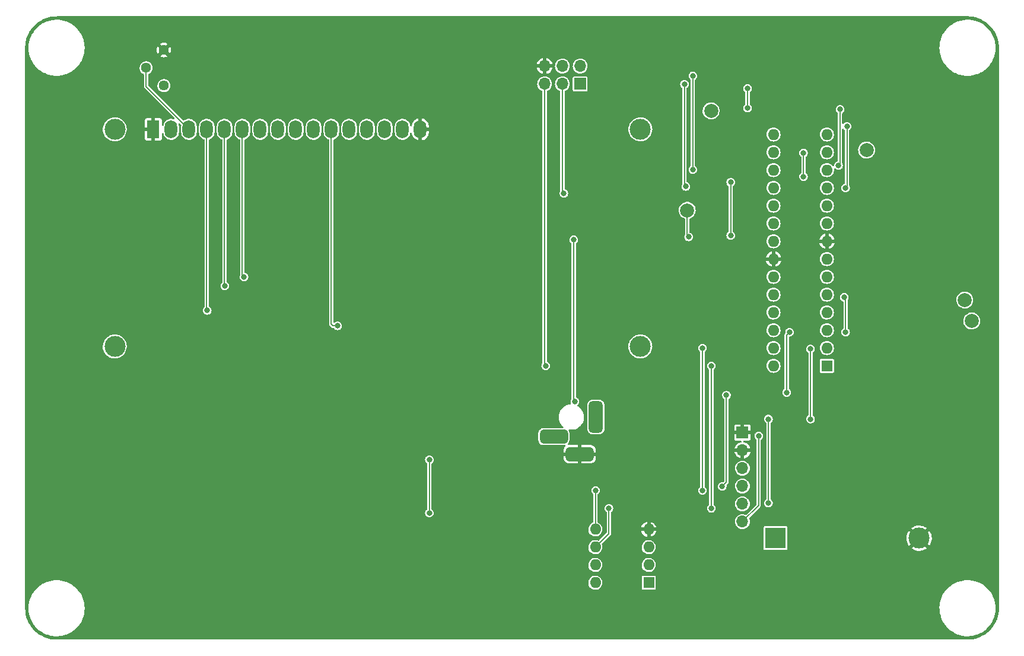
<source format=gbr>
%TF.GenerationSoftware,KiCad,Pcbnew,(6.0.6)*%
%TF.CreationDate,2022-07-21T19:51:41-07:00*%
%TF.ProjectId,HPS-Rect-Clock,4850532d-5265-4637-942d-436c6f636b2e,rev?*%
%TF.SameCoordinates,PX4b93a80PY8b0aba0*%
%TF.FileFunction,Copper,L2,Bot*%
%TF.FilePolarity,Positive*%
%FSLAX46Y46*%
G04 Gerber Fmt 4.6, Leading zero omitted, Abs format (unit mm)*
G04 Created by KiCad (PCBNEW (6.0.6)) date 2022-07-21 19:51:41*
%MOMM*%
%LPD*%
G01*
G04 APERTURE LIST*
G04 Aperture macros list*
%AMRoundRect*
0 Rectangle with rounded corners*
0 $1 Rounding radius*
0 $2 $3 $4 $5 $6 $7 $8 $9 X,Y pos of 4 corners*
0 Add a 4 corners polygon primitive as box body*
4,1,4,$2,$3,$4,$5,$6,$7,$8,$9,$2,$3,0*
0 Add four circle primitives for the rounded corners*
1,1,$1+$1,$2,$3*
1,1,$1+$1,$4,$5*
1,1,$1+$1,$6,$7*
1,1,$1+$1,$8,$9*
0 Add four rect primitives between the rounded corners*
20,1,$1+$1,$2,$3,$4,$5,0*
20,1,$1+$1,$4,$5,$6,$7,0*
20,1,$1+$1,$6,$7,$8,$9,0*
20,1,$1+$1,$8,$9,$2,$3,0*%
G04 Aperture macros list end*
%TA.AperFunction,ComponentPad*%
%ADD10C,2.000000*%
%TD*%
%TA.AperFunction,ComponentPad*%
%ADD11R,1.600000X1.600000*%
%TD*%
%TA.AperFunction,ComponentPad*%
%ADD12O,1.600000X1.600000*%
%TD*%
%TA.AperFunction,ComponentPad*%
%ADD13O,1.700000X1.700000*%
%TD*%
%TA.AperFunction,ComponentPad*%
%ADD14R,1.700000X1.700000*%
%TD*%
%TA.AperFunction,ComponentPad*%
%ADD15C,1.440000*%
%TD*%
%TA.AperFunction,ComponentPad*%
%ADD16C,3.000000*%
%TD*%
%TA.AperFunction,ComponentPad*%
%ADD17O,1.800000X2.600000*%
%TD*%
%TA.AperFunction,ComponentPad*%
%ADD18R,1.800000X2.600000*%
%TD*%
%TA.AperFunction,ComponentPad*%
%ADD19R,3.000000X3.000000*%
%TD*%
%TA.AperFunction,ComponentPad*%
%ADD20RoundRect,0.500000X0.500000X-1.750000X0.500000X1.750000X-0.500000X1.750000X-0.500000X-1.750000X0*%
%TD*%
%TA.AperFunction,ComponentPad*%
%ADD21RoundRect,0.500000X1.500000X0.500000X-1.500000X0.500000X-1.500000X-0.500000X1.500000X-0.500000X0*%
%TD*%
%TA.AperFunction,ViaPad*%
%ADD22C,0.812800*%
%TD*%
%TA.AperFunction,Conductor*%
%ADD23C,0.203200*%
%TD*%
G04 APERTURE END LIST*
D10*
%TO.P,TP6,1,1*%
%TO.N,SW2*%
X135352000Y49796000D03*
%TD*%
D11*
%TO.P,U2,1,~{RESET}/PC6*%
%TO.N,RESET*%
X115687000Y40396000D03*
D12*
%TO.P,U2,2,RXD/PD0*%
%TO.N,RXD*%
X115687000Y42936000D03*
%TO.P,U2,3,TXD/PD1*%
%TO.N,TXD*%
X115687000Y45476000D03*
%TO.P,U2,4,INT0/PD2*%
%TO.N,unconnected-(U2-Pad4)*%
X115687000Y48016000D03*
%TO.P,U2,5,INT1/PD3*%
%TO.N,SW1*%
X115687000Y50556000D03*
%TO.P,U2,6,PD4*%
%TO.N,SW2*%
X115687000Y53096000D03*
%TO.P,U2,7,VCC*%
%TO.N,VCC*%
X115687000Y55636000D03*
%TO.P,U2,8,GND*%
%TO.N,GND*%
X115687000Y58176000D03*
%TO.P,U2,9,XTAL1/PB6*%
%TO.N,Net-(C4-Pad1)*%
X115687000Y60716000D03*
%TO.P,U2,10,XTAL2/PB7*%
%TO.N,Net-(C5-Pad1)*%
X115687000Y63256000D03*
%TO.P,U2,11,OC0B/PD5*%
%TO.N,SW3*%
X115687000Y65796000D03*
%TO.P,U2,12,OC0A/PD6*%
%TO.N,SW4*%
X115687000Y68336000D03*
%TO.P,U2,13,PD7*%
%TO.N,Net-(R3-Pad1)*%
X115687000Y70876000D03*
%TO.P,U2,14,PB0*%
%TO.N,D7*%
X115687000Y73416000D03*
%TO.P,U2,15,OC1A/PB1*%
%TO.N,D6*%
X108067000Y73416000D03*
%TO.P,U2,16,OC1B/PB2*%
%TO.N,D5*%
X108067000Y70876000D03*
%TO.P,U2,17,MOSI/PB3*%
%TO.N,MOSI*%
X108067000Y68336000D03*
%TO.P,U2,18,MISO/PB4*%
%TO.N,MISO*%
X108067000Y65796000D03*
%TO.P,U2,19,SCK/PB5*%
%TO.N,LED_SCK*%
X108067000Y63256000D03*
%TO.P,U2,20,AVCC*%
%TO.N,VCC*%
X108067000Y60716000D03*
%TO.P,U2,21,AREF*%
%TO.N,Net-(C1-Pad1)*%
X108067000Y58176000D03*
%TO.P,U2,22,GND*%
%TO.N,GND*%
X108067000Y55636000D03*
%TO.P,U2,23,ADC0/PC0*%
%TO.N,E*%
X108067000Y53096000D03*
%TO.P,U2,24,ADC1/PC1*%
%TO.N,RW*%
X108067000Y50556000D03*
%TO.P,U2,25,ADC2/PC2*%
%TO.N,RS*%
X108067000Y48016000D03*
%TO.P,U2,26,ADC3/PC3*%
%TO.N,D4*%
X108067000Y45476000D03*
%TO.P,U2,27,SDA/PC4*%
%TO.N,SDA*%
X108067000Y42936000D03*
%TO.P,U2,28,SCL/PC5*%
%TO.N,SCL*%
X108067000Y40396000D03*
%TD*%
D13*
%TO.P,J1,6,Pin_6*%
%TO.N,Net-(C3-Pad2)*%
X103632000Y18161000D03*
%TO.P,J1,5,Pin_5*%
%TO.N,Net-(J1-Pad5)*%
X103632000Y20701000D03*
%TO.P,J1,4,Pin_4*%
%TO.N,Net-(J1-Pad4)*%
X103632000Y23241000D03*
%TO.P,J1,3,Pin_3*%
%TO.N,unconnected-(J1-Pad3)*%
X103632000Y25781000D03*
%TO.P,J1,2,Pin_2*%
%TO.N,GND*%
X103632000Y28321000D03*
D14*
%TO.P,J1,1,Pin_1*%
X103632000Y30861000D03*
%TD*%
D10*
%TO.P,TP4,1,1*%
%TO.N,SW4*%
X99152000Y76796000D03*
%TD*%
D15*
%TO.P,RV1,1,1*%
%TO.N,GND*%
X21067000Y85471000D03*
%TO.P,RV1,2,2*%
%TO.N,Net-(DS1-Pad3)*%
X18527000Y82931000D03*
%TO.P,RV1,3,3*%
%TO.N,VCC*%
X21067000Y80391000D03*
%TD*%
D10*
%TO.P,TP5,1,1*%
%TO.N,SW1*%
X136352000Y46796000D03*
%TD*%
D16*
%TO.P,DS1,*%
%TO.N,*%
X89062000Y74158500D03*
X89061480Y43157800D03*
X14062900Y43157800D03*
X14062900Y74158500D03*
D17*
%TO.P,DS1,16,LED(-)*%
%TO.N,GND*%
X57662000Y74158500D03*
%TO.P,DS1,15,LED(+)*%
%TO.N,Net-(DS1-Pad15)*%
X55122000Y74158500D03*
%TO.P,DS1,14,D7*%
%TO.N,D7*%
X52582000Y74158500D03*
%TO.P,DS1,13,D6*%
%TO.N,D6*%
X50042000Y74158500D03*
%TO.P,DS1,12,D5*%
%TO.N,D5*%
X47502000Y74158500D03*
%TO.P,DS1,11,D4*%
%TO.N,D4*%
X44962000Y74158500D03*
%TO.P,DS1,10,D3*%
%TO.N,unconnected-(DS1-Pad10)*%
X42422000Y74158500D03*
%TO.P,DS1,9,D2*%
%TO.N,unconnected-(DS1-Pad9)*%
X39882000Y74158500D03*
%TO.P,DS1,8,D1*%
%TO.N,unconnected-(DS1-Pad8)*%
X37342000Y74158500D03*
%TO.P,DS1,7,D0*%
%TO.N,unconnected-(DS1-Pad7)*%
X34802000Y74158500D03*
%TO.P,DS1,6,E*%
%TO.N,E*%
X32262000Y74158500D03*
%TO.P,DS1,5,R/W*%
%TO.N,RW*%
X29722000Y74158500D03*
%TO.P,DS1,4,RS*%
%TO.N,RS*%
X27182000Y74158500D03*
%TO.P,DS1,3,VO*%
%TO.N,Net-(DS1-Pad3)*%
X24642000Y74158500D03*
%TO.P,DS1,2,VDD*%
%TO.N,VCC*%
X22102000Y74158500D03*
D18*
%TO.P,DS1,1,VSS*%
%TO.N,GND*%
X19562000Y74158500D03*
%TD*%
D10*
%TO.P,TP1,1,1*%
%TO.N,NEO*%
X95752000Y62596000D03*
%TD*%
D11*
%TO.P,U1,1,X1*%
%TO.N,Net-(U1-Pad1)*%
X90262000Y9436000D03*
D12*
%TO.P,U1,2,X2*%
%TO.N,Net-(U1-Pad2)*%
X90262000Y11976000D03*
%TO.P,U1,3,VBAT*%
%TO.N,Net-(BT1-Pad1)*%
X90262000Y14516000D03*
%TO.P,U1,4,GND*%
%TO.N,GND*%
X90262000Y17056000D03*
%TO.P,U1,5,SDA*%
%TO.N,SDA*%
X82642000Y17056000D03*
%TO.P,U1,6,SCL*%
%TO.N,SCL*%
X82642000Y14516000D03*
%TO.P,U1,7,SQW/OUT*%
%TO.N,unconnected-(U1-Pad7)*%
X82642000Y11976000D03*
%TO.P,U1,8,VCC*%
%TO.N,VCC*%
X82642000Y9436000D03*
%TD*%
D10*
%TO.P,TP3,1,1*%
%TO.N,SW3*%
X121352000Y71196000D03*
%TD*%
D19*
%TO.P,BT1,1,+*%
%TO.N,Net-(BT1-Pad1)*%
X108352000Y15796000D03*
D16*
%TO.P,BT1,2,-*%
%TO.N,GND*%
X128842000Y15796000D03*
%TD*%
D20*
%TO.P,J2,1,POLE*%
%TO.N,Net-(C6-Pad2)*%
X82717000Y33096000D03*
D21*
%TO.P,J2,2,OUT*%
%TO.N,GND*%
X80417000Y27796000D03*
%TO.P,J2,3,OUT*%
%TO.N,unconnected-(J2-Pad3)*%
X76717000Y30296000D03*
%TD*%
D14*
%TO.P,J3,1,Pin_1*%
%TO.N,MISO*%
X80477000Y80646000D03*
D13*
%TO.P,J3,2,Pin_2*%
%TO.N,VCC*%
X80477000Y83186000D03*
%TO.P,J3,3,Pin_3*%
%TO.N,LED_SCK*%
X77937000Y80646000D03*
%TO.P,J3,4,Pin_4*%
%TO.N,MOSI*%
X77937000Y83186000D03*
%TO.P,J3,5,Pin_5*%
%TO.N,RESET*%
X75397000Y80646000D03*
%TO.P,J3,6,Pin_6*%
%TO.N,GND*%
X75397000Y83186000D03*
%TD*%
D22*
%TO.N,GND*%
X97917000Y60706000D03*
X57912000Y32766000D03*
X57912000Y16891000D03*
X42037000Y17526000D03*
X43942000Y25781000D03*
X27432000Y33401000D03*
X27432000Y25146000D03*
X27432000Y18161000D03*
X28702000Y9906000D03*
X11557000Y16256000D03*
X10922000Y9906000D03*
X130252000Y81796000D03*
X131752000Y66596000D03*
X57252000Y23796000D03*
X123252000Y81796000D03*
X98552000Y83196000D03*
X90752000Y38296000D03*
X135752000Y39296000D03*
X47252000Y19796000D03*
X117952000Y84596000D03*
X72252000Y23796000D03*
X42252000Y8796000D03*
X93752000Y37796000D03*
X57252000Y8296000D03*
X26752000Y8296000D03*
X125252000Y54296000D03*
X104152000Y55596000D03*
X72752000Y8796000D03*
X16752000Y19296000D03*
X104352000Y84596000D03*
X40752000Y29296000D03*
X41752000Y16296000D03*
X41252000Y21796000D03*
X72252000Y16296000D03*
X72552000Y31396000D03*
X132152000Y58796000D03*
X135252000Y35796000D03*
X123252000Y33796000D03*
X122752000Y39296000D03*
X135752000Y52296000D03*
X84252000Y25296000D03*
%TO.N,RESET*%
X75552000Y40396000D03*
%TO.N,Net-(C3-Pad2)*%
X105952000Y30396000D03*
%TO.N,NEO*%
X79718420Y35308686D03*
X79552000Y58396000D03*
X95952000Y58796000D03*
%TO.N,Net-(D14-Pad4)*%
X58952000Y26996000D03*
X58952000Y19396000D03*
%TO.N,D4*%
X45847000Y46101000D03*
%TO.N,E*%
X32512000Y53086000D03*
%TO.N,RW*%
X29752000Y51796000D03*
%TO.N,RS*%
X27252000Y48296000D03*
%TO.N,Net-(J1-Pad5)*%
X107352000Y32796000D03*
X107352000Y20796000D03*
%TO.N,Net-(J1-Pad4)*%
X100752000Y23196000D03*
X101352000Y36196000D03*
%TO.N,Net-(R3-Pad1)*%
X101952000Y58996000D03*
X112352000Y70796000D03*
X101952000Y66596000D03*
X112352000Y67396000D03*
%TO.N,RXD*%
X113352000Y42796000D03*
X113352000Y32796000D03*
%TO.N,TXD*%
X109952000Y36596000D03*
X110352000Y45196000D03*
%TO.N,SW1*%
X118352000Y45196000D03*
X118152000Y50196000D03*
%TO.N,SW4*%
X104352000Y77196000D03*
X104352000Y79996000D03*
X117352000Y68996000D03*
X117552000Y76996000D03*
%TO.N,SW3*%
X118552000Y74596000D03*
X118352000Y65796000D03*
%TO.N,SDA*%
X97917000Y22606000D03*
X82677000Y22606000D03*
X97917000Y42926000D03*
%TO.N,SCL*%
X99187000Y20066000D03*
X84582000Y20066000D03*
X99187000Y40386000D03*
%TO.N,MISO*%
X95352000Y80596000D03*
X95552000Y65996000D03*
%TO.N,MOSI*%
X96552000Y81796000D03*
X96552000Y68396000D03*
%TO.N,LED_SCK*%
X78152000Y64996000D03*
%TD*%
D23*
%TO.N,RESET*%
X75397000Y40551000D02*
X75552000Y40396000D01*
X75397000Y80646000D02*
X75397000Y40551000D01*
%TO.N,Net-(C3-Pad2)*%
X105952000Y20481000D02*
X105952000Y30396000D01*
X103632000Y18161000D02*
X105952000Y20481000D01*
%TO.N,NEO*%
X95752000Y58996000D02*
X95952000Y58796000D01*
X79552000Y35475106D02*
X79552000Y58396000D01*
X95752000Y62596000D02*
X95752000Y58996000D01*
X79718420Y35308686D02*
X79552000Y35475106D01*
%TO.N,Net-(D14-Pad4)*%
X58952000Y26996000D02*
X58952000Y19396000D01*
%TO.N,D4*%
X44962000Y74158500D02*
X44962000Y46351000D01*
X45212000Y46101000D02*
X45847000Y46101000D01*
X44962000Y46351000D02*
X45212000Y46101000D01*
%TO.N,E*%
X32262000Y74158500D02*
X32262000Y53336000D01*
X32262000Y53336000D02*
X32512000Y53086000D01*
%TO.N,RW*%
X29722000Y74158500D02*
X29722000Y51826000D01*
X29722000Y51826000D02*
X29752000Y51796000D01*
%TO.N,RS*%
X27182000Y48366000D02*
X27252000Y48296000D01*
X27182000Y74158500D02*
X27182000Y48366000D01*
%TO.N,Net-(DS1-Pad3)*%
X18527000Y80273500D02*
X18527000Y82931000D01*
X24642000Y74158500D02*
X18527000Y80273500D01*
%TO.N,Net-(J1-Pad5)*%
X107352000Y20796000D02*
X107352000Y32796000D01*
%TO.N,Net-(J1-Pad4)*%
X100752000Y23196000D02*
X101352000Y23796000D01*
X101352000Y23796000D02*
X101352000Y36196000D01*
%TO.N,Net-(R3-Pad1)*%
X101952000Y58996000D02*
X101952000Y66596000D01*
X112352000Y67396000D02*
X112352000Y70796000D01*
%TO.N,RXD*%
X113352000Y32796000D02*
X113352000Y42796000D01*
%TO.N,TXD*%
X109952000Y44796000D02*
X110352000Y45196000D01*
X109952000Y36596000D02*
X109952000Y44796000D01*
%TO.N,SW1*%
X118352000Y45196000D02*
X118352000Y49996000D01*
X118352000Y49996000D02*
X118152000Y50196000D01*
%TO.N,SW4*%
X117552000Y76996000D02*
X117552000Y69196000D01*
X104352000Y79996000D02*
X104352000Y77196000D01*
X117552000Y69196000D02*
X117352000Y68996000D01*
%TO.N,SW3*%
X118552000Y65996000D02*
X118552000Y74596000D01*
X118352000Y65796000D02*
X118552000Y65996000D01*
%TO.N,SDA*%
X82642000Y22571000D02*
X82677000Y22606000D01*
X82642000Y17056000D02*
X82642000Y22571000D01*
X97917000Y22606000D02*
X97917000Y42926000D01*
%TO.N,SCL*%
X99187000Y20066000D02*
X99187000Y40386000D01*
X82642000Y14516000D02*
X84582000Y16456000D01*
X84582000Y16456000D02*
X84582000Y20066000D01*
%TO.N,MISO*%
X95352000Y80596000D02*
X95352000Y66196000D01*
X95352000Y66196000D02*
X95552000Y65996000D01*
%TO.N,MOSI*%
X96552000Y81796000D02*
X96552000Y68396000D01*
%TO.N,LED_SCK*%
X77937000Y80646000D02*
X77937000Y65211000D01*
X77937000Y65211000D02*
X78152000Y64996000D01*
%TD*%
%TA.AperFunction,Conductor*%
%TO.N,GND*%
G36*
X135722018Y90286000D02*
G01*
X135736851Y90283690D01*
X135736855Y90283690D01*
X135745724Y90282309D01*
X135766183Y90284984D01*
X135788007Y90285928D01*
X136137965Y90270648D01*
X136148913Y90269690D01*
X136526498Y90219981D01*
X136537307Y90218074D01*
X136909114Y90135647D01*
X136919731Y90132802D01*
X137282939Y90018282D01*
X137293254Y90014529D01*
X137645123Y89868780D01*
X137655067Y89864142D01*
X137863825Y89755470D01*
X137992867Y89688295D01*
X138002387Y89682799D01*
X138323574Y89478180D01*
X138332578Y89471876D01*
X138634716Y89240038D01*
X138643137Y89232972D01*
X138923914Y88975686D01*
X138931686Y88967914D01*
X139188972Y88687137D01*
X139196038Y88678716D01*
X139427876Y88376578D01*
X139434180Y88367574D01*
X139638799Y88046387D01*
X139644294Y88036868D01*
X139801515Y87734851D01*
X139820138Y87699076D01*
X139824780Y87689123D01*
X139954203Y87376668D01*
X139970526Y87337261D01*
X139974285Y87326932D01*
X140088802Y86963732D01*
X140091647Y86953115D01*
X140168948Y86604434D01*
X140174073Y86581315D01*
X140175981Y86570498D01*
X140203819Y86359044D01*
X140225690Y86192914D01*
X140226648Y86181965D01*
X140235126Y85987801D01*
X140241603Y85839448D01*
X140240223Y85814571D01*
X140238309Y85802276D01*
X140239473Y85793374D01*
X140239473Y85793372D01*
X140242436Y85770717D01*
X140243500Y85754379D01*
X140243500Y5845367D01*
X140242000Y5825982D01*
X140239690Y5811149D01*
X140239690Y5811145D01*
X140238309Y5802276D01*
X140240984Y5781817D01*
X140241928Y5759989D01*
X140226648Y5410036D01*
X140225690Y5399087D01*
X140221418Y5366633D01*
X140175982Y5021510D01*
X140174074Y5010693D01*
X140146997Y4888555D01*
X140091647Y4638886D01*
X140088802Y4628269D01*
X140071920Y4574724D01*
X139974285Y4265068D01*
X139970529Y4254746D01*
X139867439Y4005864D01*
X139824784Y3902886D01*
X139820142Y3892933D01*
X139787309Y3829861D01*
X139644295Y3555133D01*
X139638800Y3545615D01*
X139621958Y3519178D01*
X139434180Y3224426D01*
X139427876Y3215422D01*
X139196038Y2913284D01*
X139188972Y2904863D01*
X138931686Y2624086D01*
X138923914Y2616314D01*
X138643137Y2359028D01*
X138634716Y2351962D01*
X138332578Y2120124D01*
X138323574Y2113820D01*
X138218609Y2046950D01*
X138026727Y1924707D01*
X138002387Y1909201D01*
X137992868Y1903706D01*
X137655067Y1727858D01*
X137645123Y1723220D01*
X137293254Y1577471D01*
X137282939Y1573718D01*
X136919732Y1459198D01*
X136909115Y1456353D01*
X136537307Y1373926D01*
X136526498Y1372019D01*
X136148914Y1322310D01*
X136137965Y1321352D01*
X135795446Y1306397D01*
X135770571Y1307777D01*
X135758276Y1309691D01*
X135749374Y1308527D01*
X135749372Y1308527D01*
X135734323Y1306559D01*
X135726714Y1305564D01*
X135710379Y1304500D01*
X5801367Y1304500D01*
X5781982Y1306000D01*
X5767149Y1308310D01*
X5767145Y1308310D01*
X5758276Y1309691D01*
X5737817Y1307016D01*
X5715993Y1306072D01*
X5366035Y1321352D01*
X5355086Y1322310D01*
X4977502Y1372019D01*
X4966693Y1373926D01*
X4594885Y1456353D01*
X4584268Y1459198D01*
X4221061Y1573718D01*
X4210746Y1577471D01*
X3858877Y1723220D01*
X3848933Y1727858D01*
X3511132Y1903706D01*
X3501613Y1909201D01*
X3477274Y1924707D01*
X3285391Y2046950D01*
X3180426Y2113820D01*
X3171422Y2120124D01*
X2869284Y2351962D01*
X2860863Y2359028D01*
X2580086Y2616314D01*
X2572314Y2624086D01*
X2315028Y2904863D01*
X2307962Y2913284D01*
X2076124Y3215422D01*
X2069820Y3224426D01*
X1882042Y3519178D01*
X1865200Y3545615D01*
X1859705Y3555133D01*
X1716691Y3829861D01*
X1683858Y3892933D01*
X1679216Y3902886D01*
X1636562Y4005864D01*
X1533471Y4254746D01*
X1529715Y4265068D01*
X1432081Y4574724D01*
X1415198Y4628269D01*
X1412353Y4638886D01*
X1357003Y4888555D01*
X1329926Y5010693D01*
X1328018Y5021510D01*
X1282583Y5366633D01*
X1278310Y5399087D01*
X1277352Y5410036D01*
X1262561Y5748792D01*
X1264188Y5775195D01*
X1264769Y5778648D01*
X1264770Y5778655D01*
X1265576Y5783448D01*
X1265729Y5796000D01*
X1263727Y5809981D01*
X1746883Y5809981D01*
X1747033Y5806800D01*
X1748524Y5775195D01*
X1765974Y5405167D01*
X1766445Y5402014D01*
X1766446Y5402006D01*
X1771733Y5366633D01*
X1825876Y5004354D01*
X1826662Y5001272D01*
X1826662Y5001270D01*
X1836345Y4963284D01*
X1925975Y4611648D01*
X2065248Y4231067D01*
X2066640Y4228201D01*
X2229442Y3892924D01*
X2242268Y3866509D01*
X2243940Y3863802D01*
X2243941Y3863800D01*
X2440458Y3545613D01*
X2455223Y3521706D01*
X2457155Y3519188D01*
X2457162Y3519178D01*
X2699991Y3202717D01*
X2701932Y3200188D01*
X2704114Y3197872D01*
X2704123Y3197862D01*
X2860597Y3031817D01*
X2979869Y2905249D01*
X3286189Y2639906D01*
X3288799Y2638071D01*
X3288805Y2638067D01*
X3488373Y2497808D01*
X3617755Y2406877D01*
X3971173Y2208548D01*
X3974087Y2207281D01*
X3974091Y2207279D01*
X4127386Y2140625D01*
X4342825Y2046950D01*
X4526813Y1988232D01*
X4725860Y1924707D01*
X4725869Y1924705D01*
X4728904Y1923736D01*
X4944469Y1878309D01*
X5122339Y1840826D01*
X5122344Y1840825D01*
X5125458Y1840169D01*
X5528427Y1797104D01*
X5531614Y1797087D01*
X5531620Y1797087D01*
X5715626Y1796124D01*
X5933685Y1794982D01*
X6086498Y1809696D01*
X6333918Y1833520D01*
X6333923Y1833521D01*
X6337083Y1833825D01*
X6340202Y1834448D01*
X6340207Y1834449D01*
X6536157Y1873604D01*
X6734491Y1913235D01*
X7003745Y1996068D01*
X7118794Y2031462D01*
X7118798Y2031464D01*
X7121839Y2032399D01*
X7124775Y2033639D01*
X7124780Y2033641D01*
X7329514Y2120124D01*
X7495162Y2190096D01*
X7850637Y2384714D01*
X8184626Y2614257D01*
X8214870Y2639906D01*
X8491278Y2874317D01*
X8491280Y2874319D01*
X8493708Y2876378D01*
X8774718Y3168391D01*
X9024781Y3487307D01*
X9061641Y3545613D01*
X9239625Y3827158D01*
X9241334Y3829861D01*
X9242754Y3832710D01*
X9242759Y3832718D01*
X9420742Y4189698D01*
X9422162Y4192546D01*
X9565412Y4571647D01*
X9576056Y4611648D01*
X9668798Y4960199D01*
X9669619Y4963284D01*
X9675704Y5001270D01*
X9733210Y5360296D01*
X9733715Y5363447D01*
X9736085Y5404540D01*
X9756945Y5766344D01*
X9757043Y5768039D01*
X9757141Y5796000D01*
X9756433Y5809981D01*
X131746883Y5809981D01*
X131747033Y5806800D01*
X131748524Y5775195D01*
X131765974Y5405167D01*
X131766445Y5402014D01*
X131766446Y5402006D01*
X131771733Y5366633D01*
X131825876Y5004354D01*
X131826662Y5001272D01*
X131826662Y5001270D01*
X131836345Y4963284D01*
X131925975Y4611648D01*
X132065248Y4231067D01*
X132066640Y4228201D01*
X132229442Y3892924D01*
X132242268Y3866509D01*
X132243940Y3863802D01*
X132243941Y3863800D01*
X132440458Y3545613D01*
X132455223Y3521706D01*
X132457155Y3519188D01*
X132457162Y3519178D01*
X132699991Y3202717D01*
X132701932Y3200188D01*
X132704114Y3197872D01*
X132704123Y3197862D01*
X132860597Y3031817D01*
X132979869Y2905249D01*
X133286189Y2639906D01*
X133288799Y2638071D01*
X133288805Y2638067D01*
X133488373Y2497808D01*
X133617755Y2406877D01*
X133971173Y2208548D01*
X133974087Y2207281D01*
X133974091Y2207279D01*
X134127386Y2140625D01*
X134342825Y2046950D01*
X134526813Y1988232D01*
X134725860Y1924707D01*
X134725869Y1924705D01*
X134728904Y1923736D01*
X134944469Y1878309D01*
X135122339Y1840826D01*
X135122344Y1840825D01*
X135125458Y1840169D01*
X135528427Y1797104D01*
X135531614Y1797087D01*
X135531620Y1797087D01*
X135715626Y1796124D01*
X135933685Y1794982D01*
X136086498Y1809696D01*
X136333918Y1833520D01*
X136333923Y1833521D01*
X136337083Y1833825D01*
X136340202Y1834448D01*
X136340207Y1834449D01*
X136536157Y1873604D01*
X136734491Y1913235D01*
X137003745Y1996068D01*
X137118794Y2031462D01*
X137118798Y2031464D01*
X137121839Y2032399D01*
X137124775Y2033639D01*
X137124780Y2033641D01*
X137329514Y2120124D01*
X137495162Y2190096D01*
X137850637Y2384714D01*
X138184626Y2614257D01*
X138214870Y2639906D01*
X138491278Y2874317D01*
X138491280Y2874319D01*
X138493708Y2876378D01*
X138774718Y3168391D01*
X139024781Y3487307D01*
X139061641Y3545613D01*
X139239625Y3827158D01*
X139241334Y3829861D01*
X139242754Y3832710D01*
X139242759Y3832718D01*
X139420742Y4189698D01*
X139422162Y4192546D01*
X139565412Y4571647D01*
X139576056Y4611648D01*
X139668798Y4960199D01*
X139669619Y4963284D01*
X139675704Y5001270D01*
X139733210Y5360296D01*
X139733715Y5363447D01*
X139736085Y5404540D01*
X139756945Y5766344D01*
X139757043Y5768039D01*
X139757141Y5796000D01*
X139755622Y5825982D01*
X139736799Y6197572D01*
X139736798Y6197577D01*
X139736638Y6200745D01*
X139675337Y6601345D01*
X139573867Y6993701D01*
X139568935Y7007034D01*
X139434376Y7370796D01*
X139434373Y7370802D01*
X139433267Y7373793D01*
X139254975Y7737731D01*
X139040818Y8081788D01*
X138792989Y8402442D01*
X138768605Y8428137D01*
X138516223Y8694093D01*
X138516220Y8694095D01*
X138514024Y8696410D01*
X138294970Y8884826D01*
X138209194Y8958605D01*
X138209191Y8958607D01*
X138206779Y8960682D01*
X137874401Y9192552D01*
X137520293Y9389646D01*
X137517373Y9390904D01*
X137517368Y9390906D01*
X137151014Y9548684D01*
X137151004Y9548688D01*
X137148080Y9549947D01*
X136761573Y9671812D01*
X136477282Y9730686D01*
X136367855Y9753347D01*
X136367852Y9753347D01*
X136364730Y9753994D01*
X136053937Y9786111D01*
X135964769Y9795326D01*
X135964766Y9795326D01*
X135961613Y9795652D01*
X135958447Y9795658D01*
X135958438Y9795658D01*
X135758225Y9796007D01*
X135556350Y9796359D01*
X135356617Y9776423D01*
X135156274Y9756427D01*
X135156270Y9756426D01*
X135153090Y9756109D01*
X135149950Y9755470D01*
X135149949Y9755470D01*
X134759096Y9675950D01*
X134759089Y9675948D01*
X134755962Y9675312D01*
X134369032Y9554797D01*
X134366092Y9553543D01*
X133999199Y9397050D01*
X133999195Y9397048D01*
X133996262Y9395797D01*
X133641468Y9199940D01*
X133638847Y9198125D01*
X133638842Y9198122D01*
X133398406Y9031636D01*
X133308283Y8969232D01*
X133305855Y8967158D01*
X133305852Y8967156D01*
X133209456Y8884826D01*
X133000118Y8706034D01*
X132997918Y8703732D01*
X132997915Y8703729D01*
X132990921Y8696410D01*
X132720128Y8413042D01*
X132471181Y8093255D01*
X132469485Y8090551D01*
X132469482Y8090547D01*
X132462288Y8079079D01*
X132255824Y7749947D01*
X132076263Y7386633D01*
X131934337Y7007034D01*
X131831498Y6615036D01*
X131768800Y6214651D01*
X131746883Y5809981D01*
X9756433Y5809981D01*
X9755622Y5825982D01*
X9736799Y6197572D01*
X9736798Y6197577D01*
X9736638Y6200745D01*
X9675337Y6601345D01*
X9573867Y6993701D01*
X9568935Y7007034D01*
X9434376Y7370796D01*
X9434373Y7370802D01*
X9433267Y7373793D01*
X9254975Y7737731D01*
X9040818Y8081788D01*
X8792989Y8402442D01*
X8768605Y8428137D01*
X8516223Y8694093D01*
X8516220Y8694095D01*
X8514024Y8696410D01*
X8294970Y8884826D01*
X8209194Y8958605D01*
X8209191Y8958607D01*
X8206779Y8960682D01*
X7874401Y9192552D01*
X7520293Y9389646D01*
X7517373Y9390904D01*
X7517368Y9390906D01*
X7379964Y9450082D01*
X81633542Y9450082D01*
X81650013Y9253936D01*
X81651712Y9248011D01*
X81667615Y9192552D01*
X81704268Y9064726D01*
X81707087Y9059241D01*
X81791424Y8895139D01*
X81791427Y8895134D01*
X81794242Y8889657D01*
X81916506Y8735398D01*
X81921200Y8731403D01*
X82056873Y8615936D01*
X82066403Y8607825D01*
X82071781Y8604819D01*
X82071783Y8604818D01*
X82158203Y8556520D01*
X82238226Y8511797D01*
X82244085Y8509893D01*
X82244088Y8509892D01*
X82304201Y8490360D01*
X82425427Y8450971D01*
X82431537Y8450242D01*
X82431539Y8450242D01*
X82498203Y8442293D01*
X82620878Y8427665D01*
X82627013Y8428137D01*
X82627015Y8428137D01*
X82810992Y8442293D01*
X82810996Y8442294D01*
X82817134Y8442766D01*
X83006719Y8495699D01*
X83182411Y8584448D01*
X83212333Y8607825D01*
X83222715Y8615936D01*
X89258300Y8615936D01*
X89270119Y8556520D01*
X89315140Y8489140D01*
X89382520Y8444119D01*
X89441936Y8432300D01*
X91082064Y8432300D01*
X91141480Y8444119D01*
X91208860Y8489140D01*
X91253881Y8556520D01*
X91265700Y8615936D01*
X91265700Y10256064D01*
X91253881Y10315480D01*
X91208860Y10382860D01*
X91141480Y10427881D01*
X91082064Y10439700D01*
X89441936Y10439700D01*
X89382520Y10427881D01*
X89315140Y10382860D01*
X89270119Y10315480D01*
X89258300Y10256064D01*
X89258300Y8615936D01*
X83222715Y8615936D01*
X83332659Y8701834D01*
X83332660Y8701835D01*
X83337520Y8705632D01*
X83466136Y8854636D01*
X83469180Y8859994D01*
X83560316Y9020420D01*
X83560318Y9020425D01*
X83563362Y9025783D01*
X83625493Y9212556D01*
X83648024Y9390906D01*
X83649721Y9404336D01*
X83649722Y9404345D01*
X83650163Y9407839D01*
X83650556Y9436000D01*
X83631348Y9631896D01*
X83629031Y9639572D01*
X83581695Y9796353D01*
X83574456Y9820331D01*
X83482048Y9994126D01*
X83412182Y10079790D01*
X83361537Y10141888D01*
X83361534Y10141891D01*
X83357642Y10146663D01*
X83352893Y10150592D01*
X83210727Y10268202D01*
X83210723Y10268204D01*
X83205977Y10272131D01*
X83032831Y10365751D01*
X82938815Y10394853D01*
X82850685Y10422134D01*
X82850682Y10422135D01*
X82844798Y10423956D01*
X82838673Y10424600D01*
X82838672Y10424600D01*
X82655169Y10443887D01*
X82655168Y10443887D01*
X82649041Y10444531D01*
X82582692Y10438493D01*
X82459153Y10427251D01*
X82459149Y10427250D01*
X82453015Y10426692D01*
X82264188Y10371117D01*
X82089752Y10279924D01*
X81936350Y10156586D01*
X81809827Y10005801D01*
X81715001Y9833312D01*
X81713140Y9827445D01*
X81713139Y9827443D01*
X81703277Y9796353D01*
X81655483Y9645691D01*
X81633542Y9450082D01*
X7379964Y9450082D01*
X7151014Y9548684D01*
X7151004Y9548688D01*
X7148080Y9549947D01*
X6761573Y9671812D01*
X6477282Y9730686D01*
X6367855Y9753347D01*
X6367852Y9753347D01*
X6364730Y9753994D01*
X6053937Y9786111D01*
X5964769Y9795326D01*
X5964766Y9795326D01*
X5961613Y9795652D01*
X5958447Y9795658D01*
X5958438Y9795658D01*
X5758225Y9796007D01*
X5556350Y9796359D01*
X5356617Y9776423D01*
X5156274Y9756427D01*
X5156270Y9756426D01*
X5153090Y9756109D01*
X5149950Y9755470D01*
X5149949Y9755470D01*
X4759096Y9675950D01*
X4759089Y9675948D01*
X4755962Y9675312D01*
X4369032Y9554797D01*
X4366092Y9553543D01*
X3999199Y9397050D01*
X3999195Y9397048D01*
X3996262Y9395797D01*
X3641468Y9199940D01*
X3638847Y9198125D01*
X3638842Y9198122D01*
X3398406Y9031636D01*
X3308283Y8969232D01*
X3305855Y8967158D01*
X3305852Y8967156D01*
X3209456Y8884826D01*
X3000118Y8706034D01*
X2997918Y8703732D01*
X2997915Y8703729D01*
X2990921Y8696410D01*
X2720128Y8413042D01*
X2471181Y8093255D01*
X2469485Y8090551D01*
X2469482Y8090547D01*
X2462288Y8079079D01*
X2255824Y7749947D01*
X2076263Y7386633D01*
X1934337Y7007034D01*
X1831498Y6615036D01*
X1768800Y6214651D01*
X1746883Y5809981D01*
X1263727Y5809981D01*
X1261773Y5823624D01*
X1260500Y5841486D01*
X1260500Y11990082D01*
X81633542Y11990082D01*
X81650013Y11793936D01*
X81651712Y11788011D01*
X81663557Y11746704D01*
X81704268Y11604726D01*
X81707087Y11599241D01*
X81791424Y11435139D01*
X81791427Y11435134D01*
X81794242Y11429657D01*
X81916506Y11275398D01*
X82066403Y11147825D01*
X82238226Y11051797D01*
X82244085Y11049893D01*
X82244088Y11049892D01*
X82304201Y11030360D01*
X82425427Y10990971D01*
X82431537Y10990242D01*
X82431539Y10990242D01*
X82498203Y10982293D01*
X82620878Y10967665D01*
X82627013Y10968137D01*
X82627015Y10968137D01*
X82810992Y10982293D01*
X82810996Y10982294D01*
X82817134Y10982766D01*
X83006719Y11035699D01*
X83182411Y11124448D01*
X83212333Y11147825D01*
X83332659Y11241834D01*
X83332660Y11241835D01*
X83337520Y11245632D01*
X83466136Y11394636D01*
X83469180Y11399994D01*
X83560316Y11560420D01*
X83560318Y11560425D01*
X83563362Y11565783D01*
X83625493Y11752556D01*
X83631496Y11800078D01*
X83649721Y11944336D01*
X83649722Y11944345D01*
X83650163Y11947839D01*
X83650556Y11976000D01*
X83649175Y11990082D01*
X89253542Y11990082D01*
X89270013Y11793936D01*
X89271712Y11788011D01*
X89283557Y11746704D01*
X89324268Y11604726D01*
X89327087Y11599241D01*
X89411424Y11435139D01*
X89411427Y11435134D01*
X89414242Y11429657D01*
X89536506Y11275398D01*
X89686403Y11147825D01*
X89858226Y11051797D01*
X89864085Y11049893D01*
X89864088Y11049892D01*
X89924201Y11030360D01*
X90045427Y10990971D01*
X90051537Y10990242D01*
X90051539Y10990242D01*
X90118203Y10982293D01*
X90240878Y10967665D01*
X90247013Y10968137D01*
X90247015Y10968137D01*
X90430992Y10982293D01*
X90430996Y10982294D01*
X90437134Y10982766D01*
X90626719Y11035699D01*
X90802411Y11124448D01*
X90832333Y11147825D01*
X90952659Y11241834D01*
X90952660Y11241835D01*
X90957520Y11245632D01*
X91086136Y11394636D01*
X91089180Y11399994D01*
X91180316Y11560420D01*
X91180318Y11560425D01*
X91183362Y11565783D01*
X91245493Y11752556D01*
X91251496Y11800078D01*
X91269721Y11944336D01*
X91269722Y11944345D01*
X91270163Y11947839D01*
X91270556Y11976000D01*
X91251348Y12171896D01*
X91249031Y12179572D01*
X91196237Y12354431D01*
X91194456Y12360331D01*
X91102048Y12534126D01*
X91032182Y12619790D01*
X90981537Y12681888D01*
X90981534Y12681891D01*
X90977642Y12686663D01*
X90972893Y12690592D01*
X90830727Y12808202D01*
X90830723Y12808204D01*
X90825977Y12812131D01*
X90652831Y12905751D01*
X90558814Y12934854D01*
X90470685Y12962134D01*
X90470682Y12962135D01*
X90464798Y12963956D01*
X90458673Y12964600D01*
X90458672Y12964600D01*
X90275169Y12983887D01*
X90275168Y12983887D01*
X90269041Y12984531D01*
X90196275Y12977909D01*
X90079153Y12967251D01*
X90079149Y12967250D01*
X90073015Y12966692D01*
X89884188Y12911117D01*
X89709752Y12819924D01*
X89556350Y12696586D01*
X89429827Y12545801D01*
X89335001Y12373312D01*
X89275483Y12185691D01*
X89253542Y11990082D01*
X83649175Y11990082D01*
X83631348Y12171896D01*
X83629031Y12179572D01*
X83576237Y12354431D01*
X83574456Y12360331D01*
X83482048Y12534126D01*
X83412182Y12619790D01*
X83361537Y12681888D01*
X83361534Y12681891D01*
X83357642Y12686663D01*
X83352893Y12690592D01*
X83210727Y12808202D01*
X83210723Y12808204D01*
X83205977Y12812131D01*
X83032831Y12905751D01*
X82938814Y12934854D01*
X82850685Y12962134D01*
X82850682Y12962135D01*
X82844798Y12963956D01*
X82838673Y12964600D01*
X82838672Y12964600D01*
X82655169Y12983887D01*
X82655168Y12983887D01*
X82649041Y12984531D01*
X82576275Y12977909D01*
X82459153Y12967251D01*
X82459149Y12967250D01*
X82453015Y12966692D01*
X82264188Y12911117D01*
X82089752Y12819924D01*
X81936350Y12696586D01*
X81809827Y12545801D01*
X81715001Y12373312D01*
X81655483Y12185691D01*
X81633542Y11990082D01*
X1260500Y11990082D01*
X1260500Y14530082D01*
X81633542Y14530082D01*
X81634058Y14523938D01*
X81647646Y14362128D01*
X81650013Y14333936D01*
X81651712Y14328011D01*
X81700045Y14159455D01*
X81704268Y14144726D01*
X81707087Y14139241D01*
X81791424Y13975139D01*
X81791427Y13975134D01*
X81794242Y13969657D01*
X81916506Y13815398D01*
X82066403Y13687825D01*
X82238226Y13591797D01*
X82244085Y13589893D01*
X82244088Y13589892D01*
X82304201Y13570360D01*
X82425427Y13530971D01*
X82431537Y13530242D01*
X82431539Y13530242D01*
X82498203Y13522293D01*
X82620878Y13507665D01*
X82627013Y13508137D01*
X82627015Y13508137D01*
X82810992Y13522293D01*
X82810996Y13522294D01*
X82817134Y13522766D01*
X83006719Y13575699D01*
X83182411Y13664448D01*
X83212333Y13687825D01*
X83332659Y13781834D01*
X83332660Y13781835D01*
X83337520Y13785632D01*
X83466136Y13934636D01*
X83469180Y13939994D01*
X83560316Y14100420D01*
X83560318Y14100425D01*
X83563362Y14105783D01*
X83625493Y14292556D01*
X83634718Y14365576D01*
X83649721Y14484336D01*
X83649722Y14484345D01*
X83650163Y14487839D01*
X83650556Y14516000D01*
X83649175Y14530082D01*
X89253542Y14530082D01*
X89254058Y14523938D01*
X89267646Y14362128D01*
X89270013Y14333936D01*
X89271712Y14328011D01*
X89320045Y14159455D01*
X89324268Y14144726D01*
X89327087Y14139241D01*
X89411424Y13975139D01*
X89411427Y13975134D01*
X89414242Y13969657D01*
X89536506Y13815398D01*
X89686403Y13687825D01*
X89858226Y13591797D01*
X89864085Y13589893D01*
X89864088Y13589892D01*
X89924201Y13570360D01*
X90045427Y13530971D01*
X90051537Y13530242D01*
X90051539Y13530242D01*
X90118203Y13522293D01*
X90240878Y13507665D01*
X90247013Y13508137D01*
X90247015Y13508137D01*
X90430992Y13522293D01*
X90430996Y13522294D01*
X90437134Y13522766D01*
X90626719Y13575699D01*
X90802411Y13664448D01*
X90832333Y13687825D01*
X90952659Y13781834D01*
X90952660Y13781835D01*
X90957520Y13785632D01*
X91086136Y13934636D01*
X91089180Y13939994D01*
X91180316Y14100420D01*
X91180318Y14100425D01*
X91183362Y14105783D01*
X91239964Y14275936D01*
X106648300Y14275936D01*
X106660119Y14216520D01*
X106705140Y14149140D01*
X106772520Y14104119D01*
X106831936Y14092300D01*
X109872064Y14092300D01*
X109931480Y14104119D01*
X109998860Y14149140D01*
X110043881Y14216520D01*
X110055700Y14275936D01*
X110055700Y14353383D01*
X127764129Y14353383D01*
X127772841Y14341864D01*
X127879146Y14263918D01*
X127887065Y14258970D01*
X128116170Y14138432D01*
X128124744Y14134704D01*
X128369158Y14049351D01*
X128378167Y14046937D01*
X128632531Y13998644D01*
X128641785Y13997590D01*
X128900495Y13987425D01*
X128909809Y13987751D01*
X129167168Y14015935D01*
X129176345Y14017636D01*
X129426710Y14083552D01*
X129435530Y14086589D01*
X129673407Y14188789D01*
X129681679Y14193096D01*
X129901833Y14329331D01*
X129909376Y14334811D01*
X129914288Y14338969D01*
X129922726Y14351772D01*
X129916661Y14362128D01*
X128854810Y15423980D01*
X128840869Y15431592D01*
X128839034Y15431461D01*
X128832420Y15427210D01*
X127770787Y14365576D01*
X127764129Y14353383D01*
X110055700Y14353383D01*
X110055700Y15838705D01*
X127032983Y15838705D01*
X127045405Y15580103D01*
X127046541Y15570848D01*
X127097053Y15316913D01*
X127099541Y15307941D01*
X127187027Y15064272D01*
X127190827Y15055737D01*
X127313365Y14827683D01*
X127318376Y14819816D01*
X127388006Y14726571D01*
X127399264Y14718122D01*
X127411683Y14724894D01*
X128469980Y15783190D01*
X128476357Y15794869D01*
X129206408Y15794869D01*
X129206539Y15793034D01*
X129210790Y15786420D01*
X130275779Y14721432D01*
X130288159Y14714672D01*
X130296500Y14720915D01*
X130430009Y14928479D01*
X130434456Y14936670D01*
X130540792Y15172727D01*
X130543983Y15181494D01*
X130614258Y15430668D01*
X130616118Y15439810D01*
X130648983Y15698148D01*
X130649464Y15704436D01*
X130651778Y15792840D01*
X130651627Y15799149D01*
X130632327Y16058862D01*
X130630950Y16068068D01*
X130573810Y16320595D01*
X130571086Y16329506D01*
X130477247Y16570812D01*
X130473236Y16579221D01*
X130344767Y16803995D01*
X130339543Y16811740D01*
X130296719Y16866062D01*
X130284792Y16874534D01*
X130273259Y16868048D01*
X129214020Y15808810D01*
X129206408Y15794869D01*
X128476357Y15794869D01*
X128477592Y15797131D01*
X128477461Y15798966D01*
X128473210Y15805580D01*
X127410087Y16868702D01*
X127396779Y16875969D01*
X127386740Y16868846D01*
X127371555Y16850588D01*
X127366138Y16842993D01*
X127231827Y16621657D01*
X127227593Y16613346D01*
X127127475Y16374591D01*
X127124515Y16365745D01*
X127060788Y16114818D01*
X127059166Y16105621D01*
X127033228Y15848031D01*
X127032983Y15838705D01*
X110055700Y15838705D01*
X110055700Y17241000D01*
X127761414Y17241000D01*
X127765987Y17231224D01*
X128829190Y16168020D01*
X128843131Y16160408D01*
X128844966Y16160539D01*
X128851580Y16164790D01*
X129914049Y17227260D01*
X129920433Y17238951D01*
X129911022Y17251060D01*
X129764412Y17352767D01*
X129756383Y17357496D01*
X129524174Y17472009D01*
X129515541Y17475497D01*
X129268955Y17554429D01*
X129259894Y17556605D01*
X129004351Y17598223D01*
X128995064Y17599035D01*
X128736188Y17602424D01*
X128726877Y17601854D01*
X128470340Y17566941D01*
X128461221Y17565003D01*
X128212672Y17492557D01*
X128203919Y17489285D01*
X127968808Y17380897D01*
X127960653Y17376377D01*
X127770551Y17251741D01*
X127761414Y17241000D01*
X110055700Y17241000D01*
X110055700Y17316064D01*
X110043881Y17375480D01*
X109998860Y17442860D01*
X109955235Y17472009D01*
X109941798Y17480987D01*
X109941797Y17480987D01*
X109931480Y17487881D01*
X109872064Y17499700D01*
X106831936Y17499700D01*
X106772520Y17487881D01*
X106762203Y17480987D01*
X106762202Y17480987D01*
X106748765Y17472009D01*
X106705140Y17442860D01*
X106660119Y17375480D01*
X106648300Y17316064D01*
X106648300Y14275936D01*
X91239964Y14275936D01*
X91245493Y14292556D01*
X91254718Y14365576D01*
X91269721Y14484336D01*
X91269722Y14484345D01*
X91270163Y14487839D01*
X91270556Y14516000D01*
X91251348Y14711896D01*
X91249031Y14719572D01*
X91196237Y14894431D01*
X91194456Y14900331D01*
X91102048Y15074126D01*
X91014481Y15181494D01*
X90981537Y15221888D01*
X90981534Y15221891D01*
X90977642Y15226663D01*
X90972893Y15230592D01*
X90830727Y15348202D01*
X90830723Y15348204D01*
X90825977Y15352131D01*
X90652831Y15445751D01*
X90558815Y15474853D01*
X90470685Y15502134D01*
X90470682Y15502135D01*
X90464798Y15503956D01*
X90458673Y15504600D01*
X90458672Y15504600D01*
X90275169Y15523887D01*
X90275168Y15523887D01*
X90269041Y15524531D01*
X90196275Y15517909D01*
X90079153Y15507251D01*
X90079149Y15507250D01*
X90073015Y15506692D01*
X89884188Y15451117D01*
X89709752Y15359924D01*
X89556350Y15236586D01*
X89429827Y15085801D01*
X89335001Y14913312D01*
X89275483Y14725691D01*
X89253542Y14530082D01*
X83649175Y14530082D01*
X83631348Y14711896D01*
X83629031Y14719572D01*
X83576237Y14894431D01*
X83574456Y14900331D01*
X83572018Y14904917D01*
X83564587Y14975186D01*
X83599451Y15041692D01*
X84760196Y16202437D01*
X84762343Y16204291D01*
X84767180Y16206655D01*
X84801035Y16243151D01*
X84804315Y16246556D01*
X84817956Y16260197D01*
X84820711Y16264213D01*
X84823166Y16267009D01*
X84836615Y16281507D01*
X84844528Y16290037D01*
X84848839Y16300843D01*
X84851074Y16304378D01*
X84857681Y16316751D01*
X84859376Y16320576D01*
X84865956Y16330168D01*
X84871772Y16354675D01*
X84877337Y16372271D01*
X84883378Y16387413D01*
X84883379Y16387416D01*
X84886673Y16395673D01*
X84887300Y16402068D01*
X84887300Y16405362D01*
X84887318Y16405513D01*
X84887450Y16408220D01*
X84887633Y16408211D01*
X84889103Y16420766D01*
X84889530Y16429507D01*
X84892217Y16440827D01*
X84888451Y16468500D01*
X84887300Y16485490D01*
X84887300Y16789038D01*
X89189846Y16789038D01*
X89214686Y16691230D01*
X89218527Y16680383D01*
X89298698Y16506479D01*
X89304449Y16496518D01*
X89414972Y16340131D01*
X89422438Y16331389D01*
X89559614Y16197758D01*
X89568547Y16190524D01*
X89727773Y16084133D01*
X89737883Y16078643D01*
X89913828Y16003051D01*
X89924771Y15999496D01*
X89990331Y15984661D01*
X90004405Y15985550D01*
X90007832Y15994511D01*
X90516000Y15994511D01*
X90519966Y15981005D01*
X90528746Y15979747D01*
X90707816Y16040533D01*
X90718329Y16045214D01*
X90885408Y16138783D01*
X90894887Y16145298D01*
X91042120Y16267751D01*
X91050249Y16275880D01*
X91172702Y16423113D01*
X91179217Y16432592D01*
X91272786Y16599671D01*
X91277467Y16610184D01*
X91338262Y16789282D01*
X91337018Y16798007D01*
X91323450Y16802000D01*
X90534115Y16802000D01*
X90518876Y16797525D01*
X90517671Y16796135D01*
X90516000Y16788452D01*
X90516000Y15994511D01*
X90007832Y15994511D01*
X90008000Y15994949D01*
X90008000Y16783885D01*
X90003525Y16799124D01*
X90002135Y16800329D01*
X89994452Y16802000D01*
X89204669Y16802000D01*
X89191138Y16798027D01*
X89189846Y16789038D01*
X84887300Y16789038D01*
X84887300Y17313201D01*
X89189106Y17313201D01*
X89195837Y17310000D01*
X89989885Y17310000D01*
X90005124Y17314475D01*
X90006329Y17315865D01*
X90008000Y17323548D01*
X90008000Y17328115D01*
X90516000Y17328115D01*
X90520475Y17312876D01*
X90521865Y17311671D01*
X90529548Y17310000D01*
X91320229Y17310000D01*
X91333760Y17313973D01*
X91334929Y17322107D01*
X91299406Y17448061D01*
X91295284Y17458800D01*
X91210586Y17630550D01*
X91204576Y17640357D01*
X91090001Y17793792D01*
X91082299Y17802346D01*
X90941686Y17932328D01*
X90932554Y17939335D01*
X90770601Y18041520D01*
X90760353Y18046741D01*
X90582488Y18117702D01*
X90571461Y18120968D01*
X90533770Y18128465D01*
X90520894Y18127313D01*
X90516000Y18112160D01*
X90516000Y17328115D01*
X90008000Y17328115D01*
X90008000Y18115311D01*
X90004194Y18128273D01*
X89989278Y18130209D01*
X89980528Y18128706D01*
X89969411Y18125727D01*
X89789750Y18059446D01*
X89779372Y18054496D01*
X89614798Y17956585D01*
X89605489Y17949821D01*
X89461512Y17823557D01*
X89453601Y17815222D01*
X89335045Y17664833D01*
X89328774Y17655177D01*
X89239618Y17485719D01*
X89235210Y17475076D01*
X89189325Y17327303D01*
X89189106Y17313201D01*
X84887300Y17313201D01*
X84887300Y18175783D01*
X102573305Y18175783D01*
X102573821Y18169639D01*
X102590080Y17976006D01*
X102590081Y17976001D01*
X102590596Y17969867D01*
X102603053Y17926425D01*
X102644913Y17780445D01*
X102647555Y17771230D01*
X102671322Y17724985D01*
X102719855Y17630550D01*
X102742010Y17587440D01*
X102745835Y17582614D01*
X102745837Y17582611D01*
X102831068Y17475076D01*
X102870364Y17425497D01*
X102875057Y17421503D01*
X102875058Y17421502D01*
X102991820Y17322131D01*
X103027730Y17291569D01*
X103208111Y17190757D01*
X103404639Y17126901D01*
X103609826Y17102434D01*
X103615961Y17102906D01*
X103615963Y17102906D01*
X103809715Y17117815D01*
X103809718Y17117816D01*
X103815858Y17118288D01*
X104014887Y17173857D01*
X104199332Y17267027D01*
X104226899Y17288564D01*
X104357307Y17390450D01*
X104357308Y17390451D01*
X104362168Y17394248D01*
X104497191Y17550675D01*
X104505331Y17565003D01*
X104596213Y17724985D01*
X104599260Y17730348D01*
X104664486Y17926425D01*
X104690385Y18131437D01*
X104690798Y18161000D01*
X104670633Y18366655D01*
X104610907Y18564477D01*
X104604807Y18575950D01*
X104590484Y18645486D01*
X104616030Y18711728D01*
X104626961Y18724202D01*
X106130196Y20227437D01*
X106132343Y20229291D01*
X106137180Y20231655D01*
X106171035Y20268151D01*
X106174315Y20271556D01*
X106187956Y20285197D01*
X106190711Y20289213D01*
X106193166Y20292009D01*
X106206615Y20306507D01*
X106214528Y20315037D01*
X106218839Y20325843D01*
X106221074Y20329378D01*
X106227681Y20341751D01*
X106229376Y20345576D01*
X106235956Y20355168D01*
X106241772Y20379675D01*
X106247337Y20397271D01*
X106253378Y20412413D01*
X106253379Y20412416D01*
X106256673Y20420673D01*
X106257300Y20427068D01*
X106257300Y20430362D01*
X106257318Y20430513D01*
X106257450Y20433220D01*
X106257633Y20433211D01*
X106259103Y20445766D01*
X106259530Y20454507D01*
X106262217Y20465827D01*
X106258451Y20493497D01*
X106257300Y20510489D01*
X106257300Y20796000D01*
X106736635Y20796000D01*
X106757603Y20636732D01*
X106760762Y20629105D01*
X106760763Y20629102D01*
X106775347Y20593893D01*
X106819078Y20488318D01*
X106851729Y20445766D01*
X106895533Y20388680D01*
X106916871Y20360871D01*
X107044317Y20263078D01*
X107117179Y20232898D01*
X107185102Y20204763D01*
X107185105Y20204762D01*
X107192732Y20201603D01*
X107352000Y20180635D01*
X107360188Y20181713D01*
X107503080Y20200525D01*
X107511268Y20201603D01*
X107518895Y20204762D01*
X107518898Y20204763D01*
X107586821Y20232898D01*
X107659683Y20263078D01*
X107787129Y20360871D01*
X107808468Y20388680D01*
X107852271Y20445766D01*
X107884922Y20488318D01*
X107928653Y20593893D01*
X107943237Y20629102D01*
X107943238Y20629105D01*
X107946397Y20636732D01*
X107967365Y20796000D01*
X107946397Y20955268D01*
X107884922Y21103682D01*
X107787129Y21231129D01*
X107706594Y21292926D01*
X107664729Y21350261D01*
X107657300Y21392886D01*
X107657300Y32199114D01*
X107677302Y32267235D01*
X107706592Y32299073D01*
X107787129Y32360871D01*
X107884922Y32488318D01*
X107946397Y32636732D01*
X107967365Y32796000D01*
X112736635Y32796000D01*
X112757603Y32636732D01*
X112819078Y32488318D01*
X112916871Y32360871D01*
X113044317Y32263078D01*
X113102534Y32238964D01*
X113185102Y32204763D01*
X113185105Y32204762D01*
X113192732Y32201603D01*
X113352000Y32180635D01*
X113360188Y32181713D01*
X113503080Y32200525D01*
X113511268Y32201603D01*
X113518895Y32204762D01*
X113518898Y32204763D01*
X113601466Y32238964D01*
X113659683Y32263078D01*
X113787129Y32360871D01*
X113884922Y32488318D01*
X113946397Y32636732D01*
X113967365Y32796000D01*
X113946397Y32955268D01*
X113884922Y33103682D01*
X113787129Y33231129D01*
X113706594Y33292926D01*
X113664729Y33350261D01*
X113657300Y33392886D01*
X113657300Y39575936D01*
X114683300Y39575936D01*
X114695119Y39516520D01*
X114740140Y39449140D01*
X114807520Y39404119D01*
X114866936Y39392300D01*
X116507064Y39392300D01*
X116566480Y39404119D01*
X116633860Y39449140D01*
X116678881Y39516520D01*
X116690700Y39575936D01*
X116690700Y41216064D01*
X116678881Y41275480D01*
X116633860Y41342860D01*
X116566480Y41387881D01*
X116507064Y41399700D01*
X114866936Y41399700D01*
X114807520Y41387881D01*
X114740140Y41342860D01*
X114695119Y41275480D01*
X114683300Y41216064D01*
X114683300Y39575936D01*
X113657300Y39575936D01*
X113657300Y42199114D01*
X113677302Y42267235D01*
X113706592Y42299073D01*
X113787129Y42360871D01*
X113795469Y42371739D01*
X113879895Y42481767D01*
X113884922Y42488318D01*
X113922056Y42577967D01*
X113943237Y42629102D01*
X113943238Y42629105D01*
X113946397Y42636732D01*
X113967365Y42796000D01*
X113947080Y42950082D01*
X114678542Y42950082D01*
X114695013Y42753936D01*
X114696712Y42748011D01*
X114746762Y42573466D01*
X114749268Y42564726D01*
X114752087Y42559241D01*
X114836424Y42395139D01*
X114836427Y42395134D01*
X114839242Y42389657D01*
X114961506Y42235398D01*
X115111403Y42107825D01*
X115283226Y42011797D01*
X115289085Y42009893D01*
X115289088Y42009892D01*
X115349201Y41990360D01*
X115470427Y41950971D01*
X115476537Y41950242D01*
X115476539Y41950242D01*
X115543203Y41942293D01*
X115665878Y41927665D01*
X115672013Y41928137D01*
X115672015Y41928137D01*
X115855992Y41942293D01*
X115855996Y41942294D01*
X115862134Y41942766D01*
X116051719Y41995699D01*
X116227411Y42084448D01*
X116257333Y42107825D01*
X116377659Y42201834D01*
X116377660Y42201835D01*
X116382520Y42205632D01*
X116511136Y42354636D01*
X116520852Y42371739D01*
X116605316Y42520420D01*
X116605318Y42520425D01*
X116608362Y42525783D01*
X116670493Y42712556D01*
X116680000Y42787812D01*
X116694721Y42904336D01*
X116694722Y42904345D01*
X116695163Y42907839D01*
X116695556Y42936000D01*
X116676348Y43131896D01*
X116674031Y43139572D01*
X116621237Y43314431D01*
X116619456Y43320331D01*
X116527048Y43494126D01*
X116457182Y43579790D01*
X116406537Y43641888D01*
X116406534Y43641891D01*
X116402642Y43646663D01*
X116397893Y43650592D01*
X116255727Y43768202D01*
X116255723Y43768204D01*
X116250977Y43772131D01*
X116077831Y43865751D01*
X115975672Y43897374D01*
X115895685Y43922134D01*
X115895682Y43922135D01*
X115889798Y43923956D01*
X115883673Y43924600D01*
X115883672Y43924600D01*
X115700169Y43943887D01*
X115700168Y43943887D01*
X115694041Y43944531D01*
X115621275Y43937909D01*
X115504153Y43927251D01*
X115504149Y43927250D01*
X115498015Y43926692D01*
X115309188Y43871117D01*
X115134752Y43779924D01*
X114981350Y43656586D01*
X114854827Y43505801D01*
X114760001Y43333312D01*
X114758140Y43327445D01*
X114758139Y43327443D01*
X114757013Y43323893D01*
X114700483Y43145691D01*
X114678542Y42950082D01*
X113947080Y42950082D01*
X113946397Y42955268D01*
X113884922Y43103682D01*
X113787129Y43231129D01*
X113659683Y43328922D01*
X113569789Y43366157D01*
X113518898Y43387237D01*
X113518895Y43387238D01*
X113511268Y43390397D01*
X113352000Y43411365D01*
X113192732Y43390397D01*
X113185105Y43387238D01*
X113185102Y43387237D01*
X113134211Y43366157D01*
X113044318Y43328922D01*
X112916871Y43231129D01*
X112819078Y43103682D01*
X112757603Y42955268D01*
X112736635Y42796000D01*
X112757603Y42636732D01*
X112760762Y42629105D01*
X112760763Y42629102D01*
X112781944Y42577967D01*
X112819078Y42488318D01*
X112824105Y42481767D01*
X112908532Y42371739D01*
X112916871Y42360871D01*
X112997406Y42299074D01*
X113039271Y42241739D01*
X113046700Y42199114D01*
X113046700Y33392887D01*
X113026698Y33324766D01*
X112997404Y33292924D01*
X112916871Y33231129D01*
X112819078Y33103682D01*
X112757603Y32955268D01*
X112736635Y32796000D01*
X107967365Y32796000D01*
X107946397Y32955268D01*
X107884922Y33103682D01*
X107787129Y33231129D01*
X107659683Y33328922D01*
X107566892Y33367357D01*
X107518898Y33387237D01*
X107518895Y33387238D01*
X107511268Y33390397D01*
X107352000Y33411365D01*
X107192732Y33390397D01*
X107185105Y33387238D01*
X107185102Y33387237D01*
X107137108Y33367357D01*
X107044318Y33328922D01*
X106916871Y33231129D01*
X106819078Y33103682D01*
X106757603Y32955268D01*
X106736635Y32796000D01*
X106757603Y32636732D01*
X106819078Y32488318D01*
X106916871Y32360871D01*
X106997406Y32299074D01*
X107039271Y32241739D01*
X107046700Y32199114D01*
X107046700Y21392887D01*
X107026698Y21324766D01*
X106997404Y21292924D01*
X106982500Y21281488D01*
X106916871Y21231129D01*
X106819078Y21103682D01*
X106757603Y20955268D01*
X106736635Y20796000D01*
X106257300Y20796000D01*
X106257300Y29799114D01*
X106277302Y29867235D01*
X106306592Y29899073D01*
X106387129Y29960871D01*
X106393711Y29969448D01*
X106479895Y30081767D01*
X106484922Y30088318D01*
X106546397Y30236732D01*
X106567365Y30396000D01*
X106546397Y30555268D01*
X106532473Y30588885D01*
X106488082Y30696052D01*
X106484922Y30703682D01*
X106387129Y30831129D01*
X106259683Y30928922D01*
X106185476Y30959659D01*
X106118898Y30987237D01*
X106118895Y30987238D01*
X106111268Y30990397D01*
X105952000Y31011365D01*
X105792732Y30990397D01*
X105785105Y30987238D01*
X105785102Y30987237D01*
X105718525Y30959660D01*
X105644318Y30928922D01*
X105555490Y30860762D01*
X105548123Y30855109D01*
X105516871Y30831129D01*
X105419078Y30703682D01*
X105415918Y30696052D01*
X105371528Y30588885D01*
X105357603Y30555268D01*
X105336635Y30396000D01*
X105357603Y30236732D01*
X105419078Y30088318D01*
X105424105Y30081767D01*
X105510290Y29969448D01*
X105516871Y29960871D01*
X105597406Y29899074D01*
X105639271Y29841739D01*
X105646700Y29799114D01*
X105646700Y20659649D01*
X105626698Y20591528D01*
X105609795Y20570554D01*
X104195688Y19156448D01*
X104133376Y19122422D01*
X104062560Y19127487D01*
X104050437Y19132994D01*
X104047727Y19134133D01*
X104042301Y19137067D01*
X103955421Y19163961D01*
X103850788Y19196350D01*
X103850785Y19196351D01*
X103844901Y19198172D01*
X103838776Y19198816D01*
X103838775Y19198816D01*
X103645520Y19219128D01*
X103645519Y19219128D01*
X103639392Y19219772D01*
X103512582Y19208232D01*
X103439742Y19201603D01*
X103439741Y19201603D01*
X103433601Y19201044D01*
X103235367Y19142700D01*
X103052241Y19046964D01*
X102891198Y18917482D01*
X102887239Y18912764D01*
X102887238Y18912763D01*
X102776369Y18780635D01*
X102758371Y18759186D01*
X102755408Y18753797D01*
X102755405Y18753792D01*
X102695864Y18645486D01*
X102658821Y18578105D01*
X102596339Y18381136D01*
X102595653Y18375019D01*
X102595652Y18375015D01*
X102573992Y18181908D01*
X102573305Y18175783D01*
X84887300Y18175783D01*
X84887300Y19469114D01*
X84907302Y19537235D01*
X84936592Y19569073D01*
X85017129Y19630871D01*
X85114922Y19758318D01*
X85147162Y19836153D01*
X85173237Y19899102D01*
X85173238Y19899105D01*
X85176397Y19906732D01*
X85197365Y20066000D01*
X98571635Y20066000D01*
X98592603Y19906732D01*
X98595762Y19899105D01*
X98595763Y19899102D01*
X98621838Y19836153D01*
X98654078Y19758318D01*
X98751871Y19630871D01*
X98879317Y19533078D01*
X98953524Y19502341D01*
X99020102Y19474763D01*
X99020105Y19474762D01*
X99027732Y19471603D01*
X99187000Y19450635D01*
X99195188Y19451713D01*
X99338080Y19470525D01*
X99346268Y19471603D01*
X99353895Y19474762D01*
X99353898Y19474763D01*
X99420476Y19502341D01*
X99494683Y19533078D01*
X99622129Y19630871D01*
X99719922Y19758318D01*
X99752162Y19836153D01*
X99778237Y19899102D01*
X99778238Y19899105D01*
X99781397Y19906732D01*
X99802365Y20066000D01*
X99781397Y20225268D01*
X99775219Y20240185D01*
X99745790Y20311230D01*
X99719922Y20373682D01*
X99622129Y20501129D01*
X99541594Y20562926D01*
X99499729Y20620261D01*
X99492300Y20662886D01*
X99492300Y20715783D01*
X102573305Y20715783D01*
X102573821Y20709639D01*
X102590080Y20516006D01*
X102590081Y20516001D01*
X102590596Y20509867D01*
X102614339Y20427068D01*
X102640368Y20336295D01*
X102647555Y20311230D01*
X102668807Y20269878D01*
X102714672Y20180635D01*
X102742010Y20127440D01*
X102745835Y20122614D01*
X102745837Y20122611D01*
X102797196Y20057812D01*
X102870364Y19965497D01*
X102875057Y19961503D01*
X102875058Y19961502D01*
X102955638Y19892924D01*
X103027730Y19831569D01*
X103208111Y19730757D01*
X103404639Y19666901D01*
X103609826Y19642434D01*
X103615961Y19642906D01*
X103615963Y19642906D01*
X103809715Y19657815D01*
X103809718Y19657816D01*
X103815858Y19658288D01*
X104014887Y19713857D01*
X104199332Y19807027D01*
X104221797Y19824578D01*
X104357307Y19930450D01*
X104357308Y19930451D01*
X104362168Y19934248D01*
X104497191Y20090675D01*
X104599260Y20270348D01*
X104664486Y20466425D01*
X104690385Y20671437D01*
X104690798Y20701000D01*
X104670633Y20906655D01*
X104610907Y21104477D01*
X104547048Y21224578D01*
X104516789Y21281488D01*
X104516787Y21281491D01*
X104513895Y21286930D01*
X104510005Y21291700D01*
X104510002Y21291704D01*
X104387187Y21442290D01*
X104387184Y21442293D01*
X104383292Y21447065D01*
X104378543Y21450994D01*
X104228822Y21574854D01*
X104228819Y21574856D01*
X104224072Y21578783D01*
X104042301Y21677067D01*
X103943601Y21707620D01*
X103850788Y21736350D01*
X103850785Y21736351D01*
X103844901Y21738172D01*
X103838776Y21738816D01*
X103838775Y21738816D01*
X103645520Y21759128D01*
X103645519Y21759128D01*
X103639392Y21759772D01*
X103512582Y21748232D01*
X103439742Y21741603D01*
X103439741Y21741603D01*
X103433601Y21741044D01*
X103235367Y21682700D01*
X103052241Y21586964D01*
X102891198Y21457482D01*
X102758371Y21299186D01*
X102755408Y21293797D01*
X102755405Y21293792D01*
X102717355Y21224578D01*
X102658821Y21118105D01*
X102596339Y20921136D01*
X102595653Y20915019D01*
X102595652Y20915015D01*
X102583221Y20804188D01*
X102573305Y20715783D01*
X99492300Y20715783D01*
X99492300Y23196000D01*
X100136635Y23196000D01*
X100157603Y23036732D01*
X100160762Y23029105D01*
X100160763Y23029102D01*
X100188341Y22962525D01*
X100219078Y22888318D01*
X100316871Y22760871D01*
X100444317Y22663078D01*
X100509610Y22636033D01*
X100585102Y22604763D01*
X100585105Y22604762D01*
X100592732Y22601603D01*
X100600920Y22600525D01*
X100672366Y22591119D01*
X100752000Y22580635D01*
X100760188Y22581713D01*
X100903080Y22600525D01*
X100911268Y22601603D01*
X100918895Y22604762D01*
X100918898Y22604763D01*
X100994390Y22636033D01*
X101059683Y22663078D01*
X101187129Y22760871D01*
X101284922Y22888318D01*
X101315660Y22962525D01*
X101343237Y23029102D01*
X101343238Y23029105D01*
X101346397Y23036732D01*
X101367365Y23196000D01*
X101359494Y23255783D01*
X102573305Y23255783D01*
X102573821Y23249639D01*
X102590080Y23056006D01*
X102590081Y23056001D01*
X102590596Y23049867D01*
X102601298Y23012545D01*
X102638799Y22881767D01*
X102647555Y22851230D01*
X102742010Y22667440D01*
X102745835Y22662614D01*
X102745837Y22662611D01*
X102866535Y22510328D01*
X102870364Y22505497D01*
X103027730Y22371569D01*
X103208111Y22270757D01*
X103404639Y22206901D01*
X103609826Y22182434D01*
X103615961Y22182906D01*
X103615963Y22182906D01*
X103809715Y22197815D01*
X103809718Y22197816D01*
X103815858Y22198288D01*
X104014887Y22253857D01*
X104199332Y22347027D01*
X104226899Y22368564D01*
X104357307Y22470450D01*
X104357308Y22470451D01*
X104362168Y22474248D01*
X104497191Y22630675D01*
X104513804Y22659918D01*
X104535303Y22697763D01*
X104599260Y22810348D01*
X104664486Y23006425D01*
X104690385Y23211437D01*
X104690798Y23241000D01*
X104670633Y23446655D01*
X104610907Y23644477D01*
X104532747Y23791475D01*
X104516789Y23821488D01*
X104516787Y23821491D01*
X104513895Y23826930D01*
X104510005Y23831700D01*
X104510002Y23831704D01*
X104387187Y23982290D01*
X104387184Y23982293D01*
X104383292Y23987065D01*
X104378543Y23990994D01*
X104228822Y24114854D01*
X104228819Y24114856D01*
X104224072Y24118783D01*
X104042301Y24217067D01*
X103943601Y24247620D01*
X103850788Y24276350D01*
X103850785Y24276351D01*
X103844901Y24278172D01*
X103838776Y24278816D01*
X103838775Y24278816D01*
X103645520Y24299128D01*
X103645519Y24299128D01*
X103639392Y24299772D01*
X103512582Y24288232D01*
X103439742Y24281603D01*
X103439741Y24281603D01*
X103433601Y24281044D01*
X103235367Y24222700D01*
X103052241Y24126964D01*
X102891198Y23997482D01*
X102887239Y23992764D01*
X102887238Y23992763D01*
X102828246Y23922459D01*
X102758371Y23839186D01*
X102755408Y23833797D01*
X102755405Y23833792D01*
X102708362Y23748220D01*
X102658821Y23658105D01*
X102596339Y23461136D01*
X102595653Y23455019D01*
X102595652Y23455015D01*
X102577888Y23296641D01*
X102573305Y23255783D01*
X101359494Y23255783D01*
X101354115Y23296642D01*
X101365054Y23366790D01*
X101389942Y23402183D01*
X101530196Y23542437D01*
X101532343Y23544291D01*
X101537180Y23546655D01*
X101571035Y23583151D01*
X101574315Y23586556D01*
X101587956Y23600197D01*
X101590711Y23604213D01*
X101593166Y23607009D01*
X101606615Y23621507D01*
X101614528Y23630037D01*
X101618839Y23640843D01*
X101621074Y23644378D01*
X101627684Y23656758D01*
X101629376Y23660577D01*
X101635956Y23670168D01*
X101641774Y23694683D01*
X101647338Y23712275D01*
X101651974Y23723895D01*
X101656673Y23735673D01*
X101657300Y23742068D01*
X101657300Y23745364D01*
X101657318Y23745517D01*
X101657450Y23748220D01*
X101657633Y23748211D01*
X101659103Y23760768D01*
X101659530Y23769507D01*
X101662217Y23780828D01*
X101658451Y23808500D01*
X101657300Y23825491D01*
X101657300Y25795783D01*
X102573305Y25795783D01*
X102573821Y25789639D01*
X102590080Y25596006D01*
X102590081Y25596001D01*
X102590596Y25589867D01*
X102647555Y25391230D01*
X102742010Y25207440D01*
X102745835Y25202614D01*
X102745837Y25202611D01*
X102866535Y25050328D01*
X102870364Y25045497D01*
X103027730Y24911569D01*
X103208111Y24810757D01*
X103404639Y24746901D01*
X103609826Y24722434D01*
X103615961Y24722906D01*
X103615963Y24722906D01*
X103809715Y24737815D01*
X103809718Y24737816D01*
X103815858Y24738288D01*
X104014887Y24793857D01*
X104199332Y24887027D01*
X104226899Y24908564D01*
X104357307Y25010450D01*
X104357308Y25010451D01*
X104362168Y25014248D01*
X104497191Y25170675D01*
X104599260Y25350348D01*
X104664486Y25546425D01*
X104690385Y25751437D01*
X104690798Y25781000D01*
X104670633Y25986655D01*
X104610907Y26184477D01*
X104513895Y26366930D01*
X104510005Y26371700D01*
X104510002Y26371704D01*
X104387187Y26522290D01*
X104387184Y26522293D01*
X104383292Y26527065D01*
X104378543Y26530994D01*
X104228822Y26654854D01*
X104228819Y26654856D01*
X104224072Y26658783D01*
X104042301Y26757067D01*
X103943601Y26787620D01*
X103850788Y26816350D01*
X103850785Y26816351D01*
X103844901Y26818172D01*
X103838776Y26818816D01*
X103838775Y26818816D01*
X103645520Y26839128D01*
X103645519Y26839128D01*
X103639392Y26839772D01*
X103522146Y26829102D01*
X103439742Y26821603D01*
X103439741Y26821603D01*
X103433601Y26821044D01*
X103235367Y26762700D01*
X103052241Y26666964D01*
X102891198Y26537482D01*
X102887239Y26532764D01*
X102887238Y26532763D01*
X102775093Y26399114D01*
X102758371Y26379186D01*
X102755408Y26373797D01*
X102755405Y26373792D01*
X102751633Y26366930D01*
X102658821Y26198105D01*
X102596339Y26001136D01*
X102595653Y25995019D01*
X102595652Y25995015D01*
X102573992Y25801908D01*
X102573305Y25795783D01*
X101657300Y25795783D01*
X101657300Y28054038D01*
X102508255Y28054038D01*
X102537351Y27939470D01*
X102541193Y27928621D01*
X102625213Y27746370D01*
X102630963Y27736411D01*
X102746789Y27572519D01*
X102754255Y27563778D01*
X102898014Y27423734D01*
X102906947Y27416500D01*
X103073813Y27305004D01*
X103083923Y27299514D01*
X103268311Y27220295D01*
X103279254Y27216740D01*
X103360331Y27198394D01*
X103374405Y27199283D01*
X103378000Y27208682D01*
X103378000Y27208985D01*
X103886000Y27208985D01*
X103889966Y27195479D01*
X103902243Y27193722D01*
X103908208Y27195154D01*
X104098240Y27259660D01*
X104108755Y27264342D01*
X104283841Y27362395D01*
X104293334Y27368920D01*
X104447627Y27497244D01*
X104455756Y27505373D01*
X104584080Y27659666D01*
X104590605Y27669159D01*
X104688658Y27844245D01*
X104693340Y27854760D01*
X104757846Y28044792D01*
X104759286Y28050787D01*
X104757543Y28063007D01*
X104743974Y28067000D01*
X103904115Y28067000D01*
X103888876Y28062525D01*
X103887671Y28061135D01*
X103886000Y28053452D01*
X103886000Y27208985D01*
X103378000Y27208985D01*
X103378000Y28048885D01*
X103373525Y28064124D01*
X103372135Y28065329D01*
X103364452Y28067000D01*
X102523078Y28067000D01*
X102509547Y28063027D01*
X102508255Y28054038D01*
X101657300Y28054038D01*
X101657300Y29969448D01*
X102477200Y29969448D01*
X102477642Y29962003D01*
X102479245Y29948525D01*
X102484198Y29930505D01*
X102521733Y29845999D01*
X102534687Y29827151D01*
X102598583Y29763367D01*
X102617453Y29750446D01*
X102702001Y29713068D01*
X102720078Y29708140D01*
X102733075Y29706624D01*
X102740376Y29706200D01*
X103396571Y29706200D01*
X103464692Y29686198D01*
X103511185Y29632542D01*
X103521289Y29562268D01*
X103491795Y29497688D01*
X103432069Y29459304D01*
X103417909Y29456020D01*
X103337532Y29442209D01*
X103326412Y29439229D01*
X103138132Y29369769D01*
X103127754Y29364819D01*
X102955283Y29262209D01*
X102945974Y29255445D01*
X102795088Y29123122D01*
X102787178Y29114787D01*
X102662931Y28957180D01*
X102656663Y28947529D01*
X102563225Y28769932D01*
X102558820Y28759298D01*
X102506966Y28592300D01*
X102506748Y28578201D01*
X102513479Y28575000D01*
X104742183Y28575000D01*
X104755714Y28578973D01*
X104756883Y28587107D01*
X104716285Y28731057D01*
X104712163Y28741796D01*
X104623402Y28921785D01*
X104617392Y28931593D01*
X104497313Y29092398D01*
X104489623Y29100938D01*
X104342249Y29237170D01*
X104333124Y29244171D01*
X104163397Y29351261D01*
X104153150Y29356482D01*
X103966755Y29430846D01*
X103955718Y29434115D01*
X103842577Y29456621D01*
X103779668Y29489529D01*
X103744536Y29551224D01*
X103748336Y29622119D01*
X103789862Y29679705D01*
X103855929Y29705699D01*
X103867159Y29706200D01*
X104523552Y29706200D01*
X104530997Y29706642D01*
X104544475Y29708245D01*
X104562495Y29713198D01*
X104647001Y29750733D01*
X104665849Y29763687D01*
X104729633Y29827583D01*
X104742554Y29846453D01*
X104779932Y29931001D01*
X104784860Y29949078D01*
X104786376Y29962075D01*
X104786800Y29969376D01*
X104786800Y30588885D01*
X104782325Y30604124D01*
X104780935Y30605329D01*
X104773252Y30607000D01*
X102495315Y30607000D01*
X102480076Y30602525D01*
X102478871Y30601135D01*
X102477200Y30593452D01*
X102477200Y29969448D01*
X101657300Y29969448D01*
X101657300Y31133115D01*
X102477200Y31133115D01*
X102481675Y31117876D01*
X102483065Y31116671D01*
X102490748Y31115000D01*
X103359885Y31115000D01*
X103375124Y31119475D01*
X103376329Y31120865D01*
X103378000Y31128548D01*
X103378000Y31133115D01*
X103886000Y31133115D01*
X103890475Y31117876D01*
X103891865Y31116671D01*
X103899548Y31115000D01*
X104768685Y31115000D01*
X104783924Y31119475D01*
X104785129Y31120865D01*
X104786800Y31128548D01*
X104786800Y31752552D01*
X104786358Y31759997D01*
X104784755Y31773475D01*
X104779802Y31791495D01*
X104742267Y31876001D01*
X104729313Y31894849D01*
X104665417Y31958633D01*
X104646547Y31971554D01*
X104561999Y32008932D01*
X104543922Y32013860D01*
X104530925Y32015376D01*
X104523624Y32015800D01*
X103904115Y32015800D01*
X103888876Y32011325D01*
X103887671Y32009935D01*
X103886000Y32002252D01*
X103886000Y31133115D01*
X103378000Y31133115D01*
X103378000Y31997685D01*
X103373525Y32012924D01*
X103372135Y32014129D01*
X103364452Y32015800D01*
X102740448Y32015800D01*
X102733003Y32015358D01*
X102719525Y32013755D01*
X102701505Y32008802D01*
X102616999Y31971267D01*
X102598151Y31958313D01*
X102534367Y31894417D01*
X102521446Y31875547D01*
X102484068Y31790999D01*
X102479140Y31772922D01*
X102477624Y31759925D01*
X102477200Y31752624D01*
X102477200Y31133115D01*
X101657300Y31133115D01*
X101657300Y35599114D01*
X101677302Y35667235D01*
X101706592Y35699073D01*
X101787129Y35760871D01*
X101884922Y35888318D01*
X101923161Y35980635D01*
X101943237Y36029102D01*
X101943238Y36029105D01*
X101946397Y36036732D01*
X101949450Y36059918D01*
X101966287Y36187812D01*
X101967365Y36196000D01*
X101946397Y36355268D01*
X101884922Y36503682D01*
X101814084Y36596000D01*
X109336635Y36596000D01*
X109357603Y36436732D01*
X109419078Y36288318D01*
X109424105Y36281767D01*
X109496199Y36187812D01*
X109516871Y36160871D01*
X109644317Y36063078D01*
X109718524Y36032341D01*
X109785102Y36004763D01*
X109785105Y36004762D01*
X109792732Y36001603D01*
X109952000Y35980635D01*
X109960188Y35981713D01*
X110103080Y36000525D01*
X110111268Y36001603D01*
X110118895Y36004762D01*
X110118898Y36004763D01*
X110185476Y36032341D01*
X110259683Y36063078D01*
X110387129Y36160871D01*
X110407802Y36187812D01*
X110479895Y36281767D01*
X110484922Y36288318D01*
X110546397Y36436732D01*
X110567365Y36596000D01*
X110549866Y36728922D01*
X110547475Y36747080D01*
X110546397Y36755268D01*
X110523608Y36810287D01*
X110488082Y36896052D01*
X110484922Y36903682D01*
X110387129Y37031129D01*
X110306594Y37092926D01*
X110264729Y37150261D01*
X110257300Y37192886D01*
X110257300Y44457669D01*
X110277302Y44525790D01*
X110330958Y44572283D01*
X110366851Y44582590D01*
X110511268Y44601603D01*
X110518895Y44604762D01*
X110518898Y44604763D01*
X110615599Y44644818D01*
X110659683Y44663078D01*
X110787129Y44760871D01*
X110795211Y44771403D01*
X110854653Y44848871D01*
X110884922Y44888318D01*
X110934138Y45007136D01*
X110943237Y45029102D01*
X110943238Y45029105D01*
X110946397Y45036732D01*
X110967365Y45196000D01*
X110955252Y45288011D01*
X110947475Y45347080D01*
X110946397Y45355268D01*
X110890555Y45490082D01*
X114678542Y45490082D01*
X114695013Y45293936D01*
X114696712Y45288011D01*
X114725444Y45187812D01*
X114749268Y45104726D01*
X114752087Y45099241D01*
X114836424Y44935139D01*
X114836427Y44935134D01*
X114839242Y44929657D01*
X114961506Y44775398D01*
X114966200Y44771403D01*
X115106418Y44652068D01*
X115111403Y44647825D01*
X115116781Y44644819D01*
X115116783Y44644818D01*
X115146439Y44628244D01*
X115283226Y44551797D01*
X115289085Y44549893D01*
X115289088Y44549892D01*
X115349201Y44530360D01*
X115470427Y44490971D01*
X115476537Y44490242D01*
X115476539Y44490242D01*
X115542893Y44482330D01*
X115665878Y44467665D01*
X115672013Y44468137D01*
X115672015Y44468137D01*
X115855992Y44482293D01*
X115855996Y44482294D01*
X115862134Y44482766D01*
X116051719Y44535699D01*
X116227411Y44624448D01*
X116257333Y44647825D01*
X116377659Y44741834D01*
X116377660Y44741835D01*
X116382520Y44745632D01*
X116500028Y44881767D01*
X116507112Y44889974D01*
X116507112Y44889975D01*
X116511136Y44894636D01*
X116514180Y44899994D01*
X116605316Y45060420D01*
X116605318Y45060425D01*
X116608362Y45065783D01*
X116670493Y45252556D01*
X116683469Y45355268D01*
X116694721Y45444336D01*
X116694722Y45444345D01*
X116695163Y45447839D01*
X116695556Y45476000D01*
X116676348Y45671896D01*
X116674031Y45679572D01*
X116639819Y45792886D01*
X116619456Y45860331D01*
X116527048Y46034126D01*
X116438765Y46142372D01*
X116406537Y46181888D01*
X116406534Y46181891D01*
X116402642Y46186663D01*
X116396708Y46191572D01*
X116255727Y46308202D01*
X116255723Y46308204D01*
X116250977Y46312131D01*
X116077831Y46405751D01*
X115983815Y46434853D01*
X115895685Y46462134D01*
X115895682Y46462135D01*
X115889798Y46463956D01*
X115883673Y46464600D01*
X115883672Y46464600D01*
X115700169Y46483887D01*
X115700168Y46483887D01*
X115694041Y46484531D01*
X115621275Y46477909D01*
X115504153Y46467251D01*
X115504149Y46467250D01*
X115498015Y46466692D01*
X115309188Y46411117D01*
X115134752Y46319924D01*
X114981350Y46196586D01*
X114854827Y46045801D01*
X114760001Y45873312D01*
X114758140Y45867445D01*
X114758139Y45867443D01*
X114738541Y45805663D01*
X114700483Y45685691D01*
X114678542Y45490082D01*
X110890555Y45490082D01*
X110884922Y45503682D01*
X110812945Y45597485D01*
X110792156Y45624578D01*
X110792155Y45624579D01*
X110787129Y45631129D01*
X110659683Y45728922D01*
X110546755Y45775698D01*
X110518898Y45787237D01*
X110518895Y45787238D01*
X110511268Y45790397D01*
X110479731Y45794549D01*
X110360188Y45810287D01*
X110352000Y45811365D01*
X110343812Y45810287D01*
X110224270Y45794549D01*
X110192732Y45790397D01*
X110185105Y45787238D01*
X110185102Y45787237D01*
X110157245Y45775698D01*
X110044318Y45728922D01*
X109916871Y45631129D01*
X109819078Y45503682D01*
X109757603Y45355268D01*
X109756525Y45347080D01*
X109748748Y45288011D01*
X109736635Y45196000D01*
X109749931Y45095009D01*
X109738992Y45024862D01*
X109721917Y44998035D01*
X109720157Y44995917D01*
X109716043Y44991803D01*
X109713285Y44987783D01*
X109710834Y44984992D01*
X109697384Y44970493D01*
X109697382Y44970490D01*
X109689472Y44961963D01*
X109685162Y44951161D01*
X109682932Y44947633D01*
X109676316Y44935240D01*
X109674627Y44931428D01*
X109668044Y44921832D01*
X109665358Y44910513D01*
X109662226Y44897317D01*
X109656663Y44879730D01*
X109647327Y44856327D01*
X109646700Y44849932D01*
X109646700Y44846636D01*
X109646682Y44846483D01*
X109646550Y44843780D01*
X109646367Y44843789D01*
X109644897Y44831232D01*
X109644470Y44822493D01*
X109641783Y44811172D01*
X109643352Y44799643D01*
X109643352Y44799642D01*
X109645549Y44783500D01*
X109646700Y44766509D01*
X109646700Y37192887D01*
X109626698Y37124766D01*
X109597404Y37092924D01*
X109516871Y37031129D01*
X109419078Y36903682D01*
X109415918Y36896052D01*
X109380393Y36810287D01*
X109357603Y36755268D01*
X109356525Y36747080D01*
X109354134Y36728922D01*
X109336635Y36596000D01*
X101814084Y36596000D01*
X101792156Y36624578D01*
X101792155Y36624579D01*
X101787129Y36631129D01*
X101659683Y36728922D01*
X101577657Y36762898D01*
X101518898Y36787237D01*
X101518895Y36787238D01*
X101511268Y36790397D01*
X101352000Y36811365D01*
X101192732Y36790397D01*
X101185105Y36787238D01*
X101185102Y36787237D01*
X101126343Y36762898D01*
X101044318Y36728922D01*
X100916871Y36631129D01*
X100819078Y36503682D01*
X100757603Y36355268D01*
X100736635Y36196000D01*
X100737713Y36187812D01*
X100754551Y36059918D01*
X100757603Y36036732D01*
X100760762Y36029105D01*
X100760763Y36029102D01*
X100780839Y35980635D01*
X100819078Y35888318D01*
X100916871Y35760871D01*
X100997406Y35699074D01*
X101039271Y35641739D01*
X101046700Y35599114D01*
X101046700Y23974649D01*
X101026698Y23906528D01*
X101009795Y23885554D01*
X100958183Y23833942D01*
X100895871Y23799916D01*
X100852643Y23798115D01*
X100752000Y23811365D01*
X100592732Y23790397D01*
X100585105Y23787238D01*
X100585102Y23787237D01*
X100569630Y23780828D01*
X100444318Y23728922D01*
X100437767Y23723895D01*
X100334138Y23644378D01*
X100316871Y23631129D01*
X100219078Y23503682D01*
X100197902Y23452558D01*
X100162376Y23366790D01*
X100157603Y23355268D01*
X100136635Y23196000D01*
X99492300Y23196000D01*
X99492300Y39789114D01*
X99512302Y39857235D01*
X99541592Y39889073D01*
X99622129Y39950871D01*
X99719922Y40078318D01*
X99781397Y40226732D01*
X99783792Y40244920D01*
X99801287Y40377812D01*
X99802365Y40386000D01*
X99799195Y40410082D01*
X107058542Y40410082D01*
X107075013Y40213936D01*
X107076712Y40208011D01*
X107113901Y40078318D01*
X107129268Y40024726D01*
X107132087Y40019241D01*
X107216424Y39855139D01*
X107216427Y39855134D01*
X107219242Y39849657D01*
X107341506Y39695398D01*
X107346200Y39691403D01*
X107481873Y39575936D01*
X107491403Y39567825D01*
X107496781Y39564819D01*
X107496783Y39564818D01*
X107583203Y39516520D01*
X107663226Y39471797D01*
X107669085Y39469893D01*
X107669088Y39469892D01*
X107729201Y39450360D01*
X107850427Y39410971D01*
X107856537Y39410242D01*
X107856539Y39410242D01*
X107923203Y39402293D01*
X108045878Y39387665D01*
X108052013Y39388137D01*
X108052015Y39388137D01*
X108235992Y39402293D01*
X108235996Y39402294D01*
X108242134Y39402766D01*
X108431719Y39455699D01*
X108607411Y39544448D01*
X108637333Y39567825D01*
X108757659Y39661834D01*
X108757660Y39661835D01*
X108762520Y39665632D01*
X108891136Y39814636D01*
X108900852Y39831739D01*
X108985316Y39980420D01*
X108985318Y39980425D01*
X108988362Y39985783D01*
X109050493Y40172556D01*
X109059635Y40244920D01*
X109074721Y40364336D01*
X109074722Y40364345D01*
X109075163Y40367839D01*
X109075556Y40396000D01*
X109056348Y40591896D01*
X109054031Y40599572D01*
X109004268Y40764393D01*
X108999456Y40780331D01*
X108907048Y40954126D01*
X108805772Y41078303D01*
X108786537Y41101888D01*
X108786534Y41101891D01*
X108782642Y41106663D01*
X108777893Y41110592D01*
X108635727Y41228202D01*
X108635723Y41228204D01*
X108630977Y41232131D01*
X108457831Y41325751D01*
X108363815Y41354853D01*
X108275685Y41382134D01*
X108275682Y41382135D01*
X108269798Y41383956D01*
X108263673Y41384600D01*
X108263672Y41384600D01*
X108080169Y41403887D01*
X108080168Y41403887D01*
X108074041Y41404531D01*
X108007692Y41398493D01*
X107884153Y41387251D01*
X107884149Y41387250D01*
X107878015Y41386692D01*
X107689188Y41331117D01*
X107514752Y41239924D01*
X107361350Y41116586D01*
X107234827Y40965801D01*
X107140001Y40793312D01*
X107080483Y40605691D01*
X107058542Y40410082D01*
X99799195Y40410082D01*
X99781397Y40545268D01*
X99774095Y40562898D01*
X99723082Y40686052D01*
X99719922Y40693682D01*
X99659078Y40772976D01*
X99627156Y40814578D01*
X99627155Y40814579D01*
X99622129Y40821129D01*
X99494683Y40918922D01*
X99398162Y40958902D01*
X99353898Y40977237D01*
X99353895Y40977238D01*
X99346268Y40980397D01*
X99187000Y41001365D01*
X99027732Y40980397D01*
X99020105Y40977238D01*
X99020102Y40977237D01*
X98979467Y40960405D01*
X98879318Y40918922D01*
X98751871Y40821129D01*
X98654078Y40693682D01*
X98650918Y40686052D01*
X98599906Y40562898D01*
X98592603Y40545268D01*
X98571635Y40386000D01*
X98572713Y40377812D01*
X98590209Y40244920D01*
X98592603Y40226732D01*
X98654078Y40078318D01*
X98751871Y39950871D01*
X98832406Y39889074D01*
X98874271Y39831739D01*
X98881700Y39789114D01*
X98881700Y20662887D01*
X98861698Y20594766D01*
X98832404Y20562924D01*
X98751871Y20501129D01*
X98654078Y20373682D01*
X98628210Y20311230D01*
X98598782Y20240185D01*
X98592603Y20225268D01*
X98571635Y20066000D01*
X85197365Y20066000D01*
X85176397Y20225268D01*
X85170219Y20240185D01*
X85140790Y20311230D01*
X85114922Y20373682D01*
X85017129Y20501129D01*
X84889683Y20598922D01*
X84798401Y20636732D01*
X84748898Y20657237D01*
X84748895Y20657238D01*
X84741268Y20660397D01*
X84582000Y20681365D01*
X84422732Y20660397D01*
X84415105Y20657238D01*
X84415102Y20657237D01*
X84348525Y20629660D01*
X84274318Y20598922D01*
X84146871Y20501129D01*
X84049078Y20373682D01*
X84023210Y20311230D01*
X83993782Y20240185D01*
X83987603Y20225268D01*
X83966635Y20066000D01*
X83987603Y19906732D01*
X83990762Y19899105D01*
X83990763Y19899102D01*
X84016838Y19836153D01*
X84049078Y19758318D01*
X84146871Y19630871D01*
X84227406Y19569074D01*
X84269271Y19511739D01*
X84276700Y19469114D01*
X84276700Y16634649D01*
X84256698Y16566528D01*
X84239795Y16545554D01*
X83167687Y15473447D01*
X83105375Y15439421D01*
X83032938Y15446096D01*
X83032831Y15445751D01*
X83031201Y15446256D01*
X83031199Y15446256D01*
X83009878Y15452856D01*
X82850685Y15502134D01*
X82850682Y15502135D01*
X82844798Y15503956D01*
X82838673Y15504600D01*
X82838672Y15504600D01*
X82655169Y15523887D01*
X82655168Y15523887D01*
X82649041Y15524531D01*
X82576275Y15517909D01*
X82459153Y15507251D01*
X82459149Y15507250D01*
X82453015Y15506692D01*
X82264188Y15451117D01*
X82089752Y15359924D01*
X81936350Y15236586D01*
X81809827Y15085801D01*
X81715001Y14913312D01*
X81655483Y14725691D01*
X81633542Y14530082D01*
X1260500Y14530082D01*
X1260500Y17070082D01*
X81633542Y17070082D01*
X81650013Y16873936D01*
X81651712Y16868011D01*
X81675835Y16783885D01*
X81704268Y16684726D01*
X81707087Y16679241D01*
X81791424Y16515139D01*
X81791427Y16515134D01*
X81794242Y16509657D01*
X81916506Y16355398D01*
X81921200Y16351403D01*
X81993305Y16290037D01*
X82066403Y16227825D01*
X82071781Y16224819D01*
X82071783Y16224818D01*
X82108231Y16204448D01*
X82238226Y16131797D01*
X82244085Y16129893D01*
X82244088Y16129892D01*
X82304201Y16110360D01*
X82425427Y16070971D01*
X82431537Y16070242D01*
X82431539Y16070242D01*
X82498203Y16062293D01*
X82620878Y16047665D01*
X82627013Y16048137D01*
X82627015Y16048137D01*
X82810992Y16062293D01*
X82810996Y16062294D01*
X82817134Y16062766D01*
X83006719Y16115699D01*
X83182411Y16204448D01*
X83212333Y16227825D01*
X83332659Y16321834D01*
X83332660Y16321835D01*
X83337520Y16325632D01*
X83466136Y16474636D01*
X83478567Y16496518D01*
X83560316Y16640420D01*
X83560318Y16640425D01*
X83563362Y16645783D01*
X83625493Y16832556D01*
X83631496Y16880078D01*
X83649721Y17024336D01*
X83649722Y17024345D01*
X83650163Y17027839D01*
X83650556Y17056000D01*
X83631348Y17251896D01*
X83629031Y17259572D01*
X83592400Y17380897D01*
X83574456Y17440331D01*
X83482048Y17614126D01*
X83387260Y17730348D01*
X83361537Y17761888D01*
X83361534Y17761891D01*
X83357642Y17766663D01*
X83352893Y17770592D01*
X83210727Y17888202D01*
X83210723Y17888204D01*
X83205977Y17892131D01*
X83032831Y17985751D01*
X83026947Y17987572D01*
X83024474Y17988612D01*
X82969427Y18033448D01*
X82947300Y18104767D01*
X82947300Y21982257D01*
X82967302Y22050378D01*
X82996596Y22082219D01*
X83105576Y22165842D01*
X83105579Y22165845D01*
X83112129Y22170871D01*
X83209922Y22298318D01*
X83271397Y22446732D01*
X83292365Y22606000D01*
X97301635Y22606000D01*
X97322603Y22446732D01*
X97384078Y22298318D01*
X97481871Y22170871D01*
X97609317Y22073078D01*
X97664120Y22050378D01*
X97750102Y22014763D01*
X97750105Y22014762D01*
X97757732Y22011603D01*
X97917000Y21990635D01*
X97925188Y21991713D01*
X98068080Y22010525D01*
X98076268Y22011603D01*
X98083895Y22014762D01*
X98083898Y22014763D01*
X98169880Y22050378D01*
X98224683Y22073078D01*
X98352129Y22170871D01*
X98449922Y22298318D01*
X98511397Y22446732D01*
X98532365Y22606000D01*
X98511397Y22765268D01*
X98449922Y22913682D01*
X98352129Y23041129D01*
X98271594Y23102926D01*
X98229729Y23160261D01*
X98222300Y23202886D01*
X98222300Y42329114D01*
X98242302Y42397235D01*
X98271592Y42429073D01*
X98352129Y42490871D01*
X98449922Y42618318D01*
X98511397Y42766732D01*
X98532365Y42926000D01*
X98529195Y42950082D01*
X107058542Y42950082D01*
X107075013Y42753936D01*
X107076712Y42748011D01*
X107126762Y42573466D01*
X107129268Y42564726D01*
X107132087Y42559241D01*
X107216424Y42395139D01*
X107216427Y42395134D01*
X107219242Y42389657D01*
X107341506Y42235398D01*
X107491403Y42107825D01*
X107663226Y42011797D01*
X107669085Y42009893D01*
X107669088Y42009892D01*
X107729201Y41990360D01*
X107850427Y41950971D01*
X107856537Y41950242D01*
X107856539Y41950242D01*
X107923203Y41942293D01*
X108045878Y41927665D01*
X108052013Y41928137D01*
X108052015Y41928137D01*
X108235992Y41942293D01*
X108235996Y41942294D01*
X108242134Y41942766D01*
X108431719Y41995699D01*
X108607411Y42084448D01*
X108637333Y42107825D01*
X108757659Y42201834D01*
X108757660Y42201835D01*
X108762520Y42205632D01*
X108891136Y42354636D01*
X108900852Y42371739D01*
X108985316Y42520420D01*
X108985318Y42520425D01*
X108988362Y42525783D01*
X109050493Y42712556D01*
X109060000Y42787812D01*
X109074721Y42904336D01*
X109074722Y42904345D01*
X109075163Y42907839D01*
X109075556Y42936000D01*
X109056348Y43131896D01*
X109054031Y43139572D01*
X109001237Y43314431D01*
X108999456Y43320331D01*
X108907048Y43494126D01*
X108837182Y43579790D01*
X108786537Y43641888D01*
X108786534Y43641891D01*
X108782642Y43646663D01*
X108777893Y43650592D01*
X108635727Y43768202D01*
X108635723Y43768204D01*
X108630977Y43772131D01*
X108457831Y43865751D01*
X108355672Y43897374D01*
X108275685Y43922134D01*
X108275682Y43922135D01*
X108269798Y43923956D01*
X108263673Y43924600D01*
X108263672Y43924600D01*
X108080169Y43943887D01*
X108080168Y43943887D01*
X108074041Y43944531D01*
X108001275Y43937909D01*
X107884153Y43927251D01*
X107884149Y43927250D01*
X107878015Y43926692D01*
X107689188Y43871117D01*
X107514752Y43779924D01*
X107361350Y43656586D01*
X107234827Y43505801D01*
X107140001Y43333312D01*
X107138140Y43327445D01*
X107138139Y43327443D01*
X107137013Y43323893D01*
X107080483Y43145691D01*
X107058542Y42950082D01*
X98529195Y42950082D01*
X98511397Y43085268D01*
X98506931Y43096052D01*
X98480049Y43160949D01*
X98449922Y43233682D01*
X98401025Y43297406D01*
X98357156Y43354578D01*
X98357155Y43354579D01*
X98352129Y43361129D01*
X98224683Y43458922D01*
X98128162Y43498902D01*
X98083898Y43517237D01*
X98083895Y43517238D01*
X98076268Y43520397D01*
X97917000Y43541365D01*
X97757732Y43520397D01*
X97750105Y43517238D01*
X97750102Y43517237D01*
X97709467Y43500405D01*
X97609318Y43458922D01*
X97481871Y43361129D01*
X97384078Y43233682D01*
X97353951Y43160949D01*
X97327070Y43096052D01*
X97322603Y43085268D01*
X97301635Y42926000D01*
X97322603Y42766732D01*
X97384078Y42618318D01*
X97481871Y42490871D01*
X97562406Y42429074D01*
X97604271Y42371739D01*
X97611700Y42329114D01*
X97611700Y23202887D01*
X97591698Y23134766D01*
X97562404Y23102924D01*
X97481871Y23041129D01*
X97384078Y22913682D01*
X97322603Y22765268D01*
X97301635Y22606000D01*
X83292365Y22606000D01*
X83271397Y22765268D01*
X83209922Y22913682D01*
X83112129Y23041129D01*
X82984683Y23138922D01*
X82910475Y23169660D01*
X82843898Y23197237D01*
X82843895Y23197238D01*
X82836268Y23200397D01*
X82807473Y23204188D01*
X82685188Y23220287D01*
X82677000Y23221365D01*
X82668812Y23220287D01*
X82546528Y23204188D01*
X82517732Y23200397D01*
X82510105Y23197238D01*
X82510102Y23197237D01*
X82443525Y23169660D01*
X82369318Y23138922D01*
X82241871Y23041129D01*
X82144078Y22913682D01*
X82082603Y22765268D01*
X82061635Y22606000D01*
X82082603Y22446732D01*
X82144078Y22298318D01*
X82241871Y22170871D01*
X82248421Y22165845D01*
X82248424Y22165842D01*
X82287404Y22135932D01*
X82329271Y22078594D01*
X82336700Y22035970D01*
X82336700Y18104753D01*
X82316698Y18036632D01*
X82263450Y17992528D01*
X82264188Y17991117D01*
X82089752Y17899924D01*
X81936350Y17776586D01*
X81809827Y17625801D01*
X81715001Y17453312D01*
X81655483Y17265691D01*
X81633542Y17070082D01*
X1260500Y17070082D01*
X1260500Y19396000D01*
X58336635Y19396000D01*
X58357603Y19236732D01*
X58360762Y19229105D01*
X58360763Y19229102D01*
X58373308Y19198816D01*
X58419078Y19088318D01*
X58516871Y18960871D01*
X58644317Y18863078D01*
X58718524Y18832341D01*
X58785102Y18804763D01*
X58785105Y18804762D01*
X58792732Y18801603D01*
X58952000Y18780635D01*
X58960188Y18781713D01*
X59103080Y18800525D01*
X59111268Y18801603D01*
X59118895Y18804762D01*
X59118898Y18804763D01*
X59185476Y18832341D01*
X59259683Y18863078D01*
X59387129Y18960871D01*
X59484922Y19088318D01*
X59530692Y19198816D01*
X59543237Y19229102D01*
X59543238Y19229105D01*
X59546397Y19236732D01*
X59567365Y19396000D01*
X59546397Y19555268D01*
X59540678Y19569077D01*
X59500157Y19666901D01*
X59484922Y19703682D01*
X59387129Y19831129D01*
X59306594Y19892926D01*
X59264729Y19950261D01*
X59257300Y19992886D01*
X59257300Y26399114D01*
X59277302Y26467235D01*
X59306592Y26499073D01*
X59387129Y26560871D01*
X59484922Y26688318D01*
X59537955Y26816350D01*
X59543237Y26829102D01*
X59543238Y26829105D01*
X59546397Y26836732D01*
X59567365Y26996000D01*
X59546397Y27155268D01*
X59528815Y27197716D01*
X59523943Y27209478D01*
X78112201Y27209478D01*
X78112253Y27207657D01*
X78113677Y27197707D01*
X78151508Y27033846D01*
X78156158Y27020643D01*
X78228608Y26870772D01*
X78236069Y26858924D01*
X78339931Y26728818D01*
X78349818Y26718931D01*
X78479924Y26615069D01*
X78491772Y26607608D01*
X78641643Y26535158D01*
X78654846Y26530508D01*
X78818716Y26492675D01*
X78828640Y26491254D01*
X78830509Y26491200D01*
X80144885Y26491200D01*
X80160124Y26495675D01*
X80161329Y26497065D01*
X80163000Y26504748D01*
X80163000Y26509316D01*
X80671000Y26509316D01*
X80675475Y26494077D01*
X80676865Y26492872D01*
X80684548Y26491201D01*
X82003522Y26491201D01*
X82005343Y26491253D01*
X82015293Y26492677D01*
X82179154Y26530508D01*
X82192357Y26535158D01*
X82342228Y26607608D01*
X82354076Y26615069D01*
X82484182Y26718931D01*
X82494069Y26728818D01*
X82597931Y26858924D01*
X82605392Y26870772D01*
X82677842Y27020643D01*
X82682492Y27033846D01*
X82720325Y27197716D01*
X82721746Y27207640D01*
X82721800Y27209509D01*
X82721800Y27523885D01*
X82717325Y27539124D01*
X82715935Y27540329D01*
X82708252Y27542000D01*
X80689115Y27542000D01*
X80673876Y27537525D01*
X80672671Y27536135D01*
X80671000Y27528452D01*
X80671000Y26509316D01*
X80163000Y26509316D01*
X80163000Y27523885D01*
X80158525Y27539124D01*
X80157135Y27540329D01*
X80149452Y27542000D01*
X78130316Y27542000D01*
X78115077Y27537525D01*
X78113872Y27536135D01*
X78112201Y27528452D01*
X78112201Y27209478D01*
X59523943Y27209478D01*
X59488082Y27296052D01*
X59484922Y27303682D01*
X59398354Y27416500D01*
X59392156Y27424578D01*
X59392155Y27424579D01*
X59387129Y27431129D01*
X59259683Y27528922D01*
X59185476Y27559659D01*
X59118898Y27587237D01*
X59118895Y27587238D01*
X59111268Y27590397D01*
X58952000Y27611365D01*
X58792732Y27590397D01*
X58785105Y27587238D01*
X58785102Y27587237D01*
X58728468Y27563778D01*
X58644318Y27528922D01*
X58516871Y27431129D01*
X58419078Y27303682D01*
X58415918Y27296052D01*
X58375186Y27197716D01*
X58357603Y27155268D01*
X58336635Y26996000D01*
X58357603Y26836732D01*
X58360762Y26829105D01*
X58360763Y26829102D01*
X58366045Y26816350D01*
X58419078Y26688318D01*
X58516871Y26560871D01*
X58597406Y26499074D01*
X58639271Y26441739D01*
X58646700Y26399114D01*
X58646700Y19992887D01*
X58626698Y19924766D01*
X58597404Y19892924D01*
X58516871Y19831129D01*
X58419078Y19703682D01*
X58403843Y19666901D01*
X58363323Y19569077D01*
X58357603Y19555268D01*
X58336635Y19396000D01*
X1260500Y19396000D01*
X1260500Y30852243D01*
X74513300Y30852243D01*
X74513301Y29739758D01*
X74513564Y29736900D01*
X74513564Y29736891D01*
X74515741Y29713198D01*
X74520002Y29666819D01*
X74570935Y29504291D01*
X74659167Y29358603D01*
X74779603Y29238167D01*
X74925291Y29149935D01*
X74932538Y29147664D01*
X74932540Y29147663D01*
X74999079Y29126811D01*
X75087819Y29099002D01*
X75160757Y29092300D01*
X75960401Y29092300D01*
X78264860Y29092301D01*
X78332981Y29072299D01*
X78379474Y29018643D01*
X78389578Y28948369D01*
X78360084Y28883789D01*
X78353955Y28877206D01*
X78339931Y28863182D01*
X78236069Y28733076D01*
X78228608Y28721228D01*
X78156158Y28571357D01*
X78151508Y28558154D01*
X78113675Y28394284D01*
X78112254Y28384360D01*
X78112200Y28382491D01*
X78112200Y28068115D01*
X78116675Y28052876D01*
X78118065Y28051671D01*
X78125748Y28050000D01*
X80144885Y28050000D01*
X80160124Y28054475D01*
X80161329Y28055865D01*
X80163000Y28063548D01*
X80163000Y28068115D01*
X80671000Y28068115D01*
X80675475Y28052876D01*
X80676865Y28051671D01*
X80684548Y28050000D01*
X82703684Y28050000D01*
X82718923Y28054475D01*
X82720128Y28055865D01*
X82721799Y28063548D01*
X82721799Y28382522D01*
X82721747Y28384343D01*
X82720323Y28394293D01*
X82682492Y28558154D01*
X82677842Y28571357D01*
X82605392Y28721228D01*
X82597931Y28733076D01*
X82494069Y28863182D01*
X82484182Y28873069D01*
X82354076Y28976931D01*
X82342228Y28984392D01*
X82192357Y29056842D01*
X82179154Y29061492D01*
X82015284Y29099325D01*
X82005360Y29100746D01*
X82003491Y29100800D01*
X80689115Y29100800D01*
X80673876Y29096325D01*
X80672671Y29094935D01*
X80671000Y29087252D01*
X80671000Y28068115D01*
X80163000Y28068115D01*
X80163000Y29082684D01*
X80158525Y29097923D01*
X80157135Y29099128D01*
X80149452Y29100799D01*
X78830478Y29100799D01*
X78825069Y29100644D01*
X78825045Y29101488D01*
X78758989Y29116872D01*
X78709527Y29167803D01*
X78695451Y29237390D01*
X78721231Y29303540D01*
X78731890Y29315660D01*
X78774833Y29358603D01*
X78863065Y29504291D01*
X78913998Y29666819D01*
X78920700Y29739757D01*
X78920699Y30852242D01*
X78920434Y30855134D01*
X78914609Y30918527D01*
X78913998Y30925181D01*
X78893223Y30991475D01*
X78865337Y31080460D01*
X78865336Y31080462D01*
X78863065Y31087709D01*
X78842063Y31122388D01*
X78823884Y31191017D01*
X78845694Y31258580D01*
X78900569Y31303627D01*
X78963556Y31312910D01*
X79095535Y31298456D01*
X79154005Y31292053D01*
X79158668Y31292236D01*
X79158673Y31292236D01*
X79294379Y31297568D01*
X79421337Y31302556D01*
X79425923Y31303427D01*
X79425926Y31303427D01*
X79679588Y31351586D01*
X79684181Y31352458D01*
X79936761Y31440663D01*
X80051817Y31501197D01*
X80169390Y31563055D01*
X80169394Y31563057D01*
X80173529Y31565233D01*
X80269615Y31635686D01*
X80385519Y31720670D01*
X80385522Y31720673D01*
X80389284Y31723431D01*
X80426098Y31759925D01*
X80575972Y31908497D01*
X80575977Y31908503D01*
X80579286Y31911783D01*
X80582073Y31915515D01*
X80582078Y31915521D01*
X80736564Y32122403D01*
X80736566Y32122406D01*
X80739361Y32126149D01*
X80768638Y32180635D01*
X80863776Y32357697D01*
X80865992Y32361821D01*
X80956398Y32613622D01*
X81008592Y32876020D01*
X81019007Y33092840D01*
X81021204Y33138580D01*
X81021204Y33138585D01*
X81021428Y33143251D01*
X80994624Y33409443D01*
X80928769Y33668750D01*
X80825309Y33915474D01*
X80686517Y34144196D01*
X80515442Y34349891D01*
X80315843Y34528040D01*
X80311935Y34530602D01*
X80311930Y34530606D01*
X80133920Y34647314D01*
X80087919Y34701392D01*
X80078456Y34771755D01*
X80108537Y34836064D01*
X80126299Y34852647D01*
X80133495Y34858169D01*
X80153549Y34873557D01*
X80171439Y34896871D01*
X80173337Y34899345D01*
X81513300Y34899345D01*
X81513301Y33092840D01*
X81513301Y31289758D01*
X81513564Y31286900D01*
X81513564Y31286891D01*
X81516165Y31258580D01*
X81520002Y31216819D01*
X81522001Y31210440D01*
X81550508Y31119475D01*
X81570935Y31054291D01*
X81659167Y30908603D01*
X81779603Y30788167D01*
X81925291Y30699935D01*
X81932538Y30697664D01*
X81932540Y30697663D01*
X81999079Y30676811D01*
X82087819Y30649002D01*
X82160757Y30642300D01*
X82163655Y30642300D01*
X82718443Y30642301D01*
X83273242Y30642301D01*
X83276100Y30642564D01*
X83276109Y30642564D01*
X83311562Y30645822D01*
X83346181Y30649002D01*
X83352566Y30651003D01*
X83501460Y30697663D01*
X83501462Y30697664D01*
X83508709Y30699935D01*
X83654397Y30788167D01*
X83774833Y30908603D01*
X83863065Y31054291D01*
X83913998Y31216819D01*
X83920700Y31289757D01*
X83920700Y33096000D01*
X83920699Y34899359D01*
X83920699Y34902242D01*
X83920434Y34905134D01*
X83914609Y34968527D01*
X83913998Y34975181D01*
X83903515Y35008634D01*
X83865337Y35130460D01*
X83865336Y35130462D01*
X83863065Y35137709D01*
X83774833Y35283397D01*
X83654397Y35403833D01*
X83508709Y35492065D01*
X83501462Y35494336D01*
X83501460Y35494337D01*
X83434921Y35515189D01*
X83346181Y35542998D01*
X83273243Y35549700D01*
X83270345Y35549700D01*
X82715557Y35549699D01*
X82160758Y35549699D01*
X82157900Y35549436D01*
X82157891Y35549436D01*
X82122438Y35546178D01*
X82087819Y35542998D01*
X82081440Y35540999D01*
X81932540Y35494337D01*
X81932538Y35494336D01*
X81925291Y35492065D01*
X81779603Y35403833D01*
X81659167Y35283397D01*
X81570935Y35137709D01*
X81520002Y34975181D01*
X81513300Y34902243D01*
X81513300Y34899345D01*
X80173337Y34899345D01*
X80246315Y34994453D01*
X80251342Y35001004D01*
X80282080Y35075211D01*
X80309657Y35141788D01*
X80309658Y35141791D01*
X80312817Y35149418D01*
X80333785Y35308686D01*
X80312817Y35467954D01*
X80304460Y35488131D01*
X80278957Y35549700D01*
X80251342Y35616368D01*
X80190140Y35696128D01*
X80158576Y35737264D01*
X80158575Y35737265D01*
X80153549Y35743815D01*
X80026103Y35841608D01*
X79935082Y35879310D01*
X79879801Y35923858D01*
X79857300Y35995719D01*
X79857300Y43202523D01*
X87353588Y43202523D01*
X87353812Y43197857D01*
X87353812Y43197851D01*
X87357275Y43125762D01*
X87365738Y42949589D01*
X87415140Y42701229D01*
X87500709Y42462900D01*
X87502925Y42458776D01*
X87608077Y42263078D01*
X87620565Y42239836D01*
X87623360Y42236092D01*
X87623362Y42236090D01*
X87692940Y42142914D01*
X87772076Y42036938D01*
X87775385Y42033658D01*
X87775390Y42033652D01*
X87882307Y41927665D01*
X87951913Y41858664D01*
X87955675Y41855906D01*
X87955678Y41855903D01*
X88068533Y41773154D01*
X88156125Y41708929D01*
X88160268Y41706749D01*
X88160270Y41706748D01*
X88376076Y41593207D01*
X88376081Y41593205D01*
X88380226Y41591024D01*
X88384649Y41589479D01*
X88384650Y41589479D01*
X88519456Y41542403D01*
X88619294Y41507538D01*
X88868075Y41460305D01*
X88988223Y41455585D01*
X89116437Y41450547D01*
X89116442Y41450547D01*
X89121105Y41450364D01*
X89219828Y41461176D01*
X89368182Y41477423D01*
X89368189Y41477424D01*
X89372825Y41477932D01*
X89617706Y41542403D01*
X89621996Y41544246D01*
X89846073Y41640517D01*
X89846075Y41640518D01*
X89850367Y41642362D01*
X89962409Y41711696D01*
X90061725Y41773154D01*
X90061729Y41773157D01*
X90065698Y41775613D01*
X90245866Y41928137D01*
X90255401Y41936209D01*
X90255402Y41936210D01*
X90258967Y41939228D01*
X90341775Y42033652D01*
X90422848Y42126098D01*
X90422851Y42126103D01*
X90425930Y42129613D01*
X90562919Y42342585D01*
X90666923Y42573466D01*
X90727375Y42787812D01*
X90734389Y42812680D01*
X90734390Y42812683D01*
X90735659Y42817184D01*
X90750544Y42934188D01*
X90767218Y43065254D01*
X90767218Y43065260D01*
X90767616Y43068385D01*
X90768341Y43096052D01*
X90769640Y43145691D01*
X90769957Y43157800D01*
X90764318Y43233682D01*
X90751537Y43405677D01*
X90751536Y43405681D01*
X90751191Y43410329D01*
X90695305Y43657310D01*
X90678740Y43699908D01*
X90613269Y43868263D01*
X90603526Y43893318D01*
X90601208Y43897374D01*
X90480191Y44109111D01*
X90480189Y44109113D01*
X90477872Y44113168D01*
X90321101Y44312030D01*
X90136659Y44485536D01*
X90132812Y44488205D01*
X89932440Y44627209D01*
X89932437Y44627211D01*
X89928598Y44629874D01*
X89924408Y44631940D01*
X89924405Y44631942D01*
X89705675Y44739807D01*
X89705672Y44739808D01*
X89701487Y44741872D01*
X89675165Y44750298D01*
X89646755Y44759392D01*
X89460316Y44819072D01*
X89455709Y44819822D01*
X89455706Y44819823D01*
X89261438Y44851461D01*
X89210384Y44859776D01*
X89087632Y44861383D01*
X88961857Y44863029D01*
X88961854Y44863029D01*
X88957180Y44863090D01*
X88706268Y44828943D01*
X88701778Y44827634D01*
X88701772Y44827633D01*
X88605741Y44799642D01*
X88463159Y44758083D01*
X88458912Y44756125D01*
X88458909Y44756124D01*
X88427912Y44741834D01*
X88233194Y44652068D01*
X88222136Y44644818D01*
X88025338Y44515792D01*
X88025333Y44515788D01*
X88021425Y44513226D01*
X87832504Y44344608D01*
X87670582Y44149918D01*
X87539216Y43933432D01*
X87537407Y43929118D01*
X87537406Y43929116D01*
X87471577Y43772131D01*
X87441291Y43699908D01*
X87440140Y43695376D01*
X87440139Y43695373D01*
X87426556Y43641888D01*
X87378959Y43454474D01*
X87353588Y43202523D01*
X79857300Y43202523D01*
X79857300Y45490082D01*
X107058542Y45490082D01*
X107075013Y45293936D01*
X107076712Y45288011D01*
X107105444Y45187812D01*
X107129268Y45104726D01*
X107132087Y45099241D01*
X107216424Y44935139D01*
X107216427Y44935134D01*
X107219242Y44929657D01*
X107341506Y44775398D01*
X107346200Y44771403D01*
X107486418Y44652068D01*
X107491403Y44647825D01*
X107496781Y44644819D01*
X107496783Y44644818D01*
X107526439Y44628244D01*
X107663226Y44551797D01*
X107669085Y44549893D01*
X107669088Y44549892D01*
X107729201Y44530360D01*
X107850427Y44490971D01*
X107856537Y44490242D01*
X107856539Y44490242D01*
X107922893Y44482330D01*
X108045878Y44467665D01*
X108052013Y44468137D01*
X108052015Y44468137D01*
X108235992Y44482293D01*
X108235996Y44482294D01*
X108242134Y44482766D01*
X108431719Y44535699D01*
X108607411Y44624448D01*
X108637333Y44647825D01*
X108757659Y44741834D01*
X108757660Y44741835D01*
X108762520Y44745632D01*
X108880028Y44881767D01*
X108887112Y44889974D01*
X108887112Y44889975D01*
X108891136Y44894636D01*
X108894180Y44899994D01*
X108985316Y45060420D01*
X108985318Y45060425D01*
X108988362Y45065783D01*
X109050493Y45252556D01*
X109063469Y45355268D01*
X109074721Y45444336D01*
X109074722Y45444345D01*
X109075163Y45447839D01*
X109075556Y45476000D01*
X109056348Y45671896D01*
X109054031Y45679572D01*
X109019819Y45792886D01*
X108999456Y45860331D01*
X108907048Y46034126D01*
X108818765Y46142372D01*
X108786537Y46181888D01*
X108786534Y46181891D01*
X108782642Y46186663D01*
X108776708Y46191572D01*
X108635727Y46308202D01*
X108635723Y46308204D01*
X108630977Y46312131D01*
X108457831Y46405751D01*
X108363815Y46434853D01*
X108275685Y46462134D01*
X108275682Y46462135D01*
X108269798Y46463956D01*
X108263673Y46464600D01*
X108263672Y46464600D01*
X108080169Y46483887D01*
X108080168Y46483887D01*
X108074041Y46484531D01*
X108001275Y46477909D01*
X107884153Y46467251D01*
X107884149Y46467250D01*
X107878015Y46466692D01*
X107689188Y46411117D01*
X107514752Y46319924D01*
X107361350Y46196586D01*
X107234827Y46045801D01*
X107140001Y45873312D01*
X107138140Y45867445D01*
X107138139Y45867443D01*
X107118541Y45805663D01*
X107080483Y45685691D01*
X107058542Y45490082D01*
X79857300Y45490082D01*
X79857300Y48030082D01*
X107058542Y48030082D01*
X107059058Y48023938D01*
X107071545Y47875239D01*
X107075013Y47833936D01*
X107076712Y47828011D01*
X107112959Y47701603D01*
X107129268Y47644726D01*
X107132087Y47639241D01*
X107216424Y47475139D01*
X107216427Y47475134D01*
X107219242Y47469657D01*
X107341506Y47315398D01*
X107346200Y47311403D01*
X107436683Y47234396D01*
X107491403Y47187825D01*
X107663226Y47091797D01*
X107669085Y47089893D01*
X107669088Y47089892D01*
X107729201Y47070360D01*
X107850427Y47030971D01*
X107856537Y47030242D01*
X107856539Y47030242D01*
X107948153Y47019318D01*
X108045878Y47007665D01*
X108052013Y47008137D01*
X108052015Y47008137D01*
X108235992Y47022293D01*
X108235996Y47022294D01*
X108242134Y47022766D01*
X108431719Y47075699D01*
X108607411Y47164448D01*
X108637333Y47187825D01*
X108757659Y47281834D01*
X108757660Y47281835D01*
X108762520Y47285632D01*
X108891136Y47434636D01*
X108904934Y47458925D01*
X108985316Y47600420D01*
X108985318Y47600425D01*
X108988362Y47605783D01*
X109050493Y47792556D01*
X109071024Y47955076D01*
X109074721Y47984336D01*
X109074722Y47984345D01*
X109075163Y47987839D01*
X109075556Y48016000D01*
X109074175Y48030082D01*
X114678542Y48030082D01*
X114679058Y48023938D01*
X114691545Y47875239D01*
X114695013Y47833936D01*
X114696712Y47828011D01*
X114732959Y47701603D01*
X114749268Y47644726D01*
X114752087Y47639241D01*
X114836424Y47475139D01*
X114836427Y47475134D01*
X114839242Y47469657D01*
X114961506Y47315398D01*
X114966200Y47311403D01*
X115056683Y47234396D01*
X115111403Y47187825D01*
X115283226Y47091797D01*
X115289085Y47089893D01*
X115289088Y47089892D01*
X115349201Y47070360D01*
X115470427Y47030971D01*
X115476537Y47030242D01*
X115476539Y47030242D01*
X115568153Y47019318D01*
X115665878Y47007665D01*
X115672013Y47008137D01*
X115672015Y47008137D01*
X115855992Y47022293D01*
X115855996Y47022294D01*
X115862134Y47022766D01*
X116051719Y47075699D01*
X116227411Y47164448D01*
X116257333Y47187825D01*
X116377659Y47281834D01*
X116377660Y47281835D01*
X116382520Y47285632D01*
X116511136Y47434636D01*
X116524934Y47458925D01*
X116605316Y47600420D01*
X116605318Y47600425D01*
X116608362Y47605783D01*
X116670493Y47792556D01*
X116691024Y47955076D01*
X116694721Y47984336D01*
X116694722Y47984345D01*
X116695163Y47987839D01*
X116695556Y48016000D01*
X116676348Y48211896D01*
X116674031Y48219572D01*
X116621237Y48394431D01*
X116619456Y48400331D01*
X116527048Y48574126D01*
X116457182Y48659790D01*
X116406537Y48721888D01*
X116406534Y48721891D01*
X116402642Y48726663D01*
X116396969Y48731356D01*
X116255727Y48848202D01*
X116255723Y48848204D01*
X116250977Y48852131D01*
X116077831Y48945751D01*
X115983814Y48974854D01*
X115895685Y49002134D01*
X115895682Y49002135D01*
X115889798Y49003956D01*
X115883673Y49004600D01*
X115883672Y49004600D01*
X115700169Y49023887D01*
X115700168Y49023887D01*
X115694041Y49024531D01*
X115621275Y49017909D01*
X115504153Y49007251D01*
X115504149Y49007250D01*
X115498015Y49006692D01*
X115309188Y48951117D01*
X115134752Y48859924D01*
X114981350Y48736586D01*
X114854827Y48585801D01*
X114760001Y48413312D01*
X114700483Y48225691D01*
X114678542Y48030082D01*
X109074175Y48030082D01*
X109056348Y48211896D01*
X109054031Y48219572D01*
X109001237Y48394431D01*
X108999456Y48400331D01*
X108907048Y48574126D01*
X108837182Y48659790D01*
X108786537Y48721888D01*
X108786534Y48721891D01*
X108782642Y48726663D01*
X108776969Y48731356D01*
X108635727Y48848202D01*
X108635723Y48848204D01*
X108630977Y48852131D01*
X108457831Y48945751D01*
X108363814Y48974854D01*
X108275685Y49002134D01*
X108275682Y49002135D01*
X108269798Y49003956D01*
X108263673Y49004600D01*
X108263672Y49004600D01*
X108080169Y49023887D01*
X108080168Y49023887D01*
X108074041Y49024531D01*
X108001275Y49017909D01*
X107884153Y49007251D01*
X107884149Y49007250D01*
X107878015Y49006692D01*
X107689188Y48951117D01*
X107514752Y48859924D01*
X107361350Y48736586D01*
X107234827Y48585801D01*
X107140001Y48413312D01*
X107080483Y48225691D01*
X107058542Y48030082D01*
X79857300Y48030082D01*
X79857300Y50570082D01*
X107058542Y50570082D01*
X107059058Y50563938D01*
X107070940Y50422445D01*
X107075013Y50373936D01*
X107076712Y50368011D01*
X107118105Y50223657D01*
X107129268Y50184726D01*
X107132087Y50179241D01*
X107216424Y50015139D01*
X107216427Y50015134D01*
X107219242Y50009657D01*
X107341506Y49855398D01*
X107491403Y49727825D01*
X107663226Y49631797D01*
X107669085Y49629893D01*
X107669088Y49629892D01*
X107722120Y49612661D01*
X107850427Y49570971D01*
X107856537Y49570242D01*
X107856539Y49570242D01*
X107923203Y49562293D01*
X108045878Y49547665D01*
X108052013Y49548137D01*
X108052015Y49548137D01*
X108235992Y49562293D01*
X108235996Y49562294D01*
X108242134Y49562766D01*
X108431719Y49615699D01*
X108607411Y49704448D01*
X108637333Y49727825D01*
X108757659Y49821834D01*
X108757660Y49821835D01*
X108762520Y49825632D01*
X108891136Y49974636D01*
X108894180Y49979994D01*
X108985316Y50140420D01*
X108985318Y50140425D01*
X108988362Y50145783D01*
X109050493Y50332556D01*
X109065239Y50449282D01*
X109074721Y50524336D01*
X109074722Y50524345D01*
X109075163Y50527839D01*
X109075556Y50556000D01*
X109074175Y50570082D01*
X114678542Y50570082D01*
X114679058Y50563938D01*
X114690940Y50422445D01*
X114695013Y50373936D01*
X114696712Y50368011D01*
X114738105Y50223657D01*
X114749268Y50184726D01*
X114752087Y50179241D01*
X114836424Y50015139D01*
X114836427Y50015134D01*
X114839242Y50009657D01*
X114961506Y49855398D01*
X115111403Y49727825D01*
X115283226Y49631797D01*
X115289085Y49629893D01*
X115289088Y49629892D01*
X115342120Y49612661D01*
X115470427Y49570971D01*
X115476537Y49570242D01*
X115476539Y49570242D01*
X115543203Y49562293D01*
X115665878Y49547665D01*
X115672013Y49548137D01*
X115672015Y49548137D01*
X115855992Y49562293D01*
X115855996Y49562294D01*
X115862134Y49562766D01*
X116051719Y49615699D01*
X116227411Y49704448D01*
X116257333Y49727825D01*
X116377659Y49821834D01*
X116377660Y49821835D01*
X116382520Y49825632D01*
X116511136Y49974636D01*
X116514180Y49979994D01*
X116605316Y50140420D01*
X116605318Y50140425D01*
X116608362Y50145783D01*
X116625067Y50196000D01*
X117536635Y50196000D01*
X117557603Y50036732D01*
X117560762Y50029105D01*
X117560763Y50029102D01*
X117583324Y49974636D01*
X117619078Y49888318D01*
X117716871Y49760871D01*
X117844317Y49663078D01*
X117912575Y49634805D01*
X117968918Y49611467D01*
X118024199Y49566919D01*
X118046700Y49495058D01*
X118046700Y45792887D01*
X118026698Y45724766D01*
X117997404Y45692924D01*
X117993330Y45689798D01*
X117916871Y45631129D01*
X117819078Y45503682D01*
X117757603Y45355268D01*
X117756525Y45347080D01*
X117748748Y45288011D01*
X117736635Y45196000D01*
X117757603Y45036732D01*
X117760762Y45029105D01*
X117760763Y45029102D01*
X117769862Y45007136D01*
X117819078Y44888318D01*
X117849347Y44848871D01*
X117908790Y44771403D01*
X117916871Y44760871D01*
X118044317Y44663078D01*
X118088401Y44644818D01*
X118185102Y44604763D01*
X118185105Y44604762D01*
X118192732Y44601603D01*
X118352000Y44580635D01*
X118360188Y44581713D01*
X118503080Y44600525D01*
X118511268Y44601603D01*
X118518895Y44604762D01*
X118518898Y44604763D01*
X118615599Y44644818D01*
X118659683Y44663078D01*
X118787129Y44760871D01*
X118795211Y44771403D01*
X118854653Y44848871D01*
X118884922Y44888318D01*
X118934138Y45007136D01*
X118943237Y45029102D01*
X118943238Y45029105D01*
X118946397Y45036732D01*
X118967365Y45196000D01*
X118955252Y45288011D01*
X118947475Y45347080D01*
X118946397Y45355268D01*
X118884922Y45503682D01*
X118812945Y45597485D01*
X118792156Y45624578D01*
X118792155Y45624579D01*
X118787129Y45631129D01*
X118706594Y45692926D01*
X118664729Y45750261D01*
X118657300Y45792886D01*
X118657300Y46827644D01*
X135143557Y46827644D01*
X135158026Y46606893D01*
X135212481Y46392475D01*
X135305099Y46191572D01*
X135308432Y46186856D01*
X135420217Y46028684D01*
X135432778Y46010910D01*
X135591242Y45856542D01*
X135596046Y45853332D01*
X135628082Y45831926D01*
X135775183Y45733636D01*
X135780486Y45731358D01*
X135780489Y45731356D01*
X135944614Y45660843D01*
X135978443Y45646309D01*
X136074457Y45624583D01*
X136188576Y45598760D01*
X136188579Y45598760D01*
X136194212Y45597485D01*
X136199983Y45597258D01*
X136199985Y45597258D01*
X136268461Y45594568D01*
X136415267Y45588800D01*
X136524735Y45604672D01*
X136628488Y45619715D01*
X136628493Y45619716D01*
X136634202Y45620544D01*
X136639666Y45622399D01*
X136639671Y45622400D01*
X136808093Y45679572D01*
X136843686Y45691654D01*
X137036704Y45799749D01*
X137101131Y45853332D01*
X137166750Y45907907D01*
X137206791Y45941209D01*
X137348251Y46111296D01*
X137456346Y46304314D01*
X137486273Y46392475D01*
X137525600Y46508329D01*
X137525601Y46508334D01*
X137527456Y46513798D01*
X137528284Y46519507D01*
X137528285Y46519512D01*
X137553328Y46692237D01*
X137559200Y46732733D01*
X137560857Y46796000D01*
X137540615Y47016297D01*
X137536682Y47030242D01*
X137482133Y47223657D01*
X137482132Y47223659D01*
X137480565Y47229216D01*
X137468791Y47253093D01*
X137385275Y47422445D01*
X137382720Y47427626D01*
X137377486Y47434636D01*
X137253813Y47600253D01*
X137250356Y47604883D01*
X137087906Y47755051D01*
X136962880Y47833936D01*
X136905694Y47870018D01*
X136905689Y47870020D01*
X136900810Y47873099D01*
X136695334Y47955076D01*
X136689674Y47956202D01*
X136689670Y47956203D01*
X136484027Y47997108D01*
X136484024Y47997108D01*
X136478360Y47998235D01*
X136472585Y47998311D01*
X136472581Y47998311D01*
X136361855Y47999760D01*
X136257154Y48001130D01*
X136251457Y48000151D01*
X136251456Y48000151D01*
X136044815Y47964644D01*
X136044812Y47964643D01*
X136039125Y47963666D01*
X135831574Y47887097D01*
X135787492Y47860871D01*
X135646420Y47776942D01*
X135646417Y47776940D01*
X135641452Y47773986D01*
X135475126Y47628122D01*
X135471551Y47623587D01*
X135471550Y47623586D01*
X135350202Y47469657D01*
X135338167Y47454391D01*
X135235162Y47258610D01*
X135233449Y47253093D01*
X135177852Y47074042D01*
X135169559Y47047336D01*
X135143557Y46827644D01*
X118657300Y46827644D01*
X118657300Y49809548D01*
X118662613Y49827644D01*
X134143557Y49827644D01*
X134158026Y49606893D01*
X134212481Y49392475D01*
X134305099Y49191572D01*
X134308432Y49186856D01*
X134423547Y49023972D01*
X134432778Y49010910D01*
X134436920Y49006875D01*
X134441787Y49002134D01*
X134591242Y48856542D01*
X134775183Y48733636D01*
X134780486Y48731358D01*
X134780489Y48731356D01*
X134802527Y48721888D01*
X134978443Y48646309D01*
X135084105Y48622400D01*
X135188576Y48598760D01*
X135188579Y48598760D01*
X135194212Y48597485D01*
X135199983Y48597258D01*
X135199985Y48597258D01*
X135268461Y48594568D01*
X135415267Y48588800D01*
X135524735Y48604672D01*
X135628488Y48619715D01*
X135628493Y48619716D01*
X135634202Y48620544D01*
X135639666Y48622399D01*
X135639671Y48622400D01*
X135838218Y48689798D01*
X135843686Y48691654D01*
X136036704Y48799749D01*
X136101131Y48853332D01*
X136202353Y48937518D01*
X136206791Y48941209D01*
X136348251Y49111296D01*
X136456346Y49304314D01*
X136486273Y49392475D01*
X136525600Y49508329D01*
X136525601Y49508334D01*
X136527456Y49513798D01*
X136528284Y49519507D01*
X136528285Y49519512D01*
X136548642Y49659918D01*
X136559200Y49732733D01*
X136560857Y49796000D01*
X136548449Y49931036D01*
X136541144Y50010543D01*
X136541143Y50010546D01*
X136540615Y50016297D01*
X136533479Y50041599D01*
X136482133Y50223657D01*
X136482132Y50223659D01*
X136480565Y50229216D01*
X136468791Y50253093D01*
X136385275Y50422445D01*
X136382720Y50427626D01*
X136250356Y50604883D01*
X136087906Y50755051D01*
X135998653Y50811365D01*
X135905694Y50870018D01*
X135905689Y50870020D01*
X135900810Y50873099D01*
X135695334Y50955076D01*
X135689674Y50956202D01*
X135689670Y50956203D01*
X135484027Y50997108D01*
X135484024Y50997108D01*
X135478360Y50998235D01*
X135472585Y50998311D01*
X135472581Y50998311D01*
X135361855Y50999760D01*
X135257154Y51001130D01*
X135251457Y51000151D01*
X135251456Y51000151D01*
X135044815Y50964644D01*
X135044812Y50964643D01*
X135039125Y50963666D01*
X134831574Y50887097D01*
X134811643Y50875239D01*
X134646420Y50776942D01*
X134646417Y50776940D01*
X134641452Y50773986D01*
X134475126Y50628122D01*
X134338167Y50454391D01*
X134235162Y50258610D01*
X134169559Y50047336D01*
X134143557Y49827644D01*
X118662613Y49827644D01*
X118676312Y49874297D01*
X118675765Y49874613D01*
X118677067Y49876868D01*
X118677302Y49877669D01*
X118678572Y49879476D01*
X118679895Y49881767D01*
X118684922Y49888318D01*
X118720676Y49974636D01*
X118743237Y50029102D01*
X118743238Y50029105D01*
X118746397Y50036732D01*
X118767365Y50196000D01*
X118746397Y50355268D01*
X118738665Y50373936D01*
X118688082Y50496052D01*
X118684922Y50503682D01*
X118587129Y50631129D01*
X118459683Y50728922D01*
X118370914Y50765691D01*
X118318898Y50787237D01*
X118318895Y50787238D01*
X118311268Y50790397D01*
X118152000Y50811365D01*
X117992732Y50790397D01*
X117985105Y50787238D01*
X117985102Y50787237D01*
X117953112Y50773986D01*
X117844318Y50728922D01*
X117716871Y50631129D01*
X117619078Y50503682D01*
X117615918Y50496052D01*
X117565336Y50373936D01*
X117557603Y50355268D01*
X117536635Y50196000D01*
X116625067Y50196000D01*
X116670493Y50332556D01*
X116685239Y50449282D01*
X116694721Y50524336D01*
X116694722Y50524345D01*
X116695163Y50527839D01*
X116695556Y50556000D01*
X116676348Y50751896D01*
X116674031Y50759572D01*
X116640685Y50870018D01*
X116619456Y50940331D01*
X116527048Y51114126D01*
X116453126Y51204763D01*
X116406537Y51261888D01*
X116406534Y51261891D01*
X116402642Y51266663D01*
X116397893Y51270592D01*
X116255727Y51388202D01*
X116255723Y51388204D01*
X116250977Y51392131D01*
X116077831Y51485751D01*
X115983815Y51514853D01*
X115895685Y51542134D01*
X115895682Y51542135D01*
X115889798Y51543956D01*
X115883673Y51544600D01*
X115883672Y51544600D01*
X115700169Y51563887D01*
X115700168Y51563887D01*
X115694041Y51564531D01*
X115621275Y51557909D01*
X115504153Y51547251D01*
X115504149Y51547250D01*
X115498015Y51546692D01*
X115309188Y51491117D01*
X115134752Y51399924D01*
X114981350Y51276586D01*
X114854827Y51125801D01*
X114760001Y50953312D01*
X114700483Y50765691D01*
X114678542Y50570082D01*
X109074175Y50570082D01*
X109056348Y50751896D01*
X109054031Y50759572D01*
X109020685Y50870018D01*
X108999456Y50940331D01*
X108907048Y51114126D01*
X108833126Y51204763D01*
X108786537Y51261888D01*
X108786534Y51261891D01*
X108782642Y51266663D01*
X108777893Y51270592D01*
X108635727Y51388202D01*
X108635723Y51388204D01*
X108630977Y51392131D01*
X108457831Y51485751D01*
X108363815Y51514853D01*
X108275685Y51542134D01*
X108275682Y51542135D01*
X108269798Y51543956D01*
X108263673Y51544600D01*
X108263672Y51544600D01*
X108080169Y51563887D01*
X108080168Y51563887D01*
X108074041Y51564531D01*
X108001275Y51557909D01*
X107884153Y51547251D01*
X107884149Y51547250D01*
X107878015Y51546692D01*
X107689188Y51491117D01*
X107514752Y51399924D01*
X107361350Y51276586D01*
X107234827Y51125801D01*
X107140001Y50953312D01*
X107080483Y50765691D01*
X107058542Y50570082D01*
X79857300Y50570082D01*
X79857300Y53110082D01*
X107058542Y53110082D01*
X107075013Y52913936D01*
X107076712Y52908011D01*
X107113901Y52778318D01*
X107129268Y52724726D01*
X107132087Y52719241D01*
X107216424Y52555139D01*
X107216427Y52555134D01*
X107219242Y52549657D01*
X107341506Y52395398D01*
X107346200Y52391403D01*
X107419615Y52328922D01*
X107491403Y52267825D01*
X107663226Y52171797D01*
X107669085Y52169893D01*
X107669088Y52169892D01*
X107729201Y52150360D01*
X107850427Y52110971D01*
X107856537Y52110242D01*
X107856539Y52110242D01*
X107923203Y52102293D01*
X108045878Y52087665D01*
X108052013Y52088137D01*
X108052015Y52088137D01*
X108235992Y52102293D01*
X108235996Y52102294D01*
X108242134Y52102766D01*
X108431719Y52155699D01*
X108607411Y52244448D01*
X108637333Y52267825D01*
X108757659Y52361834D01*
X108757660Y52361835D01*
X108762520Y52365632D01*
X108891136Y52514636D01*
X108894180Y52519994D01*
X108985316Y52680420D01*
X108985318Y52680425D01*
X108988362Y52685783D01*
X109050493Y52872556D01*
X109058371Y52934920D01*
X109074721Y53064336D01*
X109074722Y53064345D01*
X109075163Y53067839D01*
X109075556Y53096000D01*
X109074175Y53110082D01*
X114678542Y53110082D01*
X114695013Y52913936D01*
X114696712Y52908011D01*
X114733901Y52778318D01*
X114749268Y52724726D01*
X114752087Y52719241D01*
X114836424Y52555139D01*
X114836427Y52555134D01*
X114839242Y52549657D01*
X114961506Y52395398D01*
X114966200Y52391403D01*
X115039615Y52328922D01*
X115111403Y52267825D01*
X115283226Y52171797D01*
X115289085Y52169893D01*
X115289088Y52169892D01*
X115349201Y52150360D01*
X115470427Y52110971D01*
X115476537Y52110242D01*
X115476539Y52110242D01*
X115543203Y52102293D01*
X115665878Y52087665D01*
X115672013Y52088137D01*
X115672015Y52088137D01*
X115855992Y52102293D01*
X115855996Y52102294D01*
X115862134Y52102766D01*
X116051719Y52155699D01*
X116227411Y52244448D01*
X116257333Y52267825D01*
X116377659Y52361834D01*
X116377660Y52361835D01*
X116382520Y52365632D01*
X116511136Y52514636D01*
X116514180Y52519994D01*
X116605316Y52680420D01*
X116605318Y52680425D01*
X116608362Y52685783D01*
X116670493Y52872556D01*
X116678371Y52934920D01*
X116694721Y53064336D01*
X116694722Y53064345D01*
X116695163Y53067839D01*
X116695556Y53096000D01*
X116676348Y53291896D01*
X116674031Y53299572D01*
X116647921Y53386052D01*
X116619456Y53480331D01*
X116527048Y53654126D01*
X116457182Y53739790D01*
X116406537Y53801888D01*
X116406534Y53801891D01*
X116402642Y53806663D01*
X116397893Y53810592D01*
X116255727Y53928202D01*
X116255723Y53928204D01*
X116250977Y53932131D01*
X116077831Y54025751D01*
X115983815Y54054853D01*
X115895685Y54082134D01*
X115895682Y54082135D01*
X115889798Y54083956D01*
X115883673Y54084600D01*
X115883672Y54084600D01*
X115700169Y54103887D01*
X115700168Y54103887D01*
X115694041Y54104531D01*
X115621275Y54097909D01*
X115504153Y54087251D01*
X115504149Y54087250D01*
X115498015Y54086692D01*
X115309188Y54031117D01*
X115134752Y53939924D01*
X114981350Y53816586D01*
X114854827Y53665801D01*
X114760001Y53493312D01*
X114700483Y53305691D01*
X114678542Y53110082D01*
X109074175Y53110082D01*
X109056348Y53291896D01*
X109054031Y53299572D01*
X109027921Y53386052D01*
X108999456Y53480331D01*
X108907048Y53654126D01*
X108837182Y53739790D01*
X108786537Y53801888D01*
X108786534Y53801891D01*
X108782642Y53806663D01*
X108777893Y53810592D01*
X108635727Y53928202D01*
X108635723Y53928204D01*
X108630977Y53932131D01*
X108457831Y54025751D01*
X108363815Y54054853D01*
X108275685Y54082134D01*
X108275682Y54082135D01*
X108269798Y54083956D01*
X108263673Y54084600D01*
X108263672Y54084600D01*
X108080169Y54103887D01*
X108080168Y54103887D01*
X108074041Y54104531D01*
X108001275Y54097909D01*
X107884153Y54087251D01*
X107884149Y54087250D01*
X107878015Y54086692D01*
X107689188Y54031117D01*
X107514752Y53939924D01*
X107361350Y53816586D01*
X107234827Y53665801D01*
X107140001Y53493312D01*
X107080483Y53305691D01*
X107058542Y53110082D01*
X79857300Y53110082D01*
X79857300Y55369038D01*
X106994846Y55369038D01*
X107019686Y55271230D01*
X107023527Y55260383D01*
X107103698Y55086479D01*
X107109449Y55076518D01*
X107219972Y54920131D01*
X107227438Y54911389D01*
X107364614Y54777758D01*
X107373547Y54770524D01*
X107532773Y54664133D01*
X107542883Y54658643D01*
X107718828Y54583051D01*
X107729771Y54579496D01*
X107795331Y54564661D01*
X107809405Y54565550D01*
X107812832Y54574511D01*
X108321000Y54574511D01*
X108324966Y54561005D01*
X108333746Y54559747D01*
X108512816Y54620533D01*
X108523329Y54625214D01*
X108690408Y54718783D01*
X108699887Y54725298D01*
X108847120Y54847751D01*
X108855249Y54855880D01*
X108977702Y55003113D01*
X108984217Y55012592D01*
X109077786Y55179671D01*
X109082467Y55190184D01*
X109143262Y55369282D01*
X109142018Y55378007D01*
X109128450Y55382000D01*
X108339115Y55382000D01*
X108323876Y55377525D01*
X108322671Y55376135D01*
X108321000Y55368452D01*
X108321000Y54574511D01*
X107812832Y54574511D01*
X107813000Y54574949D01*
X107813000Y55363885D01*
X107808525Y55379124D01*
X107807135Y55380329D01*
X107799452Y55382000D01*
X107009669Y55382000D01*
X106996138Y55378027D01*
X106994846Y55369038D01*
X79857300Y55369038D01*
X79857300Y55650082D01*
X114678542Y55650082D01*
X114695013Y55453936D01*
X114696712Y55448011D01*
X114720835Y55363885D01*
X114749268Y55264726D01*
X114752087Y55259241D01*
X114836424Y55095139D01*
X114836427Y55095134D01*
X114839242Y55089657D01*
X114961506Y54935398D01*
X114966200Y54931403D01*
X114979445Y54920131D01*
X115111403Y54807825D01*
X115283226Y54711797D01*
X115289085Y54709893D01*
X115289088Y54709892D01*
X115349201Y54690360D01*
X115470427Y54650971D01*
X115476537Y54650242D01*
X115476539Y54650242D01*
X115543203Y54642293D01*
X115665878Y54627665D01*
X115672013Y54628137D01*
X115672015Y54628137D01*
X115855992Y54642293D01*
X115855996Y54642294D01*
X115862134Y54642766D01*
X116051719Y54695699D01*
X116227411Y54784448D01*
X116257333Y54807825D01*
X116377659Y54901834D01*
X116377660Y54901835D01*
X116382520Y54905632D01*
X116511136Y55054636D01*
X116523567Y55076518D01*
X116605316Y55220420D01*
X116605318Y55220425D01*
X116608362Y55225783D01*
X116670493Y55412556D01*
X116676496Y55460078D01*
X116694721Y55604336D01*
X116694722Y55604345D01*
X116695163Y55607839D01*
X116695556Y55636000D01*
X116676348Y55831896D01*
X116674031Y55839572D01*
X116621237Y56014431D01*
X116619456Y56020331D01*
X116527048Y56194126D01*
X116457182Y56279790D01*
X116406537Y56341888D01*
X116406534Y56341891D01*
X116402642Y56346663D01*
X116397893Y56350592D01*
X116255727Y56468202D01*
X116255723Y56468204D01*
X116250977Y56472131D01*
X116077831Y56565751D01*
X115983814Y56594854D01*
X115895685Y56622134D01*
X115895682Y56622135D01*
X115889798Y56623956D01*
X115883673Y56624600D01*
X115883672Y56624600D01*
X115700169Y56643887D01*
X115700168Y56643887D01*
X115694041Y56644531D01*
X115621275Y56637909D01*
X115504153Y56627251D01*
X115504149Y56627250D01*
X115498015Y56626692D01*
X115309188Y56571117D01*
X115134752Y56479924D01*
X114981350Y56356586D01*
X114854827Y56205801D01*
X114760001Y56033312D01*
X114700483Y55845691D01*
X114678542Y55650082D01*
X79857300Y55650082D01*
X79857300Y55893201D01*
X106994106Y55893201D01*
X107000837Y55890000D01*
X107794885Y55890000D01*
X107810124Y55894475D01*
X107811329Y55895865D01*
X107813000Y55903548D01*
X107813000Y55908115D01*
X108321000Y55908115D01*
X108325475Y55892876D01*
X108326865Y55891671D01*
X108334548Y55890000D01*
X109125229Y55890000D01*
X109138760Y55893973D01*
X109139929Y55902107D01*
X109104406Y56028061D01*
X109100284Y56038800D01*
X109015586Y56210550D01*
X109009576Y56220357D01*
X108895001Y56373792D01*
X108887299Y56382346D01*
X108746686Y56512328D01*
X108737554Y56519335D01*
X108575601Y56621520D01*
X108565353Y56626741D01*
X108387488Y56697702D01*
X108376461Y56700968D01*
X108338770Y56708465D01*
X108325894Y56707313D01*
X108321000Y56692160D01*
X108321000Y55908115D01*
X107813000Y55908115D01*
X107813000Y56695311D01*
X107809194Y56708273D01*
X107794278Y56710209D01*
X107785528Y56708706D01*
X107774411Y56705727D01*
X107594750Y56639446D01*
X107584372Y56634496D01*
X107419798Y56536585D01*
X107410489Y56529821D01*
X107266512Y56403557D01*
X107258601Y56395222D01*
X107140045Y56244833D01*
X107133774Y56235177D01*
X107044618Y56065719D01*
X107040210Y56055076D01*
X106994325Y55907303D01*
X106994106Y55893201D01*
X79857300Y55893201D01*
X79857300Y57799114D01*
X79877302Y57867235D01*
X79906592Y57899073D01*
X79987129Y57960871D01*
X80017214Y58000078D01*
X80079895Y58081767D01*
X80084922Y58088318D01*
X80123161Y58180635D01*
X80143237Y58229102D01*
X80143238Y58229105D01*
X80146397Y58236732D01*
X80149450Y58259918D01*
X80166287Y58387812D01*
X80167365Y58396000D01*
X80146397Y58555268D01*
X80136689Y58578707D01*
X80091286Y58688318D01*
X80084922Y58703682D01*
X80014084Y58796000D01*
X79992156Y58824578D01*
X79992155Y58824579D01*
X79987129Y58831129D01*
X79859683Y58928922D01*
X79777657Y58962898D01*
X79718898Y58987237D01*
X79718895Y58987238D01*
X79711268Y58990397D01*
X79552000Y59011365D01*
X79392732Y58990397D01*
X79385105Y58987238D01*
X79385102Y58987237D01*
X79326343Y58962898D01*
X79244318Y58928922D01*
X79116871Y58831129D01*
X79019078Y58703682D01*
X79012714Y58688318D01*
X78967312Y58578707D01*
X78957603Y58555268D01*
X78936635Y58396000D01*
X78937713Y58387812D01*
X78954551Y58259918D01*
X78957603Y58236732D01*
X78960762Y58229105D01*
X78960763Y58229102D01*
X78980839Y58180635D01*
X79019078Y58088318D01*
X79024105Y58081767D01*
X79086787Y58000078D01*
X79116871Y57960871D01*
X79197406Y57899074D01*
X79239271Y57841739D01*
X79246700Y57799114D01*
X79246700Y35738900D01*
X79226698Y35670779D01*
X79220663Y35662196D01*
X79185498Y35616368D01*
X79157883Y35549700D01*
X79132381Y35488131D01*
X79124023Y35467954D01*
X79103055Y35308686D01*
X79124023Y35149418D01*
X79127183Y35141789D01*
X79158177Y35066963D01*
X79165766Y34996373D01*
X79133987Y34932886D01*
X79072929Y34896659D01*
X79059644Y34894398D01*
X79059680Y34894178D01*
X78800230Y34851924D01*
X78800227Y34851923D01*
X78795620Y34851173D01*
X78540817Y34769610D01*
X78536632Y34767546D01*
X78536629Y34767545D01*
X78305060Y34653348D01*
X78300869Y34651281D01*
X78081047Y34498785D01*
X77886180Y34315472D01*
X77720548Y34105369D01*
X77718229Y34101311D01*
X77614301Y33919475D01*
X77587791Y33873093D01*
X77490825Y33623745D01*
X77431780Y33362803D01*
X77431435Y33358155D01*
X77431434Y33358151D01*
X77422368Y33236153D01*
X77411953Y33096000D01*
X77414427Y33001531D01*
X77448190Y32736132D01*
X77449459Y32731631D01*
X77449460Y32731628D01*
X77476224Y32636732D01*
X77520811Y32478638D01*
X77630694Y32234706D01*
X77633217Y32230783D01*
X77633219Y32230780D01*
X77772814Y32013755D01*
X77775425Y32009696D01*
X77778504Y32006186D01*
X77778507Y32006181D01*
X77858014Y31915521D01*
X77951826Y31808549D01*
X78052372Y31723431D01*
X78054219Y31721867D01*
X78093287Y31662587D01*
X78094103Y31591595D01*
X78056409Y31531431D01*
X77992172Y31501197D01*
X77972807Y31499700D01*
X75190342Y31499699D01*
X75160758Y31499699D01*
X75157900Y31499436D01*
X75157891Y31499436D01*
X75122438Y31496178D01*
X75087819Y31492998D01*
X75081440Y31490999D01*
X74932540Y31444337D01*
X74932538Y31444336D01*
X74925291Y31442065D01*
X74779603Y31353833D01*
X74659167Y31233397D01*
X74570935Y31087709D01*
X74520002Y30925181D01*
X74513300Y30852243D01*
X1260500Y30852243D01*
X1260500Y43202523D01*
X12355008Y43202523D01*
X12355232Y43197857D01*
X12355232Y43197851D01*
X12358695Y43125762D01*
X12367158Y42949589D01*
X12416560Y42701229D01*
X12502129Y42462900D01*
X12504345Y42458776D01*
X12609497Y42263078D01*
X12621985Y42239836D01*
X12624780Y42236092D01*
X12624782Y42236090D01*
X12694360Y42142914D01*
X12773496Y42036938D01*
X12776805Y42033658D01*
X12776810Y42033652D01*
X12883727Y41927665D01*
X12953333Y41858664D01*
X12957095Y41855906D01*
X12957098Y41855903D01*
X13069953Y41773154D01*
X13157545Y41708929D01*
X13161688Y41706749D01*
X13161690Y41706748D01*
X13377496Y41593207D01*
X13377501Y41593205D01*
X13381646Y41591024D01*
X13386069Y41589479D01*
X13386070Y41589479D01*
X13520876Y41542403D01*
X13620714Y41507538D01*
X13869495Y41460305D01*
X13989643Y41455585D01*
X14117857Y41450547D01*
X14117862Y41450547D01*
X14122525Y41450364D01*
X14221248Y41461176D01*
X14369602Y41477423D01*
X14369609Y41477424D01*
X14374245Y41477932D01*
X14619126Y41542403D01*
X14623416Y41544246D01*
X14847493Y41640517D01*
X14847495Y41640518D01*
X14851787Y41642362D01*
X14963829Y41711696D01*
X15063145Y41773154D01*
X15063149Y41773157D01*
X15067118Y41775613D01*
X15247286Y41928137D01*
X15256821Y41936209D01*
X15256822Y41936210D01*
X15260387Y41939228D01*
X15343195Y42033652D01*
X15424268Y42126098D01*
X15424271Y42126103D01*
X15427350Y42129613D01*
X15564339Y42342585D01*
X15668343Y42573466D01*
X15728795Y42787812D01*
X15735809Y42812680D01*
X15735810Y42812683D01*
X15737079Y42817184D01*
X15751964Y42934188D01*
X15768638Y43065254D01*
X15768638Y43065260D01*
X15769036Y43068385D01*
X15769761Y43096052D01*
X15771060Y43145691D01*
X15771377Y43157800D01*
X15765738Y43233682D01*
X15752957Y43405677D01*
X15752956Y43405681D01*
X15752611Y43410329D01*
X15696725Y43657310D01*
X15680160Y43699908D01*
X15614689Y43868263D01*
X15604946Y43893318D01*
X15602628Y43897374D01*
X15481611Y44109111D01*
X15481609Y44109113D01*
X15479292Y44113168D01*
X15322521Y44312030D01*
X15138079Y44485536D01*
X15134232Y44488205D01*
X14933860Y44627209D01*
X14933857Y44627211D01*
X14930018Y44629874D01*
X14925828Y44631940D01*
X14925825Y44631942D01*
X14707095Y44739807D01*
X14707092Y44739808D01*
X14702907Y44741872D01*
X14676585Y44750298D01*
X14648175Y44759392D01*
X14461736Y44819072D01*
X14457129Y44819822D01*
X14457126Y44819823D01*
X14262858Y44851461D01*
X14211804Y44859776D01*
X14089052Y44861383D01*
X13963277Y44863029D01*
X13963274Y44863029D01*
X13958600Y44863090D01*
X13707688Y44828943D01*
X13703198Y44827634D01*
X13703192Y44827633D01*
X13607161Y44799642D01*
X13464579Y44758083D01*
X13460332Y44756125D01*
X13460329Y44756124D01*
X13429332Y44741834D01*
X13234614Y44652068D01*
X13223556Y44644818D01*
X13026758Y44515792D01*
X13026753Y44515788D01*
X13022845Y44513226D01*
X12833924Y44344608D01*
X12672002Y44149918D01*
X12540636Y43933432D01*
X12538827Y43929118D01*
X12538826Y43929116D01*
X12472997Y43772131D01*
X12442711Y43699908D01*
X12441560Y43695376D01*
X12441559Y43695373D01*
X12427976Y43641888D01*
X12380379Y43454474D01*
X12355008Y43202523D01*
X1260500Y43202523D01*
X1260500Y74203223D01*
X12355008Y74203223D01*
X12355232Y74198557D01*
X12355232Y74198551D01*
X12358915Y74121888D01*
X12367158Y73950289D01*
X12416560Y73701929D01*
X12502129Y73463600D01*
X12504345Y73459476D01*
X12567774Y73341429D01*
X12621985Y73240536D01*
X12773496Y73037638D01*
X12776805Y73034358D01*
X12776810Y73034352D01*
X12942950Y72869657D01*
X12953333Y72859364D01*
X12957095Y72856606D01*
X12957098Y72856603D01*
X13149677Y72715398D01*
X13157545Y72709629D01*
X13161688Y72707449D01*
X13161690Y72707448D01*
X13377496Y72593907D01*
X13377501Y72593905D01*
X13381646Y72591724D01*
X13386069Y72590179D01*
X13386070Y72590179D01*
X13520876Y72543103D01*
X13620714Y72508238D01*
X13869495Y72461005D01*
X13989643Y72456285D01*
X14117857Y72451247D01*
X14117862Y72451247D01*
X14122525Y72451064D01*
X14221248Y72461876D01*
X14369602Y72478123D01*
X14369609Y72478124D01*
X14374245Y72478632D01*
X14619126Y72543103D01*
X14623416Y72544946D01*
X14847493Y72641217D01*
X14847495Y72641218D01*
X14851787Y72643062D01*
X14959358Y72709629D01*
X15063145Y72773854D01*
X15063149Y72773857D01*
X15067118Y72776313D01*
X15115118Y72816948D01*
X18357200Y72816948D01*
X18357642Y72809503D01*
X18359245Y72796025D01*
X18364198Y72778005D01*
X18401733Y72693499D01*
X18414687Y72674651D01*
X18478583Y72610867D01*
X18497453Y72597946D01*
X18582001Y72560568D01*
X18600078Y72555640D01*
X18613075Y72554124D01*
X18620376Y72553700D01*
X19289885Y72553700D01*
X19305124Y72558175D01*
X19306329Y72559565D01*
X19308000Y72567248D01*
X19308000Y73886385D01*
X19303525Y73901624D01*
X19302135Y73902829D01*
X19294452Y73904500D01*
X18375315Y73904500D01*
X18360076Y73900025D01*
X18358871Y73898635D01*
X18357200Y73890952D01*
X18357200Y72816948D01*
X15115118Y72816948D01*
X15241028Y72923539D01*
X15256821Y72936909D01*
X15256822Y72936910D01*
X15260387Y72939928D01*
X15343195Y73034352D01*
X15424268Y73126798D01*
X15424271Y73126803D01*
X15427350Y73130313D01*
X15564339Y73343285D01*
X15668343Y73574166D01*
X15732129Y73800331D01*
X15735809Y73813380D01*
X15735810Y73813383D01*
X15737079Y73817884D01*
X15740497Y73844751D01*
X15768638Y74065954D01*
X15768638Y74065960D01*
X15769036Y74069085D01*
X15771377Y74158500D01*
X15757327Y74347573D01*
X15752957Y74406377D01*
X15752956Y74406381D01*
X15752611Y74411029D01*
X15748179Y74430615D01*
X18357200Y74430615D01*
X18361675Y74415376D01*
X18363065Y74414171D01*
X18370748Y74412500D01*
X19289885Y74412500D01*
X19305124Y74416975D01*
X19306329Y74418365D01*
X19308000Y74426048D01*
X19308000Y75745185D01*
X19303525Y75760424D01*
X19302135Y75761629D01*
X19294452Y75763300D01*
X18620448Y75763300D01*
X18613003Y75762858D01*
X18599525Y75761255D01*
X18581505Y75756302D01*
X18496999Y75718767D01*
X18478151Y75705813D01*
X18414367Y75641917D01*
X18401446Y75623047D01*
X18364068Y75538499D01*
X18359140Y75520422D01*
X18357624Y75507425D01*
X18357200Y75500124D01*
X18357200Y74430615D01*
X15748179Y74430615D01*
X15696725Y74658010D01*
X15680160Y74700608D01*
X15606639Y74889664D01*
X15604946Y74894018D01*
X15599423Y74903682D01*
X15481611Y75109811D01*
X15481609Y75109813D01*
X15479292Y75113868D01*
X15322521Y75312730D01*
X15138079Y75486236D01*
X15134232Y75488905D01*
X14933860Y75627909D01*
X14933857Y75627911D01*
X14930018Y75630574D01*
X14925828Y75632640D01*
X14925825Y75632642D01*
X14707095Y75740507D01*
X14707092Y75740508D01*
X14702907Y75742572D01*
X14461736Y75819772D01*
X14457129Y75820522D01*
X14457126Y75820523D01*
X14255670Y75853332D01*
X14211804Y75860476D01*
X14089052Y75862083D01*
X13963277Y75863729D01*
X13963274Y75863729D01*
X13958600Y75863790D01*
X13707688Y75829643D01*
X13703198Y75828334D01*
X13703192Y75828333D01*
X13617790Y75803440D01*
X13464579Y75758783D01*
X13460332Y75756825D01*
X13460329Y75756824D01*
X13379933Y75719761D01*
X13234614Y75652768D01*
X13205544Y75633709D01*
X13026758Y75516492D01*
X13026753Y75516488D01*
X13022845Y75513926D01*
X12959282Y75457194D01*
X12854298Y75363492D01*
X12833924Y75345308D01*
X12672002Y75150618D01*
X12540636Y74934132D01*
X12538827Y74929818D01*
X12538826Y74929816D01*
X12473169Y74773241D01*
X12442711Y74700608D01*
X12441560Y74696076D01*
X12441559Y74696073D01*
X12417837Y74602666D01*
X12380379Y74455174D01*
X12355008Y74203223D01*
X1260500Y74203223D01*
X1260500Y85742750D01*
X1262246Y85763655D01*
X1264770Y85778656D01*
X1264770Y85778659D01*
X1265576Y85783448D01*
X1265729Y85796000D01*
X1265039Y85800816D01*
X1265039Y85800822D01*
X1263727Y85809981D01*
X1746883Y85809981D01*
X1747033Y85806800D01*
X1763474Y85458188D01*
X1765974Y85405167D01*
X1825876Y85004354D01*
X1826662Y85001272D01*
X1826662Y85001270D01*
X1836345Y84963284D01*
X1925975Y84611648D01*
X2065248Y84231067D01*
X2115679Y84127209D01*
X2210436Y83932065D01*
X2242268Y83866509D01*
X2243940Y83863802D01*
X2243941Y83863800D01*
X2413367Y83589477D01*
X2455223Y83521706D01*
X2457155Y83519188D01*
X2457162Y83519178D01*
X2699991Y83202717D01*
X2701932Y83200188D01*
X2704114Y83197872D01*
X2704123Y83197862D01*
X2860597Y83031817D01*
X2979869Y82905249D01*
X3286189Y82639906D01*
X3288799Y82638071D01*
X3288805Y82638067D01*
X3488373Y82497808D01*
X3617755Y82406877D01*
X3778682Y82316569D01*
X3961720Y82213853D01*
X3971173Y82208548D01*
X3974087Y82207281D01*
X3974091Y82207279D01*
X4072445Y82164514D01*
X4342825Y82046950D01*
X4526813Y81988232D01*
X4725860Y81924707D01*
X4725869Y81924705D01*
X4728904Y81923736D01*
X4944469Y81878309D01*
X5122339Y81840826D01*
X5122344Y81840825D01*
X5125458Y81840169D01*
X5528427Y81797104D01*
X5531614Y81797087D01*
X5531620Y81797087D01*
X5715626Y81796124D01*
X5933685Y81794982D01*
X6086498Y81809696D01*
X6333918Y81833520D01*
X6333923Y81833521D01*
X6337083Y81833825D01*
X6340202Y81834448D01*
X6340207Y81834449D01*
X6536157Y81873604D01*
X6734491Y81913235D01*
X7003745Y81996068D01*
X7118794Y82031462D01*
X7118798Y82031464D01*
X7121839Y82032399D01*
X7124775Y82033639D01*
X7124780Y82033641D01*
X7344954Y82126646D01*
X7495162Y82190096D01*
X7850637Y82384714D01*
X8184626Y82614257D01*
X8214870Y82639906D01*
X8491278Y82874317D01*
X8491280Y82874319D01*
X8493708Y82876378D01*
X8546272Y82931000D01*
X17598212Y82931000D01*
X17598902Y82924435D01*
X17616674Y82755348D01*
X17618508Y82737894D01*
X17678510Y82553228D01*
X17681813Y82547506D01*
X17681814Y82547505D01*
X17695000Y82524666D01*
X17775595Y82385072D01*
X17780013Y82380165D01*
X17780014Y82380164D01*
X17861875Y82289249D01*
X17905520Y82240776D01*
X17911884Y82236152D01*
X18037420Y82144945D01*
X18062606Y82126646D01*
X18068634Y82123962D01*
X18068636Y82123961D01*
X18146949Y82089094D01*
X18201045Y82043114D01*
X18221700Y81973987D01*
X18221700Y80326790D01*
X18221493Y80323965D01*
X18219744Y80318872D01*
X18220601Y80296052D01*
X18221611Y80269144D01*
X18221700Y80264417D01*
X18221700Y80245107D01*
X18222592Y80240320D01*
X18222833Y80236602D01*
X18224011Y80205218D01*
X18228605Y80194526D01*
X18229525Y80190441D01*
X18233601Y80177025D01*
X18235106Y80173126D01*
X18237236Y80161689D01*
X18250453Y80140247D01*
X18258961Y80123868D01*
X18265393Y80108896D01*
X18265396Y80108892D01*
X18268906Y80100721D01*
X18272985Y80095756D01*
X18275311Y80093430D01*
X18275402Y80093315D01*
X18277223Y80091307D01*
X18277087Y80091184D01*
X18284940Y80081250D01*
X18290810Y80074777D01*
X18296915Y80064872D01*
X18319158Y80047958D01*
X18331977Y80036764D01*
X22540862Y75827878D01*
X22574888Y75765566D01*
X22569823Y75694750D01*
X22527276Y75637915D01*
X22460756Y75613104D01*
X22410433Y75619756D01*
X22370257Y75633708D01*
X22370248Y75633710D01*
X22364587Y75635676D01*
X22358654Y75636536D01*
X22358651Y75636537D01*
X22162101Y75665035D01*
X22162098Y75665035D01*
X22156161Y75665896D01*
X21945780Y75656159D01*
X21939956Y75654755D01*
X21939953Y75654755D01*
X21746869Y75608221D01*
X21746867Y75608220D01*
X21741036Y75606815D01*
X21735578Y75604333D01*
X21735574Y75604332D01*
X21619341Y75551484D01*
X21549317Y75519646D01*
X21377540Y75397796D01*
X21373391Y75393462D01*
X21373390Y75393461D01*
X21236053Y75249997D01*
X21236049Y75249992D01*
X21231903Y75245661D01*
X21117661Y75068733D01*
X21115418Y75063167D01*
X21048069Y74896052D01*
X21038937Y74873393D01*
X21021180Y74782466D01*
X21016464Y74758316D01*
X20983776Y74695292D01*
X20922204Y74659945D01*
X20851297Y74663498D01*
X20793566Y74704822D01*
X20767341Y74770798D01*
X20766800Y74782466D01*
X20766800Y75500052D01*
X20766358Y75507497D01*
X20764755Y75520975D01*
X20759802Y75538995D01*
X20722267Y75623501D01*
X20709313Y75642349D01*
X20645417Y75706133D01*
X20626547Y75719054D01*
X20541999Y75756432D01*
X20523922Y75761360D01*
X20510925Y75762876D01*
X20503624Y75763300D01*
X19834115Y75763300D01*
X19818876Y75758825D01*
X19817671Y75757435D01*
X19816000Y75749752D01*
X19816000Y72571815D01*
X19820475Y72556576D01*
X19821865Y72555371D01*
X19829548Y72553700D01*
X20503552Y72553700D01*
X20510997Y72554142D01*
X20524475Y72555745D01*
X20542495Y72560698D01*
X20627001Y72598233D01*
X20645849Y72611187D01*
X20709633Y72675083D01*
X20722554Y72693953D01*
X20759932Y72778501D01*
X20764860Y72796578D01*
X20766376Y72809575D01*
X20766800Y72816876D01*
X20766800Y73511939D01*
X20786802Y73580060D01*
X20840458Y73626553D01*
X20910732Y73636657D01*
X20975312Y73607163D01*
X21013705Y73547408D01*
X21072569Y73346757D01*
X21075313Y73341430D01*
X21075313Y73341429D01*
X21130676Y73233936D01*
X21169000Y73159525D01*
X21209662Y73107760D01*
X21295390Y72998622D01*
X21295394Y72998617D01*
X21299096Y72993905D01*
X21303626Y72989974D01*
X21303627Y72989973D01*
X21355507Y72944954D01*
X21458163Y72855874D01*
X21640461Y72750412D01*
X21839413Y72681324D01*
X21845346Y72680464D01*
X21845349Y72680463D01*
X22041899Y72651965D01*
X22041902Y72651965D01*
X22047839Y72651104D01*
X22258220Y72660841D01*
X22264044Y72662245D01*
X22264047Y72662245D01*
X22457131Y72708779D01*
X22457133Y72708780D01*
X22462964Y72710185D01*
X22468422Y72712667D01*
X22468426Y72712668D01*
X22602997Y72773854D01*
X22654683Y72797354D01*
X22826460Y72919204D01*
X22859299Y72953508D01*
X22967947Y73067003D01*
X22967951Y73067008D01*
X22972097Y73071339D01*
X23086339Y73248267D01*
X23124632Y73343285D01*
X23162819Y73438038D01*
X23162820Y73438041D01*
X23165063Y73443607D01*
X23189727Y73569902D01*
X23204561Y73645862D01*
X23204561Y73645865D01*
X23205429Y73650308D01*
X23205700Y73655849D01*
X23205700Y74611115D01*
X23190717Y74768154D01*
X23159453Y74874724D01*
X23159470Y74945719D01*
X23197868Y75005436D01*
X23262456Y75034914D01*
X23332728Y75024793D01*
X23369453Y74999287D01*
X23517857Y74850883D01*
X23551883Y74788571D01*
X23552426Y74737638D01*
X23545734Y74703369D01*
X23538571Y74666692D01*
X23538300Y74661151D01*
X23538300Y73705885D01*
X23553283Y73548846D01*
X23554972Y73543090D01*
X23554972Y73543088D01*
X23563895Y73512672D01*
X23612569Y73346757D01*
X23615313Y73341430D01*
X23615313Y73341429D01*
X23670676Y73233936D01*
X23709000Y73159525D01*
X23749662Y73107760D01*
X23835390Y72998622D01*
X23835394Y72998617D01*
X23839096Y72993905D01*
X23843626Y72989974D01*
X23843627Y72989973D01*
X23895507Y72944954D01*
X23998163Y72855874D01*
X24180461Y72750412D01*
X24379413Y72681324D01*
X24385346Y72680464D01*
X24385349Y72680463D01*
X24581899Y72651965D01*
X24581902Y72651965D01*
X24587839Y72651104D01*
X24798220Y72660841D01*
X24804044Y72662245D01*
X24804047Y72662245D01*
X24997131Y72708779D01*
X24997133Y72708780D01*
X25002964Y72710185D01*
X25008422Y72712667D01*
X25008426Y72712668D01*
X25142997Y72773854D01*
X25194683Y72797354D01*
X25366460Y72919204D01*
X25399299Y72953508D01*
X25507947Y73067003D01*
X25507951Y73067008D01*
X25512097Y73071339D01*
X25626339Y73248267D01*
X25664632Y73343285D01*
X25702819Y73438038D01*
X25702820Y73438041D01*
X25705063Y73443607D01*
X25729727Y73569902D01*
X25744561Y73645862D01*
X25744561Y73645865D01*
X25745429Y73650308D01*
X25745700Y73655849D01*
X25745700Y73705885D01*
X26078300Y73705885D01*
X26093283Y73548846D01*
X26094972Y73543090D01*
X26094972Y73543088D01*
X26103895Y73512672D01*
X26152569Y73346757D01*
X26155313Y73341430D01*
X26155313Y73341429D01*
X26210676Y73233936D01*
X26249000Y73159525D01*
X26289662Y73107760D01*
X26375390Y72998622D01*
X26375394Y72998617D01*
X26379096Y72993905D01*
X26383626Y72989974D01*
X26383627Y72989973D01*
X26435507Y72944954D01*
X26538163Y72855874D01*
X26720461Y72750412D01*
X26766131Y72734553D01*
X26792033Y72725558D01*
X26849823Y72684316D01*
X26876142Y72618378D01*
X26876700Y72606530D01*
X26876700Y48839174D01*
X26856698Y48771053D01*
X26827402Y48739210D01*
X26823424Y48736157D01*
X26816871Y48731129D01*
X26719078Y48603682D01*
X26657603Y48455268D01*
X26636635Y48296000D01*
X26657603Y48136732D01*
X26719078Y47988318D01*
X26816871Y47860871D01*
X26944317Y47763078D01*
X26973170Y47751127D01*
X27085102Y47704763D01*
X27085105Y47704762D01*
X27092732Y47701603D01*
X27252000Y47680635D01*
X27260188Y47681713D01*
X27403080Y47700525D01*
X27411268Y47701603D01*
X27418895Y47704762D01*
X27418898Y47704763D01*
X27530830Y47751127D01*
X27559683Y47763078D01*
X27687129Y47860871D01*
X27784922Y47988318D01*
X27846397Y48136732D01*
X27867365Y48296000D01*
X27846397Y48455268D01*
X27784922Y48603682D01*
X27687129Y48731129D01*
X27559683Y48828922D01*
X27552051Y48832083D01*
X27550297Y48833096D01*
X27501305Y48884480D01*
X27487300Y48942214D01*
X27487300Y72603752D01*
X27507302Y72671873D01*
X27561149Y72718453D01*
X27682997Y72773854D01*
X27734683Y72797354D01*
X27906460Y72919204D01*
X27939299Y72953508D01*
X28047947Y73067003D01*
X28047951Y73067008D01*
X28052097Y73071339D01*
X28166339Y73248267D01*
X28204632Y73343285D01*
X28242819Y73438038D01*
X28242820Y73438041D01*
X28245063Y73443607D01*
X28269727Y73569902D01*
X28284561Y73645862D01*
X28284561Y73645865D01*
X28285429Y73650308D01*
X28285700Y73655849D01*
X28285700Y73705885D01*
X28618300Y73705885D01*
X28633283Y73548846D01*
X28634972Y73543090D01*
X28634972Y73543088D01*
X28643895Y73512672D01*
X28692569Y73346757D01*
X28695313Y73341430D01*
X28695313Y73341429D01*
X28750676Y73233936D01*
X28789000Y73159525D01*
X28829662Y73107760D01*
X28915390Y72998622D01*
X28915394Y72998617D01*
X28919096Y72993905D01*
X28923626Y72989974D01*
X28923627Y72989973D01*
X28975507Y72944954D01*
X29078163Y72855874D01*
X29260461Y72750412D01*
X29306131Y72734553D01*
X29332033Y72725558D01*
X29389823Y72684316D01*
X29416142Y72618378D01*
X29416700Y72606530D01*
X29416700Y52369867D01*
X29396698Y52301746D01*
X29367404Y52269904D01*
X29316871Y52231129D01*
X29219078Y52103682D01*
X29157603Y51955268D01*
X29136635Y51796000D01*
X29157603Y51636732D01*
X29219078Y51488318D01*
X29224105Y51481767D01*
X29289867Y51396064D01*
X29316871Y51360871D01*
X29444317Y51263078D01*
X29518525Y51232340D01*
X29585102Y51204763D01*
X29585105Y51204762D01*
X29592732Y51201603D01*
X29752000Y51180635D01*
X29760188Y51181713D01*
X29903080Y51200525D01*
X29911268Y51201603D01*
X29918895Y51204762D01*
X29918898Y51204763D01*
X29985475Y51232340D01*
X30059683Y51263078D01*
X30187129Y51360871D01*
X30214134Y51396064D01*
X30279895Y51481767D01*
X30284922Y51488318D01*
X30346397Y51636732D01*
X30367365Y51796000D01*
X30346397Y51955268D01*
X30284922Y52103682D01*
X30187129Y52231129D01*
X30076594Y52315946D01*
X30034729Y52373281D01*
X30027300Y52415906D01*
X30027300Y72603752D01*
X30047302Y72671873D01*
X30101149Y72718453D01*
X30222997Y72773854D01*
X30274683Y72797354D01*
X30446460Y72919204D01*
X30479299Y72953508D01*
X30587947Y73067003D01*
X30587951Y73067008D01*
X30592097Y73071339D01*
X30706339Y73248267D01*
X30744632Y73343285D01*
X30782819Y73438038D01*
X30782820Y73438041D01*
X30785063Y73443607D01*
X30809727Y73569902D01*
X30824561Y73645862D01*
X30824561Y73645865D01*
X30825429Y73650308D01*
X30825700Y73655849D01*
X30825700Y73705885D01*
X31158300Y73705885D01*
X31173283Y73548846D01*
X31174972Y73543090D01*
X31174972Y73543088D01*
X31183895Y73512672D01*
X31232569Y73346757D01*
X31235313Y73341430D01*
X31235313Y73341429D01*
X31290676Y73233936D01*
X31329000Y73159525D01*
X31369662Y73107760D01*
X31455390Y72998622D01*
X31455394Y72998617D01*
X31459096Y72993905D01*
X31463626Y72989974D01*
X31463627Y72989973D01*
X31515507Y72944954D01*
X31618163Y72855874D01*
X31800461Y72750412D01*
X31846131Y72734553D01*
X31872033Y72725558D01*
X31929823Y72684316D01*
X31956142Y72618378D01*
X31956700Y72606530D01*
X31956700Y53389289D01*
X31956493Y53386465D01*
X31954744Y53381372D01*
X31955181Y53369747D01*
X31955310Y53366309D01*
X31945808Y53313362D01*
X31917603Y53245268D01*
X31896635Y53086000D01*
X31917603Y52926732D01*
X31979078Y52778318D01*
X32076871Y52650871D01*
X32204317Y52553078D01*
X32278524Y52522341D01*
X32345102Y52494763D01*
X32345105Y52494762D01*
X32352732Y52491603D01*
X32512000Y52470635D01*
X32520188Y52471713D01*
X32663080Y52490525D01*
X32671268Y52491603D01*
X32678895Y52494762D01*
X32678898Y52494763D01*
X32745476Y52522341D01*
X32819683Y52553078D01*
X32947129Y52650871D01*
X33044922Y52778318D01*
X33106397Y52926732D01*
X33127365Y53086000D01*
X33106397Y53245268D01*
X33044922Y53393682D01*
X32996025Y53457406D01*
X32952156Y53514578D01*
X32952155Y53514579D01*
X32947129Y53521129D01*
X32819683Y53618922D01*
X32671268Y53680397D01*
X32663086Y53681474D01*
X32660687Y53682117D01*
X32600065Y53719069D01*
X32569044Y53782931D01*
X32567300Y53803823D01*
X32567300Y72603752D01*
X32587302Y72671873D01*
X32641149Y72718453D01*
X32762997Y72773854D01*
X32814683Y72797354D01*
X32986460Y72919204D01*
X33019299Y72953508D01*
X33127947Y73067003D01*
X33127951Y73067008D01*
X33132097Y73071339D01*
X33246339Y73248267D01*
X33284632Y73343285D01*
X33322819Y73438038D01*
X33322820Y73438041D01*
X33325063Y73443607D01*
X33349727Y73569902D01*
X33364561Y73645862D01*
X33364561Y73645865D01*
X33365429Y73650308D01*
X33365700Y73655849D01*
X33365700Y73705885D01*
X33698300Y73705885D01*
X33713283Y73548846D01*
X33714972Y73543090D01*
X33714972Y73543088D01*
X33723895Y73512672D01*
X33772569Y73346757D01*
X33775313Y73341430D01*
X33775313Y73341429D01*
X33830676Y73233936D01*
X33869000Y73159525D01*
X33909662Y73107760D01*
X33995390Y72998622D01*
X33995394Y72998617D01*
X33999096Y72993905D01*
X34003626Y72989974D01*
X34003627Y72989973D01*
X34055507Y72944954D01*
X34158163Y72855874D01*
X34340461Y72750412D01*
X34539413Y72681324D01*
X34545346Y72680464D01*
X34545349Y72680463D01*
X34741899Y72651965D01*
X34741902Y72651965D01*
X34747839Y72651104D01*
X34958220Y72660841D01*
X34964044Y72662245D01*
X34964047Y72662245D01*
X35157131Y72708779D01*
X35157133Y72708780D01*
X35162964Y72710185D01*
X35168422Y72712667D01*
X35168426Y72712668D01*
X35302997Y72773854D01*
X35354683Y72797354D01*
X35526460Y72919204D01*
X35559299Y72953508D01*
X35667947Y73067003D01*
X35667951Y73067008D01*
X35672097Y73071339D01*
X35786339Y73248267D01*
X35824632Y73343285D01*
X35862819Y73438038D01*
X35862820Y73438041D01*
X35865063Y73443607D01*
X35889727Y73569902D01*
X35904561Y73645862D01*
X35904561Y73645865D01*
X35905429Y73650308D01*
X35905700Y73655849D01*
X35905700Y73705885D01*
X36238300Y73705885D01*
X36253283Y73548846D01*
X36254972Y73543090D01*
X36254972Y73543088D01*
X36263895Y73512672D01*
X36312569Y73346757D01*
X36315313Y73341430D01*
X36315313Y73341429D01*
X36370676Y73233936D01*
X36409000Y73159525D01*
X36449662Y73107760D01*
X36535390Y72998622D01*
X36535394Y72998617D01*
X36539096Y72993905D01*
X36543626Y72989974D01*
X36543627Y72989973D01*
X36595507Y72944954D01*
X36698163Y72855874D01*
X36880461Y72750412D01*
X37079413Y72681324D01*
X37085346Y72680464D01*
X37085349Y72680463D01*
X37281899Y72651965D01*
X37281902Y72651965D01*
X37287839Y72651104D01*
X37498220Y72660841D01*
X37504044Y72662245D01*
X37504047Y72662245D01*
X37697131Y72708779D01*
X37697133Y72708780D01*
X37702964Y72710185D01*
X37708422Y72712667D01*
X37708426Y72712668D01*
X37842997Y72773854D01*
X37894683Y72797354D01*
X38066460Y72919204D01*
X38099299Y72953508D01*
X38207947Y73067003D01*
X38207951Y73067008D01*
X38212097Y73071339D01*
X38326339Y73248267D01*
X38364632Y73343285D01*
X38402819Y73438038D01*
X38402820Y73438041D01*
X38405063Y73443607D01*
X38429727Y73569902D01*
X38444561Y73645862D01*
X38444561Y73645865D01*
X38445429Y73650308D01*
X38445700Y73655849D01*
X38445700Y73705885D01*
X38778300Y73705885D01*
X38793283Y73548846D01*
X38794972Y73543090D01*
X38794972Y73543088D01*
X38803895Y73512672D01*
X38852569Y73346757D01*
X38855313Y73341430D01*
X38855313Y73341429D01*
X38910676Y73233936D01*
X38949000Y73159525D01*
X38989662Y73107760D01*
X39075390Y72998622D01*
X39075394Y72998617D01*
X39079096Y72993905D01*
X39083626Y72989974D01*
X39083627Y72989973D01*
X39135507Y72944954D01*
X39238163Y72855874D01*
X39420461Y72750412D01*
X39619413Y72681324D01*
X39625346Y72680464D01*
X39625349Y72680463D01*
X39821899Y72651965D01*
X39821902Y72651965D01*
X39827839Y72651104D01*
X40038220Y72660841D01*
X40044044Y72662245D01*
X40044047Y72662245D01*
X40237131Y72708779D01*
X40237133Y72708780D01*
X40242964Y72710185D01*
X40248422Y72712667D01*
X40248426Y72712668D01*
X40382997Y72773854D01*
X40434683Y72797354D01*
X40606460Y72919204D01*
X40639299Y72953508D01*
X40747947Y73067003D01*
X40747951Y73067008D01*
X40752097Y73071339D01*
X40866339Y73248267D01*
X40904632Y73343285D01*
X40942819Y73438038D01*
X40942820Y73438041D01*
X40945063Y73443607D01*
X40969727Y73569902D01*
X40984561Y73645862D01*
X40984561Y73645865D01*
X40985429Y73650308D01*
X40985700Y73655849D01*
X40985700Y73705885D01*
X41318300Y73705885D01*
X41333283Y73548846D01*
X41334972Y73543090D01*
X41334972Y73543088D01*
X41343895Y73512672D01*
X41392569Y73346757D01*
X41395313Y73341430D01*
X41395313Y73341429D01*
X41450676Y73233936D01*
X41489000Y73159525D01*
X41529662Y73107760D01*
X41615390Y72998622D01*
X41615394Y72998617D01*
X41619096Y72993905D01*
X41623626Y72989974D01*
X41623627Y72989973D01*
X41675507Y72944954D01*
X41778163Y72855874D01*
X41960461Y72750412D01*
X42159413Y72681324D01*
X42165346Y72680464D01*
X42165349Y72680463D01*
X42361899Y72651965D01*
X42361902Y72651965D01*
X42367839Y72651104D01*
X42578220Y72660841D01*
X42584044Y72662245D01*
X42584047Y72662245D01*
X42777131Y72708779D01*
X42777133Y72708780D01*
X42782964Y72710185D01*
X42788422Y72712667D01*
X42788426Y72712668D01*
X42922997Y72773854D01*
X42974683Y72797354D01*
X43146460Y72919204D01*
X43179299Y72953508D01*
X43287947Y73067003D01*
X43287951Y73067008D01*
X43292097Y73071339D01*
X43406339Y73248267D01*
X43444632Y73343285D01*
X43482819Y73438038D01*
X43482820Y73438041D01*
X43485063Y73443607D01*
X43509727Y73569902D01*
X43524561Y73645862D01*
X43524561Y73645865D01*
X43525429Y73650308D01*
X43525700Y73655849D01*
X43525700Y73705885D01*
X43858300Y73705885D01*
X43873283Y73548846D01*
X43874972Y73543090D01*
X43874972Y73543088D01*
X43883895Y73512672D01*
X43932569Y73346757D01*
X43935313Y73341430D01*
X43935313Y73341429D01*
X43990676Y73233936D01*
X44029000Y73159525D01*
X44069662Y73107760D01*
X44155390Y72998622D01*
X44155394Y72998617D01*
X44159096Y72993905D01*
X44163626Y72989974D01*
X44163627Y72989973D01*
X44215507Y72944954D01*
X44318163Y72855874D01*
X44500461Y72750412D01*
X44546131Y72734553D01*
X44572033Y72725558D01*
X44629823Y72684316D01*
X44656142Y72618378D01*
X44656700Y72606530D01*
X44656700Y46404290D01*
X44656493Y46401465D01*
X44654744Y46396372D01*
X44655181Y46384745D01*
X44656611Y46346644D01*
X44656700Y46341917D01*
X44656700Y46322607D01*
X44657592Y46317820D01*
X44657833Y46314102D01*
X44659011Y46282718D01*
X44663605Y46272026D01*
X44664525Y46267941D01*
X44668601Y46254525D01*
X44670106Y46250626D01*
X44672236Y46239189D01*
X44685453Y46217747D01*
X44693961Y46201368D01*
X44700393Y46186396D01*
X44700396Y46186392D01*
X44703906Y46178221D01*
X44707985Y46173256D01*
X44710311Y46170930D01*
X44710402Y46170815D01*
X44712223Y46168807D01*
X44712087Y46168684D01*
X44719940Y46158750D01*
X44725810Y46152277D01*
X44731915Y46142372D01*
X44754158Y46125458D01*
X44766977Y46114264D01*
X44958437Y45922804D01*
X44960291Y45920657D01*
X44962655Y45915820D01*
X44971184Y45907908D01*
X44971185Y45907907D01*
X44999151Y45881965D01*
X45002556Y45878685D01*
X45016197Y45865044D01*
X45020213Y45862289D01*
X45023007Y45859836D01*
X45046037Y45838472D01*
X45056843Y45834161D01*
X45060378Y45831926D01*
X45072751Y45825319D01*
X45076576Y45823624D01*
X45086168Y45817044D01*
X45108129Y45811832D01*
X45110675Y45811228D01*
X45128271Y45805663D01*
X45143413Y45799622D01*
X45143416Y45799621D01*
X45151673Y45796327D01*
X45158068Y45795700D01*
X45161362Y45795700D01*
X45161513Y45795682D01*
X45164220Y45795550D01*
X45164211Y45795367D01*
X45176766Y45793897D01*
X45185507Y45793470D01*
X45196827Y45790783D01*
X45208356Y45792352D01*
X45208357Y45792352D01*
X45224499Y45794549D01*
X45241490Y45795700D01*
X45250113Y45795700D01*
X45318234Y45775698D01*
X45350076Y45746404D01*
X45396663Y45685691D01*
X45411871Y45665871D01*
X45539317Y45568078D01*
X45613524Y45537341D01*
X45680102Y45509763D01*
X45680105Y45509762D01*
X45687732Y45506603D01*
X45847000Y45485635D01*
X45855188Y45486713D01*
X45998080Y45505525D01*
X46006268Y45506603D01*
X46013895Y45509762D01*
X46013898Y45509763D01*
X46080475Y45537340D01*
X46154683Y45568078D01*
X46282129Y45665871D01*
X46297338Y45685691D01*
X46374895Y45786767D01*
X46379922Y45793318D01*
X46416641Y45881965D01*
X46438237Y45934102D01*
X46438238Y45934105D01*
X46441397Y45941732D01*
X46462365Y46101000D01*
X46441397Y46260268D01*
X46427282Y46294346D01*
X46385021Y46396372D01*
X46379922Y46408682D01*
X46327147Y46477460D01*
X46287156Y46529578D01*
X46287155Y46529579D01*
X46282129Y46536129D01*
X46154683Y46633922D01*
X46080475Y46664660D01*
X46013898Y46692237D01*
X46013895Y46692238D01*
X46006268Y46695397D01*
X45847000Y46716365D01*
X45687732Y46695397D01*
X45680105Y46692238D01*
X45680102Y46692237D01*
X45613525Y46664659D01*
X45539318Y46633922D01*
X45532767Y46628895D01*
X45532763Y46628893D01*
X45470003Y46580736D01*
X45403783Y46555136D01*
X45334234Y46569401D01*
X45283439Y46619002D01*
X45267300Y46680699D01*
X45267300Y72603752D01*
X45287302Y72671873D01*
X45341149Y72718453D01*
X45462997Y72773854D01*
X45514683Y72797354D01*
X45686460Y72919204D01*
X45719299Y72953508D01*
X45827947Y73067003D01*
X45827951Y73067008D01*
X45832097Y73071339D01*
X45946339Y73248267D01*
X45984632Y73343285D01*
X46022819Y73438038D01*
X46022820Y73438041D01*
X46025063Y73443607D01*
X46049727Y73569902D01*
X46064561Y73645862D01*
X46064561Y73645865D01*
X46065429Y73650308D01*
X46065700Y73655849D01*
X46065700Y73705885D01*
X46398300Y73705885D01*
X46413283Y73548846D01*
X46414972Y73543090D01*
X46414972Y73543088D01*
X46423895Y73512672D01*
X46472569Y73346757D01*
X46475313Y73341430D01*
X46475313Y73341429D01*
X46530676Y73233936D01*
X46569000Y73159525D01*
X46609662Y73107760D01*
X46695390Y72998622D01*
X46695394Y72998617D01*
X46699096Y72993905D01*
X46703626Y72989974D01*
X46703627Y72989973D01*
X46755507Y72944954D01*
X46858163Y72855874D01*
X47040461Y72750412D01*
X47239413Y72681324D01*
X47245346Y72680464D01*
X47245349Y72680463D01*
X47441899Y72651965D01*
X47441902Y72651965D01*
X47447839Y72651104D01*
X47658220Y72660841D01*
X47664044Y72662245D01*
X47664047Y72662245D01*
X47857131Y72708779D01*
X47857133Y72708780D01*
X47862964Y72710185D01*
X47868422Y72712667D01*
X47868426Y72712668D01*
X48002997Y72773854D01*
X48054683Y72797354D01*
X48226460Y72919204D01*
X48259299Y72953508D01*
X48367947Y73067003D01*
X48367951Y73067008D01*
X48372097Y73071339D01*
X48486339Y73248267D01*
X48524632Y73343285D01*
X48562819Y73438038D01*
X48562820Y73438041D01*
X48565063Y73443607D01*
X48589727Y73569902D01*
X48604561Y73645862D01*
X48604561Y73645865D01*
X48605429Y73650308D01*
X48605700Y73655849D01*
X48605700Y73705885D01*
X48938300Y73705885D01*
X48953283Y73548846D01*
X48954972Y73543090D01*
X48954972Y73543088D01*
X48963895Y73512672D01*
X49012569Y73346757D01*
X49015313Y73341430D01*
X49015313Y73341429D01*
X49070676Y73233936D01*
X49109000Y73159525D01*
X49149662Y73107760D01*
X49235390Y72998622D01*
X49235394Y72998617D01*
X49239096Y72993905D01*
X49243626Y72989974D01*
X49243627Y72989973D01*
X49295507Y72944954D01*
X49398163Y72855874D01*
X49580461Y72750412D01*
X49779413Y72681324D01*
X49785346Y72680464D01*
X49785349Y72680463D01*
X49981899Y72651965D01*
X49981902Y72651965D01*
X49987839Y72651104D01*
X50198220Y72660841D01*
X50204044Y72662245D01*
X50204047Y72662245D01*
X50397131Y72708779D01*
X50397133Y72708780D01*
X50402964Y72710185D01*
X50408422Y72712667D01*
X50408426Y72712668D01*
X50542997Y72773854D01*
X50594683Y72797354D01*
X50766460Y72919204D01*
X50799299Y72953508D01*
X50907947Y73067003D01*
X50907951Y73067008D01*
X50912097Y73071339D01*
X51026339Y73248267D01*
X51064632Y73343285D01*
X51102819Y73438038D01*
X51102820Y73438041D01*
X51105063Y73443607D01*
X51129727Y73569902D01*
X51144561Y73645862D01*
X51144561Y73645865D01*
X51145429Y73650308D01*
X51145700Y73655849D01*
X51145700Y73705885D01*
X51478300Y73705885D01*
X51493283Y73548846D01*
X51494972Y73543090D01*
X51494972Y73543088D01*
X51503895Y73512672D01*
X51552569Y73346757D01*
X51555313Y73341430D01*
X51555313Y73341429D01*
X51610676Y73233936D01*
X51649000Y73159525D01*
X51689662Y73107760D01*
X51775390Y72998622D01*
X51775394Y72998617D01*
X51779096Y72993905D01*
X51783626Y72989974D01*
X51783627Y72989973D01*
X51835507Y72944954D01*
X51938163Y72855874D01*
X52120461Y72750412D01*
X52319413Y72681324D01*
X52325346Y72680464D01*
X52325349Y72680463D01*
X52521899Y72651965D01*
X52521902Y72651965D01*
X52527839Y72651104D01*
X52738220Y72660841D01*
X52744044Y72662245D01*
X52744047Y72662245D01*
X52937131Y72708779D01*
X52937133Y72708780D01*
X52942964Y72710185D01*
X52948422Y72712667D01*
X52948426Y72712668D01*
X53082997Y72773854D01*
X53134683Y72797354D01*
X53306460Y72919204D01*
X53339299Y72953508D01*
X53447947Y73067003D01*
X53447951Y73067008D01*
X53452097Y73071339D01*
X53566339Y73248267D01*
X53604632Y73343285D01*
X53642819Y73438038D01*
X53642820Y73438041D01*
X53645063Y73443607D01*
X53669727Y73569902D01*
X53684561Y73645862D01*
X53684561Y73645865D01*
X53685429Y73650308D01*
X53685700Y73655849D01*
X53685700Y73705885D01*
X54018300Y73705885D01*
X54033283Y73548846D01*
X54034972Y73543090D01*
X54034972Y73543088D01*
X54043895Y73512672D01*
X54092569Y73346757D01*
X54095313Y73341430D01*
X54095313Y73341429D01*
X54150676Y73233936D01*
X54189000Y73159525D01*
X54229662Y73107760D01*
X54315390Y72998622D01*
X54315394Y72998617D01*
X54319096Y72993905D01*
X54323626Y72989974D01*
X54323627Y72989973D01*
X54375507Y72944954D01*
X54478163Y72855874D01*
X54660461Y72750412D01*
X54859413Y72681324D01*
X54865346Y72680464D01*
X54865349Y72680463D01*
X55061899Y72651965D01*
X55061902Y72651965D01*
X55067839Y72651104D01*
X55278220Y72660841D01*
X55284044Y72662245D01*
X55284047Y72662245D01*
X55477131Y72708779D01*
X55477133Y72708780D01*
X55482964Y72710185D01*
X55488422Y72712667D01*
X55488426Y72712668D01*
X55622997Y72773854D01*
X55674683Y72797354D01*
X55846460Y72919204D01*
X55879299Y72953508D01*
X55987947Y73067003D01*
X55987951Y73067008D01*
X55992097Y73071339D01*
X56106339Y73248267D01*
X56144632Y73343285D01*
X56182819Y73438038D01*
X56182820Y73438041D01*
X56185063Y73443607D01*
X56217661Y73610530D01*
X56250347Y73673552D01*
X56311919Y73708899D01*
X56382827Y73705346D01*
X56440558Y73664022D01*
X56466795Y73597908D01*
X56471771Y73543758D01*
X56473869Y73532438D01*
X56530835Y73330453D01*
X56534960Y73319706D01*
X56627784Y73131478D01*
X56633794Y73121670D01*
X56759367Y72953508D01*
X56767069Y72944954D01*
X56921177Y72802497D01*
X56930309Y72795490D01*
X57107805Y72683498D01*
X57118053Y72678277D01*
X57312984Y72600508D01*
X57324020Y72597239D01*
X57390231Y72584069D01*
X57403106Y72585221D01*
X57407141Y72597716D01*
X57916000Y72597716D01*
X57919806Y72584754D01*
X57934721Y72582818D01*
X57969473Y72588790D01*
X57980576Y72591765D01*
X58177486Y72664409D01*
X58187864Y72669359D01*
X58368232Y72776667D01*
X58377541Y72783431D01*
X58535336Y72921813D01*
X58543247Y72930148D01*
X58673185Y73094974D01*
X58679447Y73104617D01*
X58777169Y73290358D01*
X58781570Y73300982D01*
X58843807Y73501418D01*
X58846199Y73512672D01*
X58866364Y73683041D01*
X58866800Y73690444D01*
X58866800Y73886385D01*
X58862325Y73901624D01*
X58860935Y73902829D01*
X58853252Y73904500D01*
X57934115Y73904500D01*
X57918876Y73900025D01*
X57917671Y73898635D01*
X57916000Y73890952D01*
X57916000Y72597716D01*
X57407141Y72597716D01*
X57408000Y72600377D01*
X57408000Y74430615D01*
X57916000Y74430615D01*
X57920475Y74415376D01*
X57921865Y74414171D01*
X57929548Y74412500D01*
X58848685Y74412500D01*
X58863924Y74416975D01*
X58865129Y74418365D01*
X58866800Y74426048D01*
X58866800Y74611769D01*
X58866534Y74617558D01*
X58852229Y74773241D01*
X58850131Y74784562D01*
X58793165Y74986547D01*
X58789040Y74997294D01*
X58696216Y75185522D01*
X58690206Y75195330D01*
X58564633Y75363492D01*
X58556931Y75372046D01*
X58402823Y75514503D01*
X58393691Y75521510D01*
X58216195Y75633502D01*
X58205947Y75638723D01*
X58011016Y75716492D01*
X57999980Y75719761D01*
X57933769Y75732931D01*
X57920894Y75731779D01*
X57916000Y75716623D01*
X57916000Y74430615D01*
X57408000Y74430615D01*
X57408000Y75719284D01*
X57404194Y75732246D01*
X57389279Y75734182D01*
X57354527Y75728210D01*
X57343424Y75725235D01*
X57146514Y75652591D01*
X57136136Y75647641D01*
X56955768Y75540333D01*
X56946459Y75533569D01*
X56788664Y75395187D01*
X56780753Y75386852D01*
X56650815Y75222026D01*
X56644553Y75212383D01*
X56546831Y75026642D01*
X56542430Y75016018D01*
X56480193Y74815582D01*
X56477801Y74804328D01*
X56466589Y74709601D01*
X56438718Y74644303D01*
X56379970Y74604440D01*
X56308995Y74602666D01*
X56248329Y74639545D01*
X56217231Y74703369D01*
X56216032Y74712444D01*
X56210717Y74768154D01*
X56206519Y74782466D01*
X56159939Y74941241D01*
X56151431Y74970243D01*
X56136472Y74999287D01*
X56057746Y75152144D01*
X56057744Y75152147D01*
X56055000Y75157475D01*
X56004295Y75222026D01*
X55928610Y75318378D01*
X55928606Y75318383D01*
X55924904Y75323095D01*
X55878351Y75363492D01*
X55770368Y75457194D01*
X55765837Y75461126D01*
X55583539Y75566588D01*
X55384587Y75635676D01*
X55378654Y75636536D01*
X55378651Y75636537D01*
X55182101Y75665035D01*
X55182098Y75665035D01*
X55176161Y75665896D01*
X54965780Y75656159D01*
X54959956Y75654755D01*
X54959953Y75654755D01*
X54766869Y75608221D01*
X54766867Y75608220D01*
X54761036Y75606815D01*
X54755578Y75604333D01*
X54755574Y75604332D01*
X54639341Y75551484D01*
X54569317Y75519646D01*
X54397540Y75397796D01*
X54393391Y75393462D01*
X54393390Y75393461D01*
X54256053Y75249997D01*
X54256049Y75249992D01*
X54251903Y75245661D01*
X54137661Y75068733D01*
X54135418Y75063167D01*
X54068069Y74896052D01*
X54058937Y74873393D01*
X54041180Y74782466D01*
X54025734Y74703369D01*
X54018571Y74666692D01*
X54018300Y74661151D01*
X54018300Y73705885D01*
X53685700Y73705885D01*
X53685700Y74611115D01*
X53670717Y74768154D01*
X53666519Y74782466D01*
X53619939Y74941241D01*
X53611431Y74970243D01*
X53596472Y74999287D01*
X53517746Y75152144D01*
X53517744Y75152147D01*
X53515000Y75157475D01*
X53464295Y75222026D01*
X53388610Y75318378D01*
X53388606Y75318383D01*
X53384904Y75323095D01*
X53338351Y75363492D01*
X53230368Y75457194D01*
X53225837Y75461126D01*
X53043539Y75566588D01*
X52844587Y75635676D01*
X52838654Y75636536D01*
X52838651Y75636537D01*
X52642101Y75665035D01*
X52642098Y75665035D01*
X52636161Y75665896D01*
X52425780Y75656159D01*
X52419956Y75654755D01*
X52419953Y75654755D01*
X52226869Y75608221D01*
X52226867Y75608220D01*
X52221036Y75606815D01*
X52215578Y75604333D01*
X52215574Y75604332D01*
X52099341Y75551484D01*
X52029317Y75519646D01*
X51857540Y75397796D01*
X51853391Y75393462D01*
X51853390Y75393461D01*
X51716053Y75249997D01*
X51716049Y75249992D01*
X51711903Y75245661D01*
X51597661Y75068733D01*
X51595418Y75063167D01*
X51528069Y74896052D01*
X51518937Y74873393D01*
X51501180Y74782466D01*
X51485734Y74703369D01*
X51478571Y74666692D01*
X51478300Y74661151D01*
X51478300Y73705885D01*
X51145700Y73705885D01*
X51145700Y74611115D01*
X51130717Y74768154D01*
X51126519Y74782466D01*
X51079939Y74941241D01*
X51071431Y74970243D01*
X51056472Y74999287D01*
X50977746Y75152144D01*
X50977744Y75152147D01*
X50975000Y75157475D01*
X50924295Y75222026D01*
X50848610Y75318378D01*
X50848606Y75318383D01*
X50844904Y75323095D01*
X50798351Y75363492D01*
X50690368Y75457194D01*
X50685837Y75461126D01*
X50503539Y75566588D01*
X50304587Y75635676D01*
X50298654Y75636536D01*
X50298651Y75636537D01*
X50102101Y75665035D01*
X50102098Y75665035D01*
X50096161Y75665896D01*
X49885780Y75656159D01*
X49879956Y75654755D01*
X49879953Y75654755D01*
X49686869Y75608221D01*
X49686867Y75608220D01*
X49681036Y75606815D01*
X49675578Y75604333D01*
X49675574Y75604332D01*
X49559341Y75551484D01*
X49489317Y75519646D01*
X49317540Y75397796D01*
X49313391Y75393462D01*
X49313390Y75393461D01*
X49176053Y75249997D01*
X49176049Y75249992D01*
X49171903Y75245661D01*
X49057661Y75068733D01*
X49055418Y75063167D01*
X48988069Y74896052D01*
X48978937Y74873393D01*
X48961180Y74782466D01*
X48945734Y74703369D01*
X48938571Y74666692D01*
X48938300Y74661151D01*
X48938300Y73705885D01*
X48605700Y73705885D01*
X48605700Y74611115D01*
X48590717Y74768154D01*
X48586519Y74782466D01*
X48539939Y74941241D01*
X48531431Y74970243D01*
X48516472Y74999287D01*
X48437746Y75152144D01*
X48437744Y75152147D01*
X48435000Y75157475D01*
X48384295Y75222026D01*
X48308610Y75318378D01*
X48308606Y75318383D01*
X48304904Y75323095D01*
X48258351Y75363492D01*
X48150368Y75457194D01*
X48145837Y75461126D01*
X47963539Y75566588D01*
X47764587Y75635676D01*
X47758654Y75636536D01*
X47758651Y75636537D01*
X47562101Y75665035D01*
X47562098Y75665035D01*
X47556161Y75665896D01*
X47345780Y75656159D01*
X47339956Y75654755D01*
X47339953Y75654755D01*
X47146869Y75608221D01*
X47146867Y75608220D01*
X47141036Y75606815D01*
X47135578Y75604333D01*
X47135574Y75604332D01*
X47019341Y75551484D01*
X46949317Y75519646D01*
X46777540Y75397796D01*
X46773391Y75393462D01*
X46773390Y75393461D01*
X46636053Y75249997D01*
X46636049Y75249992D01*
X46631903Y75245661D01*
X46517661Y75068733D01*
X46515418Y75063167D01*
X46448069Y74896052D01*
X46438937Y74873393D01*
X46421180Y74782466D01*
X46405734Y74703369D01*
X46398571Y74666692D01*
X46398300Y74661151D01*
X46398300Y73705885D01*
X46065700Y73705885D01*
X46065700Y74611115D01*
X46050717Y74768154D01*
X46046519Y74782466D01*
X45999939Y74941241D01*
X45991431Y74970243D01*
X45976472Y74999287D01*
X45897746Y75152144D01*
X45897744Y75152147D01*
X45895000Y75157475D01*
X45844295Y75222026D01*
X45768610Y75318378D01*
X45768606Y75318383D01*
X45764904Y75323095D01*
X45718351Y75363492D01*
X45610368Y75457194D01*
X45605837Y75461126D01*
X45423539Y75566588D01*
X45224587Y75635676D01*
X45218654Y75636536D01*
X45218651Y75636537D01*
X45022101Y75665035D01*
X45022098Y75665035D01*
X45016161Y75665896D01*
X44805780Y75656159D01*
X44799956Y75654755D01*
X44799953Y75654755D01*
X44606869Y75608221D01*
X44606867Y75608220D01*
X44601036Y75606815D01*
X44595578Y75604333D01*
X44595574Y75604332D01*
X44479341Y75551484D01*
X44409317Y75519646D01*
X44237540Y75397796D01*
X44233391Y75393462D01*
X44233390Y75393461D01*
X44096053Y75249997D01*
X44096049Y75249992D01*
X44091903Y75245661D01*
X43977661Y75068733D01*
X43975418Y75063167D01*
X43908069Y74896052D01*
X43898937Y74873393D01*
X43881180Y74782466D01*
X43865734Y74703369D01*
X43858571Y74666692D01*
X43858300Y74661151D01*
X43858300Y73705885D01*
X43525700Y73705885D01*
X43525700Y74611115D01*
X43510717Y74768154D01*
X43506519Y74782466D01*
X43459939Y74941241D01*
X43451431Y74970243D01*
X43436472Y74999287D01*
X43357746Y75152144D01*
X43357744Y75152147D01*
X43355000Y75157475D01*
X43304295Y75222026D01*
X43228610Y75318378D01*
X43228606Y75318383D01*
X43224904Y75323095D01*
X43178351Y75363492D01*
X43070368Y75457194D01*
X43065837Y75461126D01*
X42883539Y75566588D01*
X42684587Y75635676D01*
X42678654Y75636536D01*
X42678651Y75636537D01*
X42482101Y75665035D01*
X42482098Y75665035D01*
X42476161Y75665896D01*
X42265780Y75656159D01*
X42259956Y75654755D01*
X42259953Y75654755D01*
X42066869Y75608221D01*
X42066867Y75608220D01*
X42061036Y75606815D01*
X42055578Y75604333D01*
X42055574Y75604332D01*
X41939341Y75551484D01*
X41869317Y75519646D01*
X41697540Y75397796D01*
X41693391Y75393462D01*
X41693390Y75393461D01*
X41556053Y75249997D01*
X41556049Y75249992D01*
X41551903Y75245661D01*
X41437661Y75068733D01*
X41435418Y75063167D01*
X41368069Y74896052D01*
X41358937Y74873393D01*
X41341180Y74782466D01*
X41325734Y74703369D01*
X41318571Y74666692D01*
X41318300Y74661151D01*
X41318300Y73705885D01*
X40985700Y73705885D01*
X40985700Y74611115D01*
X40970717Y74768154D01*
X40966519Y74782466D01*
X40919939Y74941241D01*
X40911431Y74970243D01*
X40896472Y74999287D01*
X40817746Y75152144D01*
X40817744Y75152147D01*
X40815000Y75157475D01*
X40764295Y75222026D01*
X40688610Y75318378D01*
X40688606Y75318383D01*
X40684904Y75323095D01*
X40638351Y75363492D01*
X40530368Y75457194D01*
X40525837Y75461126D01*
X40343539Y75566588D01*
X40144587Y75635676D01*
X40138654Y75636536D01*
X40138651Y75636537D01*
X39942101Y75665035D01*
X39942098Y75665035D01*
X39936161Y75665896D01*
X39725780Y75656159D01*
X39719956Y75654755D01*
X39719953Y75654755D01*
X39526869Y75608221D01*
X39526867Y75608220D01*
X39521036Y75606815D01*
X39515578Y75604333D01*
X39515574Y75604332D01*
X39399341Y75551484D01*
X39329317Y75519646D01*
X39157540Y75397796D01*
X39153391Y75393462D01*
X39153390Y75393461D01*
X39016053Y75249997D01*
X39016049Y75249992D01*
X39011903Y75245661D01*
X38897661Y75068733D01*
X38895418Y75063167D01*
X38828069Y74896052D01*
X38818937Y74873393D01*
X38801180Y74782466D01*
X38785734Y74703369D01*
X38778571Y74666692D01*
X38778300Y74661151D01*
X38778300Y73705885D01*
X38445700Y73705885D01*
X38445700Y74611115D01*
X38430717Y74768154D01*
X38426519Y74782466D01*
X38379939Y74941241D01*
X38371431Y74970243D01*
X38356472Y74999287D01*
X38277746Y75152144D01*
X38277744Y75152147D01*
X38275000Y75157475D01*
X38224295Y75222026D01*
X38148610Y75318378D01*
X38148606Y75318383D01*
X38144904Y75323095D01*
X38098351Y75363492D01*
X37990368Y75457194D01*
X37985837Y75461126D01*
X37803539Y75566588D01*
X37604587Y75635676D01*
X37598654Y75636536D01*
X37598651Y75636537D01*
X37402101Y75665035D01*
X37402098Y75665035D01*
X37396161Y75665896D01*
X37185780Y75656159D01*
X37179956Y75654755D01*
X37179953Y75654755D01*
X36986869Y75608221D01*
X36986867Y75608220D01*
X36981036Y75606815D01*
X36975578Y75604333D01*
X36975574Y75604332D01*
X36859341Y75551484D01*
X36789317Y75519646D01*
X36617540Y75397796D01*
X36613391Y75393462D01*
X36613390Y75393461D01*
X36476053Y75249997D01*
X36476049Y75249992D01*
X36471903Y75245661D01*
X36357661Y75068733D01*
X36355418Y75063167D01*
X36288069Y74896052D01*
X36278937Y74873393D01*
X36261180Y74782466D01*
X36245734Y74703369D01*
X36238571Y74666692D01*
X36238300Y74661151D01*
X36238300Y73705885D01*
X35905700Y73705885D01*
X35905700Y74611115D01*
X35890717Y74768154D01*
X35886519Y74782466D01*
X35839939Y74941241D01*
X35831431Y74970243D01*
X35816472Y74999287D01*
X35737746Y75152144D01*
X35737744Y75152147D01*
X35735000Y75157475D01*
X35684295Y75222026D01*
X35608610Y75318378D01*
X35608606Y75318383D01*
X35604904Y75323095D01*
X35558351Y75363492D01*
X35450368Y75457194D01*
X35445837Y75461126D01*
X35263539Y75566588D01*
X35064587Y75635676D01*
X35058654Y75636536D01*
X35058651Y75636537D01*
X34862101Y75665035D01*
X34862098Y75665035D01*
X34856161Y75665896D01*
X34645780Y75656159D01*
X34639956Y75654755D01*
X34639953Y75654755D01*
X34446869Y75608221D01*
X34446867Y75608220D01*
X34441036Y75606815D01*
X34435578Y75604333D01*
X34435574Y75604332D01*
X34319341Y75551484D01*
X34249317Y75519646D01*
X34077540Y75397796D01*
X34073391Y75393462D01*
X34073390Y75393461D01*
X33936053Y75249997D01*
X33936049Y75249992D01*
X33931903Y75245661D01*
X33817661Y75068733D01*
X33815418Y75063167D01*
X33748069Y74896052D01*
X33738937Y74873393D01*
X33721180Y74782466D01*
X33705734Y74703369D01*
X33698571Y74666692D01*
X33698300Y74661151D01*
X33698300Y73705885D01*
X33365700Y73705885D01*
X33365700Y74611115D01*
X33350717Y74768154D01*
X33346519Y74782466D01*
X33299939Y74941241D01*
X33291431Y74970243D01*
X33276472Y74999287D01*
X33197746Y75152144D01*
X33197744Y75152147D01*
X33195000Y75157475D01*
X33144295Y75222026D01*
X33068610Y75318378D01*
X33068606Y75318383D01*
X33064904Y75323095D01*
X33018351Y75363492D01*
X32910368Y75457194D01*
X32905837Y75461126D01*
X32723539Y75566588D01*
X32524587Y75635676D01*
X32518654Y75636536D01*
X32518651Y75636537D01*
X32322101Y75665035D01*
X32322098Y75665035D01*
X32316161Y75665896D01*
X32105780Y75656159D01*
X32099956Y75654755D01*
X32099953Y75654755D01*
X31906869Y75608221D01*
X31906867Y75608220D01*
X31901036Y75606815D01*
X31895578Y75604333D01*
X31895574Y75604332D01*
X31779341Y75551484D01*
X31709317Y75519646D01*
X31537540Y75397796D01*
X31533391Y75393462D01*
X31533390Y75393461D01*
X31396053Y75249997D01*
X31396049Y75249992D01*
X31391903Y75245661D01*
X31277661Y75068733D01*
X31275418Y75063167D01*
X31208069Y74896052D01*
X31198937Y74873393D01*
X31181180Y74782466D01*
X31165734Y74703369D01*
X31158571Y74666692D01*
X31158300Y74661151D01*
X31158300Y73705885D01*
X30825700Y73705885D01*
X30825700Y74611115D01*
X30810717Y74768154D01*
X30806519Y74782466D01*
X30759939Y74941241D01*
X30751431Y74970243D01*
X30736472Y74999287D01*
X30657746Y75152144D01*
X30657744Y75152147D01*
X30655000Y75157475D01*
X30604295Y75222026D01*
X30528610Y75318378D01*
X30528606Y75318383D01*
X30524904Y75323095D01*
X30478351Y75363492D01*
X30370368Y75457194D01*
X30365837Y75461126D01*
X30183539Y75566588D01*
X29984587Y75635676D01*
X29978654Y75636536D01*
X29978651Y75636537D01*
X29782101Y75665035D01*
X29782098Y75665035D01*
X29776161Y75665896D01*
X29565780Y75656159D01*
X29559956Y75654755D01*
X29559953Y75654755D01*
X29366869Y75608221D01*
X29366867Y75608220D01*
X29361036Y75606815D01*
X29355578Y75604333D01*
X29355574Y75604332D01*
X29239341Y75551484D01*
X29169317Y75519646D01*
X28997540Y75397796D01*
X28993391Y75393462D01*
X28993390Y75393461D01*
X28856053Y75249997D01*
X28856049Y75249992D01*
X28851903Y75245661D01*
X28737661Y75068733D01*
X28735418Y75063167D01*
X28668069Y74896052D01*
X28658937Y74873393D01*
X28641180Y74782466D01*
X28625734Y74703369D01*
X28618571Y74666692D01*
X28618300Y74661151D01*
X28618300Y73705885D01*
X28285700Y73705885D01*
X28285700Y74611115D01*
X28270717Y74768154D01*
X28266519Y74782466D01*
X28219939Y74941241D01*
X28211431Y74970243D01*
X28196472Y74999287D01*
X28117746Y75152144D01*
X28117744Y75152147D01*
X28115000Y75157475D01*
X28064295Y75222026D01*
X27988610Y75318378D01*
X27988606Y75318383D01*
X27984904Y75323095D01*
X27938351Y75363492D01*
X27830368Y75457194D01*
X27825837Y75461126D01*
X27643539Y75566588D01*
X27444587Y75635676D01*
X27438654Y75636536D01*
X27438651Y75636537D01*
X27242101Y75665035D01*
X27242098Y75665035D01*
X27236161Y75665896D01*
X27025780Y75656159D01*
X27019956Y75654755D01*
X27019953Y75654755D01*
X26826869Y75608221D01*
X26826867Y75608220D01*
X26821036Y75606815D01*
X26815578Y75604333D01*
X26815574Y75604332D01*
X26699341Y75551484D01*
X26629317Y75519646D01*
X26457540Y75397796D01*
X26453391Y75393462D01*
X26453390Y75393461D01*
X26316053Y75249997D01*
X26316049Y75249992D01*
X26311903Y75245661D01*
X26197661Y75068733D01*
X26195418Y75063167D01*
X26128069Y74896052D01*
X26118937Y74873393D01*
X26101180Y74782466D01*
X26085734Y74703369D01*
X26078571Y74666692D01*
X26078300Y74661151D01*
X26078300Y73705885D01*
X25745700Y73705885D01*
X25745700Y74611115D01*
X25730717Y74768154D01*
X25726519Y74782466D01*
X25679939Y74941241D01*
X25671431Y74970243D01*
X25656472Y74999287D01*
X25577746Y75152144D01*
X25577744Y75152147D01*
X25575000Y75157475D01*
X25524295Y75222026D01*
X25448610Y75318378D01*
X25448606Y75318383D01*
X25444904Y75323095D01*
X25398351Y75363492D01*
X25290368Y75457194D01*
X25285837Y75461126D01*
X25103539Y75566588D01*
X24904587Y75635676D01*
X24898654Y75636536D01*
X24898651Y75636537D01*
X24702101Y75665035D01*
X24702098Y75665035D01*
X24696161Y75665896D01*
X24485780Y75656159D01*
X24479956Y75654755D01*
X24479953Y75654755D01*
X24286869Y75608221D01*
X24286867Y75608220D01*
X24281036Y75606815D01*
X24275578Y75604333D01*
X24275574Y75604332D01*
X24159341Y75551484D01*
X24089317Y75519646D01*
X24084430Y75516180D01*
X24084424Y75516176D01*
X23955707Y75424871D01*
X23888573Y75401773D01*
X23819609Y75418637D01*
X23793713Y75438546D01*
X21348116Y77884144D01*
X18869205Y80363055D01*
X18853945Y80391000D01*
X20138212Y80391000D01*
X20138902Y80384435D01*
X20156674Y80215348D01*
X20158508Y80197894D01*
X20218510Y80013228D01*
X20221813Y80007506D01*
X20221814Y80007505D01*
X20233184Y79987812D01*
X20315595Y79845072D01*
X20320013Y79840165D01*
X20320014Y79840164D01*
X20401875Y79749249D01*
X20445520Y79700776D01*
X20450859Y79696897D01*
X20593163Y79593507D01*
X20602606Y79586646D01*
X20608634Y79583962D01*
X20608636Y79583961D01*
X20773958Y79510355D01*
X20779989Y79507670D01*
X20874952Y79487485D01*
X20963458Y79468672D01*
X20963462Y79468672D01*
X20969915Y79467300D01*
X21164085Y79467300D01*
X21170538Y79468672D01*
X21170542Y79468672D01*
X21259048Y79487485D01*
X21354011Y79507670D01*
X21360042Y79510355D01*
X21525364Y79583961D01*
X21525366Y79583962D01*
X21531394Y79586646D01*
X21540838Y79593507D01*
X21683141Y79696897D01*
X21688480Y79700776D01*
X21732126Y79749249D01*
X21813986Y79840164D01*
X21813987Y79840165D01*
X21818405Y79845072D01*
X21900816Y79987812D01*
X21912186Y80007505D01*
X21912187Y80007506D01*
X21915490Y80013228D01*
X21975492Y80197894D01*
X21977327Y80215348D01*
X21995098Y80384435D01*
X21995788Y80391000D01*
X21975492Y80584106D01*
X21950578Y80660783D01*
X74338305Y80660783D01*
X74338821Y80654639D01*
X74355080Y80461006D01*
X74355081Y80461001D01*
X74355596Y80454867D01*
X74373910Y80391000D01*
X74409532Y80266773D01*
X74412555Y80256230D01*
X74453261Y80177025D01*
X74496223Y80093430D01*
X74507010Y80072440D01*
X74510835Y80067614D01*
X74510837Y80067611D01*
X74565127Y79999114D01*
X74635364Y79910497D01*
X74640057Y79906503D01*
X74640058Y79906502D01*
X74718006Y79840164D01*
X74792730Y79776569D01*
X74973111Y79675757D01*
X74978971Y79673853D01*
X75004636Y79665514D01*
X75063242Y79625441D01*
X75090879Y79560044D01*
X75091700Y79545681D01*
X75091700Y40841097D01*
X75071698Y40772976D01*
X75065663Y40764393D01*
X75019078Y40703682D01*
X74957603Y40555268D01*
X74956525Y40547080D01*
X74947119Y40475634D01*
X74936635Y40396000D01*
X74957603Y40236732D01*
X74960762Y40229105D01*
X74960763Y40229102D01*
X74988341Y40162525D01*
X75019078Y40088318D01*
X75024105Y40081767D01*
X75101871Y39980420D01*
X75116871Y39960871D01*
X75244317Y39863078D01*
X75288382Y39844826D01*
X75385102Y39804763D01*
X75385105Y39804762D01*
X75392732Y39801603D01*
X75552000Y39780635D01*
X75560188Y39781713D01*
X75703080Y39800525D01*
X75711268Y39801603D01*
X75718895Y39804762D01*
X75718898Y39804763D01*
X75815618Y39844826D01*
X75859683Y39863078D01*
X75987129Y39960871D01*
X76002130Y39980420D01*
X76079895Y40081767D01*
X76084922Y40088318D01*
X76115659Y40162525D01*
X76143237Y40229102D01*
X76143238Y40229105D01*
X76146397Y40236732D01*
X76167365Y40396000D01*
X76156881Y40475634D01*
X76147475Y40547080D01*
X76146397Y40555268D01*
X76084922Y40703682D01*
X76030635Y40774431D01*
X75992156Y40824578D01*
X75992155Y40824579D01*
X75987129Y40831129D01*
X75859683Y40928922D01*
X75798835Y40954126D01*
X75780082Y40961894D01*
X75724801Y41006443D01*
X75702300Y41078303D01*
X75702300Y62627644D01*
X94543557Y62627644D01*
X94558026Y62406893D01*
X94612481Y62192475D01*
X94705099Y61991572D01*
X94832778Y61810910D01*
X94991242Y61656542D01*
X95175183Y61533636D01*
X95180486Y61531358D01*
X95180489Y61531356D01*
X95370438Y61449748D01*
X95425131Y61404480D01*
X95446700Y61333980D01*
X95446700Y59182452D01*
X95427688Y59117703D01*
X95428235Y59117387D01*
X95426933Y59115132D01*
X95426698Y59114331D01*
X95425428Y59112524D01*
X95424107Y59110236D01*
X95419078Y59103682D01*
X95400709Y59059335D01*
X95374475Y58996000D01*
X95357603Y58955268D01*
X95356525Y58947080D01*
X95354134Y58928922D01*
X95336635Y58796000D01*
X95357603Y58636732D01*
X95419078Y58488318D01*
X95438445Y58463078D01*
X95501706Y58380635D01*
X95516871Y58360871D01*
X95644317Y58263078D01*
X95718525Y58232340D01*
X95785102Y58204763D01*
X95785105Y58204762D01*
X95792732Y58201603D01*
X95952000Y58180635D01*
X95960188Y58181713D01*
X96023757Y58190082D01*
X107058542Y58190082D01*
X107059058Y58183938D01*
X107067638Y58081767D01*
X107075013Y57993936D01*
X107076712Y57988011D01*
X107118655Y57841739D01*
X107129268Y57804726D01*
X107132087Y57799241D01*
X107216424Y57635139D01*
X107216427Y57635134D01*
X107219242Y57629657D01*
X107341506Y57475398D01*
X107346200Y57471403D01*
X107359445Y57460131D01*
X107491403Y57347825D01*
X107663226Y57251797D01*
X107669085Y57249893D01*
X107669088Y57249892D01*
X107729201Y57230360D01*
X107850427Y57190971D01*
X107856537Y57190242D01*
X107856539Y57190242D01*
X107923203Y57182293D01*
X108045878Y57167665D01*
X108052013Y57168137D01*
X108052015Y57168137D01*
X108235992Y57182293D01*
X108235996Y57182294D01*
X108242134Y57182766D01*
X108431719Y57235699D01*
X108607411Y57324448D01*
X108637333Y57347825D01*
X108757659Y57441834D01*
X108757660Y57441835D01*
X108762520Y57445632D01*
X108891136Y57594636D01*
X108903567Y57616518D01*
X108985316Y57760420D01*
X108985318Y57760425D01*
X108988362Y57765783D01*
X109036017Y57909038D01*
X114614846Y57909038D01*
X114639686Y57811230D01*
X114643527Y57800383D01*
X114723698Y57626479D01*
X114729449Y57616518D01*
X114839972Y57460131D01*
X114847438Y57451389D01*
X114984614Y57317758D01*
X114993547Y57310524D01*
X115152773Y57204133D01*
X115162883Y57198643D01*
X115338828Y57123051D01*
X115349771Y57119496D01*
X115415331Y57104661D01*
X115429405Y57105550D01*
X115432832Y57114511D01*
X115941000Y57114511D01*
X115944966Y57101005D01*
X115953746Y57099747D01*
X116132816Y57160533D01*
X116143329Y57165214D01*
X116310408Y57258783D01*
X116319887Y57265298D01*
X116467120Y57387751D01*
X116475249Y57395880D01*
X116597702Y57543113D01*
X116604217Y57552592D01*
X116697786Y57719671D01*
X116702467Y57730184D01*
X116763262Y57909282D01*
X116762018Y57918007D01*
X116748450Y57922000D01*
X115959115Y57922000D01*
X115943876Y57917525D01*
X115942671Y57916135D01*
X115941000Y57908452D01*
X115941000Y57114511D01*
X115432832Y57114511D01*
X115433000Y57114949D01*
X115433000Y57903885D01*
X115428525Y57919124D01*
X115427135Y57920329D01*
X115419452Y57922000D01*
X114629669Y57922000D01*
X114616138Y57918027D01*
X114614846Y57909038D01*
X109036017Y57909038D01*
X109050493Y57952556D01*
X109068608Y58095948D01*
X109074721Y58144336D01*
X109074722Y58144345D01*
X109075163Y58147839D01*
X109075556Y58176000D01*
X109056348Y58371896D01*
X109054031Y58379572D01*
X109037839Y58433201D01*
X114614106Y58433201D01*
X114620837Y58430000D01*
X115414885Y58430000D01*
X115430124Y58434475D01*
X115431329Y58435865D01*
X115433000Y58443548D01*
X115433000Y58448115D01*
X115941000Y58448115D01*
X115945475Y58432876D01*
X115946865Y58431671D01*
X115954548Y58430000D01*
X116745229Y58430000D01*
X116758760Y58433973D01*
X116759929Y58442107D01*
X116724406Y58568061D01*
X116720284Y58578800D01*
X116635586Y58750550D01*
X116629576Y58760357D01*
X116515001Y58913792D01*
X116507299Y58922346D01*
X116366686Y59052328D01*
X116357554Y59059335D01*
X116195601Y59161520D01*
X116185353Y59166741D01*
X116007488Y59237702D01*
X115996461Y59240968D01*
X115958770Y59248465D01*
X115945894Y59247313D01*
X115941000Y59232160D01*
X115941000Y58448115D01*
X115433000Y58448115D01*
X115433000Y59235311D01*
X115429194Y59248273D01*
X115414278Y59250209D01*
X115405528Y59248706D01*
X115394411Y59245727D01*
X115214750Y59179446D01*
X115204372Y59174496D01*
X115039798Y59076585D01*
X115030489Y59069821D01*
X114886512Y58943557D01*
X114878601Y58935222D01*
X114760045Y58784833D01*
X114753774Y58775177D01*
X114664618Y58605719D01*
X114660210Y58595076D01*
X114614325Y58447303D01*
X114614106Y58433201D01*
X109037839Y58433201D01*
X109018894Y58495948D01*
X108999456Y58560331D01*
X108907048Y58734126D01*
X108816687Y58844920D01*
X108786537Y58881888D01*
X108786534Y58881891D01*
X108782642Y58886663D01*
X108777893Y58890592D01*
X108635727Y59008202D01*
X108635723Y59008204D01*
X108630977Y59012131D01*
X108457831Y59105751D01*
X108363815Y59134853D01*
X108275685Y59162134D01*
X108275682Y59162135D01*
X108269798Y59163956D01*
X108263673Y59164600D01*
X108263672Y59164600D01*
X108080169Y59183887D01*
X108080168Y59183887D01*
X108074041Y59184531D01*
X108001275Y59177909D01*
X107884153Y59167251D01*
X107884149Y59167250D01*
X107878015Y59166692D01*
X107689188Y59111117D01*
X107514752Y59019924D01*
X107361350Y58896586D01*
X107234827Y58745801D01*
X107140001Y58573312D01*
X107138140Y58567445D01*
X107138139Y58567443D01*
X107115459Y58495948D01*
X107080483Y58385691D01*
X107058542Y58190082D01*
X96023757Y58190082D01*
X96103080Y58200525D01*
X96111268Y58201603D01*
X96118895Y58204762D01*
X96118898Y58204763D01*
X96185475Y58232340D01*
X96259683Y58263078D01*
X96387129Y58360871D01*
X96402295Y58380635D01*
X96465555Y58463078D01*
X96484922Y58488318D01*
X96546397Y58636732D01*
X96567365Y58796000D01*
X96549866Y58928922D01*
X96547475Y58947080D01*
X96546397Y58955268D01*
X96529526Y58996000D01*
X101336635Y58996000D01*
X101357603Y58836732D01*
X101360762Y58829105D01*
X101360763Y58829102D01*
X101377866Y58787812D01*
X101419078Y58688318D01*
X101424105Y58681767D01*
X101507325Y58573312D01*
X101516871Y58560871D01*
X101644317Y58463078D01*
X101682402Y58447303D01*
X101785102Y58404763D01*
X101785105Y58404762D01*
X101792732Y58401603D01*
X101952000Y58380635D01*
X101960188Y58381713D01*
X102103080Y58400525D01*
X102111268Y58401603D01*
X102118895Y58404762D01*
X102118898Y58404763D01*
X102221598Y58447303D01*
X102259683Y58463078D01*
X102387129Y58560871D01*
X102396676Y58573312D01*
X102479895Y58681767D01*
X102484922Y58688318D01*
X102526134Y58787812D01*
X102543237Y58829102D01*
X102543238Y58829105D01*
X102546397Y58836732D01*
X102567365Y58996000D01*
X102546397Y59155268D01*
X102542799Y59163956D01*
X102507873Y59248273D01*
X102484922Y59303682D01*
X102436026Y59367405D01*
X102392156Y59424578D01*
X102392155Y59424579D01*
X102387129Y59431129D01*
X102306594Y59492926D01*
X102264729Y59550261D01*
X102257300Y59592886D01*
X102257300Y60730082D01*
X107058542Y60730082D01*
X107075013Y60533936D01*
X107076712Y60528011D01*
X107088557Y60486704D01*
X107129268Y60344726D01*
X107132087Y60339241D01*
X107216424Y60175139D01*
X107216427Y60175134D01*
X107219242Y60169657D01*
X107341506Y60015398D01*
X107491403Y59887825D01*
X107663226Y59791797D01*
X107669085Y59789893D01*
X107669088Y59789892D01*
X107729201Y59770360D01*
X107850427Y59730971D01*
X107856537Y59730242D01*
X107856539Y59730242D01*
X107923203Y59722293D01*
X108045878Y59707665D01*
X108052013Y59708137D01*
X108052015Y59708137D01*
X108235992Y59722293D01*
X108235996Y59722294D01*
X108242134Y59722766D01*
X108431719Y59775699D01*
X108607411Y59864448D01*
X108637333Y59887825D01*
X108757659Y59981834D01*
X108757660Y59981835D01*
X108762520Y59985632D01*
X108891136Y60134636D01*
X108894180Y60139994D01*
X108985316Y60300420D01*
X108985318Y60300425D01*
X108988362Y60305783D01*
X109050493Y60492556D01*
X109056496Y60540078D01*
X109074721Y60684336D01*
X109074722Y60684345D01*
X109075163Y60687839D01*
X109075556Y60716000D01*
X109074175Y60730082D01*
X114678542Y60730082D01*
X114695013Y60533936D01*
X114696712Y60528011D01*
X114708557Y60486704D01*
X114749268Y60344726D01*
X114752087Y60339241D01*
X114836424Y60175139D01*
X114836427Y60175134D01*
X114839242Y60169657D01*
X114961506Y60015398D01*
X115111403Y59887825D01*
X115283226Y59791797D01*
X115289085Y59789893D01*
X115289088Y59789892D01*
X115349201Y59770360D01*
X115470427Y59730971D01*
X115476537Y59730242D01*
X115476539Y59730242D01*
X115543203Y59722293D01*
X115665878Y59707665D01*
X115672013Y59708137D01*
X115672015Y59708137D01*
X115855992Y59722293D01*
X115855996Y59722294D01*
X115862134Y59722766D01*
X116051719Y59775699D01*
X116227411Y59864448D01*
X116257333Y59887825D01*
X116377659Y59981834D01*
X116377660Y59981835D01*
X116382520Y59985632D01*
X116511136Y60134636D01*
X116514180Y60139994D01*
X116605316Y60300420D01*
X116605318Y60300425D01*
X116608362Y60305783D01*
X116670493Y60492556D01*
X116676496Y60540078D01*
X116694721Y60684336D01*
X116694722Y60684345D01*
X116695163Y60687839D01*
X116695556Y60716000D01*
X116676348Y60911896D01*
X116674031Y60919572D01*
X116621237Y61094431D01*
X116619456Y61100331D01*
X116527048Y61274126D01*
X116420734Y61404480D01*
X116406537Y61421888D01*
X116406534Y61421891D01*
X116402642Y61426663D01*
X116397564Y61430864D01*
X116255727Y61548202D01*
X116255723Y61548204D01*
X116250977Y61552131D01*
X116077831Y61645751D01*
X115983815Y61674853D01*
X115895685Y61702134D01*
X115895682Y61702135D01*
X115889798Y61703956D01*
X115883673Y61704600D01*
X115883672Y61704600D01*
X115700169Y61723887D01*
X115700168Y61723887D01*
X115694041Y61724531D01*
X115621275Y61717909D01*
X115504153Y61707251D01*
X115504149Y61707250D01*
X115498015Y61706692D01*
X115309188Y61651117D01*
X115134752Y61559924D01*
X114981350Y61436586D01*
X114854827Y61285801D01*
X114760001Y61113312D01*
X114700483Y60925691D01*
X114678542Y60730082D01*
X109074175Y60730082D01*
X109056348Y60911896D01*
X109054031Y60919572D01*
X109001237Y61094431D01*
X108999456Y61100331D01*
X108907048Y61274126D01*
X108800734Y61404480D01*
X108786537Y61421888D01*
X108786534Y61421891D01*
X108782642Y61426663D01*
X108777564Y61430864D01*
X108635727Y61548202D01*
X108635723Y61548204D01*
X108630977Y61552131D01*
X108457831Y61645751D01*
X108363815Y61674853D01*
X108275685Y61702134D01*
X108275682Y61702135D01*
X108269798Y61703956D01*
X108263673Y61704600D01*
X108263672Y61704600D01*
X108080169Y61723887D01*
X108080168Y61723887D01*
X108074041Y61724531D01*
X108001275Y61717909D01*
X107884153Y61707251D01*
X107884149Y61707250D01*
X107878015Y61706692D01*
X107689188Y61651117D01*
X107514752Y61559924D01*
X107361350Y61436586D01*
X107234827Y61285801D01*
X107140001Y61113312D01*
X107080483Y60925691D01*
X107058542Y60730082D01*
X102257300Y60730082D01*
X102257300Y63270082D01*
X107058542Y63270082D01*
X107075013Y63073936D01*
X107076712Y63068011D01*
X107088557Y63026704D01*
X107129268Y62884726D01*
X107132087Y62879241D01*
X107216424Y62715139D01*
X107216427Y62715134D01*
X107219242Y62709657D01*
X107341506Y62555398D01*
X107491403Y62427825D01*
X107496781Y62424819D01*
X107496783Y62424818D01*
X107533231Y62404448D01*
X107663226Y62331797D01*
X107669085Y62329893D01*
X107669088Y62329892D01*
X107729201Y62310360D01*
X107850427Y62270971D01*
X107856537Y62270242D01*
X107856539Y62270242D01*
X107923203Y62262293D01*
X108045878Y62247665D01*
X108052013Y62248137D01*
X108052015Y62248137D01*
X108235992Y62262293D01*
X108235996Y62262294D01*
X108242134Y62262766D01*
X108431719Y62315699D01*
X108607411Y62404448D01*
X108617924Y62412661D01*
X108757659Y62521834D01*
X108757660Y62521835D01*
X108762520Y62525632D01*
X108891136Y62674636D01*
X108894180Y62679994D01*
X108985316Y62840420D01*
X108985318Y62840425D01*
X108988362Y62845783D01*
X109050493Y63032556D01*
X109074482Y63222445D01*
X109074721Y63224336D01*
X109074722Y63224345D01*
X109075163Y63227839D01*
X109075556Y63256000D01*
X109074175Y63270082D01*
X114678542Y63270082D01*
X114695013Y63073936D01*
X114696712Y63068011D01*
X114708557Y63026704D01*
X114749268Y62884726D01*
X114752087Y62879241D01*
X114836424Y62715139D01*
X114836427Y62715134D01*
X114839242Y62709657D01*
X114961506Y62555398D01*
X115111403Y62427825D01*
X115116781Y62424819D01*
X115116783Y62424818D01*
X115153231Y62404448D01*
X115283226Y62331797D01*
X115289085Y62329893D01*
X115289088Y62329892D01*
X115349201Y62310360D01*
X115470427Y62270971D01*
X115476537Y62270242D01*
X115476539Y62270242D01*
X115543203Y62262293D01*
X115665878Y62247665D01*
X115672013Y62248137D01*
X115672015Y62248137D01*
X115855992Y62262293D01*
X115855996Y62262294D01*
X115862134Y62262766D01*
X116051719Y62315699D01*
X116227411Y62404448D01*
X116237924Y62412661D01*
X116377659Y62521834D01*
X116377660Y62521835D01*
X116382520Y62525632D01*
X116511136Y62674636D01*
X116514180Y62679994D01*
X116605316Y62840420D01*
X116605318Y62840425D01*
X116608362Y62845783D01*
X116670493Y63032556D01*
X116694482Y63222445D01*
X116694721Y63224336D01*
X116694722Y63224345D01*
X116695163Y63227839D01*
X116695556Y63256000D01*
X116676348Y63451896D01*
X116674031Y63459572D01*
X116621237Y63634431D01*
X116619456Y63640331D01*
X116527048Y63814126D01*
X116457182Y63899790D01*
X116406537Y63961888D01*
X116406534Y63961891D01*
X116402642Y63966663D01*
X116397893Y63970592D01*
X116255727Y64088202D01*
X116255723Y64088204D01*
X116250977Y64092131D01*
X116077831Y64185751D01*
X115983814Y64214854D01*
X115895685Y64242134D01*
X115895682Y64242135D01*
X115889798Y64243956D01*
X115883673Y64244600D01*
X115883672Y64244600D01*
X115700169Y64263887D01*
X115700168Y64263887D01*
X115694041Y64264531D01*
X115621275Y64257909D01*
X115504153Y64247251D01*
X115504149Y64247250D01*
X115498015Y64246692D01*
X115309188Y64191117D01*
X115134752Y64099924D01*
X114981350Y63976586D01*
X114854827Y63825801D01*
X114760001Y63653312D01*
X114700483Y63465691D01*
X114678542Y63270082D01*
X109074175Y63270082D01*
X109056348Y63451896D01*
X109054031Y63459572D01*
X109001237Y63634431D01*
X108999456Y63640331D01*
X108907048Y63814126D01*
X108837182Y63899790D01*
X108786537Y63961888D01*
X108786534Y63961891D01*
X108782642Y63966663D01*
X108777893Y63970592D01*
X108635727Y64088202D01*
X108635723Y64088204D01*
X108630977Y64092131D01*
X108457831Y64185751D01*
X108363814Y64214854D01*
X108275685Y64242134D01*
X108275682Y64242135D01*
X108269798Y64243956D01*
X108263673Y64244600D01*
X108263672Y64244600D01*
X108080169Y64263887D01*
X108080168Y64263887D01*
X108074041Y64264531D01*
X108001275Y64257909D01*
X107884153Y64247251D01*
X107884149Y64247250D01*
X107878015Y64246692D01*
X107689188Y64191117D01*
X107514752Y64099924D01*
X107361350Y63976586D01*
X107234827Y63825801D01*
X107140001Y63653312D01*
X107080483Y63465691D01*
X107058542Y63270082D01*
X102257300Y63270082D01*
X102257300Y65810082D01*
X107058542Y65810082D01*
X107075013Y65613936D01*
X107076712Y65608011D01*
X107119177Y65459918D01*
X107129268Y65424726D01*
X107132087Y65419241D01*
X107216424Y65255139D01*
X107216427Y65255134D01*
X107219242Y65249657D01*
X107341506Y65095398D01*
X107346200Y65091403D01*
X107458298Y64996000D01*
X107491403Y64967825D01*
X107663226Y64871797D01*
X107669085Y64869893D01*
X107669088Y64869892D01*
X107729201Y64850360D01*
X107850427Y64810971D01*
X107856537Y64810242D01*
X107856539Y64810242D01*
X107923203Y64802293D01*
X108045878Y64787665D01*
X108052013Y64788137D01*
X108052015Y64788137D01*
X108235992Y64802293D01*
X108235996Y64802294D01*
X108242134Y64802766D01*
X108431719Y64855699D01*
X108607411Y64944448D01*
X108637333Y64967825D01*
X108757659Y65061834D01*
X108757660Y65061835D01*
X108762520Y65065632D01*
X108891136Y65214636D01*
X108894180Y65219994D01*
X108985316Y65380420D01*
X108985318Y65380425D01*
X108988362Y65385783D01*
X109050493Y65572556D01*
X109066992Y65703155D01*
X109074721Y65764336D01*
X109074722Y65764345D01*
X109075163Y65767839D01*
X109075556Y65796000D01*
X109074175Y65810082D01*
X114678542Y65810082D01*
X114695013Y65613936D01*
X114696712Y65608011D01*
X114739177Y65459918D01*
X114749268Y65424726D01*
X114752087Y65419241D01*
X114836424Y65255139D01*
X114836427Y65255134D01*
X114839242Y65249657D01*
X114961506Y65095398D01*
X114966200Y65091403D01*
X115078298Y64996000D01*
X115111403Y64967825D01*
X115283226Y64871797D01*
X115289085Y64869893D01*
X115289088Y64869892D01*
X115349201Y64850360D01*
X115470427Y64810971D01*
X115476537Y64810242D01*
X115476539Y64810242D01*
X115543203Y64802293D01*
X115665878Y64787665D01*
X115672013Y64788137D01*
X115672015Y64788137D01*
X115855992Y64802293D01*
X115855996Y64802294D01*
X115862134Y64802766D01*
X116051719Y64855699D01*
X116227411Y64944448D01*
X116257333Y64967825D01*
X116377659Y65061834D01*
X116377660Y65061835D01*
X116382520Y65065632D01*
X116511136Y65214636D01*
X116514180Y65219994D01*
X116605316Y65380420D01*
X116605318Y65380425D01*
X116608362Y65385783D01*
X116670493Y65572556D01*
X116686992Y65703155D01*
X116694721Y65764336D01*
X116694722Y65764345D01*
X116695163Y65767839D01*
X116695556Y65796000D01*
X116676348Y65991896D01*
X116674031Y65999572D01*
X116621237Y66174431D01*
X116619456Y66180331D01*
X116527048Y66354126D01*
X116452998Y66444920D01*
X116406537Y66501888D01*
X116406534Y66501891D01*
X116402642Y66506663D01*
X116397893Y66510592D01*
X116255727Y66628202D01*
X116255723Y66628204D01*
X116250977Y66632131D01*
X116077831Y66725751D01*
X115957827Y66762898D01*
X115895685Y66782134D01*
X115895682Y66782135D01*
X115889798Y66783956D01*
X115883673Y66784600D01*
X115883672Y66784600D01*
X115700169Y66803887D01*
X115700168Y66803887D01*
X115694041Y66804531D01*
X115621275Y66797909D01*
X115504153Y66787251D01*
X115504149Y66787250D01*
X115498015Y66786692D01*
X115309188Y66731117D01*
X115134752Y66639924D01*
X114981350Y66516586D01*
X114854827Y66365801D01*
X114760001Y66193312D01*
X114758140Y66187445D01*
X114758139Y66187443D01*
X114745335Y66147080D01*
X114700483Y66005691D01*
X114678542Y65810082D01*
X109074175Y65810082D01*
X109056348Y65991896D01*
X109054031Y65999572D01*
X109001237Y66174431D01*
X108999456Y66180331D01*
X108907048Y66354126D01*
X108832998Y66444920D01*
X108786537Y66501888D01*
X108786534Y66501891D01*
X108782642Y66506663D01*
X108777893Y66510592D01*
X108635727Y66628202D01*
X108635723Y66628204D01*
X108630977Y66632131D01*
X108457831Y66725751D01*
X108337827Y66762898D01*
X108275685Y66782134D01*
X108275682Y66782135D01*
X108269798Y66783956D01*
X108263673Y66784600D01*
X108263672Y66784600D01*
X108080169Y66803887D01*
X108080168Y66803887D01*
X108074041Y66804531D01*
X108001275Y66797909D01*
X107884153Y66787251D01*
X107884149Y66787250D01*
X107878015Y66786692D01*
X107689188Y66731117D01*
X107514752Y66639924D01*
X107361350Y66516586D01*
X107234827Y66365801D01*
X107140001Y66193312D01*
X107138140Y66187445D01*
X107138139Y66187443D01*
X107125335Y66147080D01*
X107080483Y66005691D01*
X107058542Y65810082D01*
X102257300Y65810082D01*
X102257300Y65999114D01*
X102277302Y66067235D01*
X102306592Y66099073D01*
X102387129Y66160871D01*
X102416162Y66198707D01*
X102479895Y66281767D01*
X102484922Y66288318D01*
X102523914Y66382452D01*
X102543237Y66429102D01*
X102543238Y66429105D01*
X102546397Y66436732D01*
X102567365Y66596000D01*
X102546397Y66755268D01*
X102534248Y66784600D01*
X102515660Y66829475D01*
X102484922Y66903682D01*
X102387129Y67031129D01*
X102259683Y67128922D01*
X102185476Y67159659D01*
X102118898Y67187237D01*
X102118895Y67187238D01*
X102111268Y67190397D01*
X101952000Y67211365D01*
X101792732Y67190397D01*
X101785105Y67187238D01*
X101785102Y67187237D01*
X101718525Y67159660D01*
X101644318Y67128922D01*
X101516871Y67031129D01*
X101419078Y66903682D01*
X101388340Y66829475D01*
X101369753Y66784600D01*
X101357603Y66755268D01*
X101336635Y66596000D01*
X101357603Y66436732D01*
X101360762Y66429105D01*
X101360763Y66429102D01*
X101380086Y66382452D01*
X101419078Y66288318D01*
X101424105Y66281767D01*
X101487839Y66198707D01*
X101516871Y66160871D01*
X101597406Y66099074D01*
X101639271Y66041739D01*
X101646700Y65999114D01*
X101646700Y59592887D01*
X101626698Y59524766D01*
X101597404Y59492924D01*
X101516871Y59431129D01*
X101419078Y59303682D01*
X101396127Y59248273D01*
X101361202Y59163956D01*
X101357603Y59155268D01*
X101336635Y58996000D01*
X96529526Y58996000D01*
X96503291Y59059335D01*
X96484922Y59103682D01*
X96387129Y59231129D01*
X96259683Y59328922D01*
X96135082Y59380533D01*
X96079801Y59425081D01*
X96057300Y59496942D01*
X96057300Y61338095D01*
X96077302Y61406216D01*
X96130958Y61452709D01*
X96142795Y61457406D01*
X96243686Y61491654D01*
X96436704Y61599749D01*
X96501131Y61653332D01*
X96561999Y61703956D01*
X96606791Y61741209D01*
X96748251Y61911296D01*
X96856346Y62104314D01*
X96886273Y62192475D01*
X96925600Y62308329D01*
X96925601Y62308334D01*
X96927456Y62313798D01*
X96928284Y62319507D01*
X96928285Y62319512D01*
X96947514Y62452138D01*
X96959200Y62532733D01*
X96960857Y62596000D01*
X96940615Y62816297D01*
X96880565Y63029216D01*
X96868791Y63053093D01*
X96785275Y63222445D01*
X96782720Y63227626D01*
X96764150Y63252495D01*
X96653813Y63400253D01*
X96650356Y63404883D01*
X96487906Y63555051D01*
X96403848Y63608087D01*
X96305694Y63670018D01*
X96305689Y63670020D01*
X96300810Y63673099D01*
X96095334Y63755076D01*
X96089674Y63756202D01*
X96089670Y63756203D01*
X95884027Y63797108D01*
X95884024Y63797108D01*
X95878360Y63798235D01*
X95872585Y63798311D01*
X95872581Y63798311D01*
X95761855Y63799760D01*
X95657154Y63801130D01*
X95651457Y63800151D01*
X95651456Y63800151D01*
X95444815Y63764644D01*
X95444812Y63764643D01*
X95439125Y63763666D01*
X95231574Y63687097D01*
X95211643Y63675239D01*
X95046420Y63576942D01*
X95046417Y63576940D01*
X95041452Y63573986D01*
X94875126Y63428122D01*
X94738167Y63254391D01*
X94635162Y63058610D01*
X94569559Y62847336D01*
X94543557Y62627644D01*
X75702300Y62627644D01*
X75702300Y79543134D01*
X75722302Y79611255D01*
X75775958Y79657748D01*
X75776042Y79657784D01*
X75779887Y79658857D01*
X75964332Y79752027D01*
X75991899Y79773564D01*
X76122307Y79875450D01*
X76122308Y79875451D01*
X76127168Y79879248D01*
X76242815Y80013228D01*
X76258167Y80031013D01*
X76258167Y80031014D01*
X76262191Y80035675D01*
X76277198Y80062091D01*
X76325478Y80147080D01*
X76364260Y80215348D01*
X76429486Y80411425D01*
X76455385Y80616437D01*
X76455798Y80646000D01*
X76454348Y80660783D01*
X76878305Y80660783D01*
X76878821Y80654639D01*
X76895080Y80461006D01*
X76895081Y80461001D01*
X76895596Y80454867D01*
X76913910Y80391000D01*
X76949532Y80266773D01*
X76952555Y80256230D01*
X76993261Y80177025D01*
X77036223Y80093430D01*
X77047010Y80072440D01*
X77050835Y80067614D01*
X77050837Y80067611D01*
X77105127Y79999114D01*
X77175364Y79910497D01*
X77180057Y79906503D01*
X77180058Y79906502D01*
X77258006Y79840164D01*
X77332730Y79776569D01*
X77513111Y79675757D01*
X77518971Y79673853D01*
X77544636Y79665514D01*
X77603242Y79625441D01*
X77630879Y79560044D01*
X77631700Y79545681D01*
X77631700Y65357150D01*
X77617544Y65304317D01*
X77619078Y65303682D01*
X77568557Y65181713D01*
X77557603Y65155268D01*
X77536635Y64996000D01*
X77557603Y64836732D01*
X77560762Y64829105D01*
X77560763Y64829102D01*
X77570985Y64804424D01*
X77619078Y64688318D01*
X77716871Y64560871D01*
X77844317Y64463078D01*
X77918524Y64432341D01*
X77985102Y64404763D01*
X77985105Y64404762D01*
X77992732Y64401603D01*
X78152000Y64380635D01*
X78160188Y64381713D01*
X78303080Y64400525D01*
X78311268Y64401603D01*
X78318895Y64404762D01*
X78318898Y64404763D01*
X78385476Y64432341D01*
X78459683Y64463078D01*
X78587129Y64560871D01*
X78684922Y64688318D01*
X78733015Y64804424D01*
X78743237Y64829102D01*
X78743238Y64829105D01*
X78746397Y64836732D01*
X78767365Y64996000D01*
X78746397Y65155268D01*
X78727205Y65201603D01*
X78705029Y65255139D01*
X78684922Y65303682D01*
X78587129Y65431129D01*
X78459683Y65528922D01*
X78320082Y65586746D01*
X78264801Y65631294D01*
X78242300Y65703155D01*
X78242300Y74203223D01*
X87354108Y74203223D01*
X87354332Y74198557D01*
X87354332Y74198551D01*
X87358015Y74121888D01*
X87366258Y73950289D01*
X87415660Y73701929D01*
X87501229Y73463600D01*
X87503445Y73459476D01*
X87566874Y73341429D01*
X87621085Y73240536D01*
X87772596Y73037638D01*
X87775905Y73034358D01*
X87775910Y73034352D01*
X87942050Y72869657D01*
X87952433Y72859364D01*
X87956195Y72856606D01*
X87956198Y72856603D01*
X88148777Y72715398D01*
X88156645Y72709629D01*
X88160788Y72707449D01*
X88160790Y72707448D01*
X88376596Y72593907D01*
X88376601Y72593905D01*
X88380746Y72591724D01*
X88385169Y72590179D01*
X88385170Y72590179D01*
X88519976Y72543103D01*
X88619814Y72508238D01*
X88868595Y72461005D01*
X88988743Y72456285D01*
X89116957Y72451247D01*
X89116962Y72451247D01*
X89121625Y72451064D01*
X89220348Y72461876D01*
X89368702Y72478123D01*
X89368709Y72478124D01*
X89373345Y72478632D01*
X89618226Y72543103D01*
X89622516Y72544946D01*
X89846593Y72641217D01*
X89846595Y72641218D01*
X89850887Y72643062D01*
X89958458Y72709629D01*
X90062245Y72773854D01*
X90062249Y72773857D01*
X90066218Y72776313D01*
X90240128Y72923539D01*
X90255921Y72936909D01*
X90255922Y72936910D01*
X90259487Y72939928D01*
X90342295Y73034352D01*
X90423368Y73126798D01*
X90423371Y73126803D01*
X90426450Y73130313D01*
X90563439Y73343285D01*
X90667443Y73574166D01*
X90731229Y73800331D01*
X90734909Y73813380D01*
X90734910Y73813383D01*
X90736179Y73817884D01*
X90739597Y73844751D01*
X90767738Y74065954D01*
X90767738Y74065960D01*
X90768136Y74069085D01*
X90770477Y74158500D01*
X90756427Y74347573D01*
X90752057Y74406377D01*
X90752056Y74406381D01*
X90751711Y74411029D01*
X90695825Y74658010D01*
X90679260Y74700608D01*
X90605739Y74889664D01*
X90604046Y74894018D01*
X90598523Y74903682D01*
X90480711Y75109811D01*
X90480709Y75109813D01*
X90478392Y75113868D01*
X90321621Y75312730D01*
X90137179Y75486236D01*
X90133332Y75488905D01*
X89932960Y75627909D01*
X89932957Y75627911D01*
X89929118Y75630574D01*
X89924928Y75632640D01*
X89924925Y75632642D01*
X89706195Y75740507D01*
X89706192Y75740508D01*
X89702007Y75742572D01*
X89460836Y75819772D01*
X89456229Y75820522D01*
X89456226Y75820523D01*
X89254770Y75853332D01*
X89210904Y75860476D01*
X89088152Y75862083D01*
X88962377Y75863729D01*
X88962374Y75863729D01*
X88957700Y75863790D01*
X88706788Y75829643D01*
X88702298Y75828334D01*
X88702292Y75828333D01*
X88616890Y75803440D01*
X88463679Y75758783D01*
X88459432Y75756825D01*
X88459429Y75756824D01*
X88379033Y75719761D01*
X88233714Y75652768D01*
X88204644Y75633709D01*
X88025858Y75516492D01*
X88025853Y75516488D01*
X88021945Y75513926D01*
X87958382Y75457194D01*
X87853398Y75363492D01*
X87833024Y75345308D01*
X87671102Y75150618D01*
X87539736Y74934132D01*
X87537927Y74929818D01*
X87537926Y74929816D01*
X87472269Y74773241D01*
X87441811Y74700608D01*
X87440660Y74696076D01*
X87440659Y74696073D01*
X87416937Y74602666D01*
X87379479Y74455174D01*
X87354108Y74203223D01*
X78242300Y74203223D01*
X78242300Y79543134D01*
X78262302Y79611255D01*
X78315958Y79657748D01*
X78316042Y79657784D01*
X78319887Y79658857D01*
X78504332Y79752027D01*
X78531899Y79773564D01*
X78534935Y79775936D01*
X79423300Y79775936D01*
X79435119Y79716520D01*
X79442013Y79706203D01*
X79442013Y79706202D01*
X79453963Y79688318D01*
X79480140Y79649140D01*
X79547520Y79604119D01*
X79606936Y79592300D01*
X81347064Y79592300D01*
X81406480Y79604119D01*
X81473860Y79649140D01*
X81500037Y79688318D01*
X81511987Y79706202D01*
X81511987Y79706203D01*
X81518881Y79716520D01*
X81530700Y79775936D01*
X81530700Y80596000D01*
X94736635Y80596000D01*
X94757603Y80436732D01*
X94760762Y80429105D01*
X94760763Y80429102D01*
X94768085Y80411425D01*
X94819078Y80288318D01*
X94852235Y80245107D01*
X94904476Y80177025D01*
X94916871Y80160871D01*
X94997406Y80099074D01*
X95039271Y80041739D01*
X95046700Y79999114D01*
X95046700Y66382452D01*
X95027688Y66317703D01*
X95028235Y66317387D01*
X95026933Y66315132D01*
X95026698Y66314331D01*
X95025428Y66312524D01*
X95024107Y66310236D01*
X95019078Y66303682D01*
X95012714Y66288318D01*
X94965541Y66174431D01*
X94957603Y66155268D01*
X94956525Y66147080D01*
X94937911Y66005691D01*
X94936635Y65996000D01*
X94957603Y65836732D01*
X94960762Y65829105D01*
X94960763Y65829102D01*
X94977866Y65787812D01*
X95019078Y65688318D01*
X95024105Y65681767D01*
X95097017Y65586746D01*
X95116871Y65560871D01*
X95244317Y65463078D01*
X95309311Y65436157D01*
X95385102Y65404763D01*
X95385105Y65404762D01*
X95392732Y65401603D01*
X95552000Y65380635D01*
X95560188Y65381713D01*
X95703080Y65400525D01*
X95711268Y65401603D01*
X95718895Y65404762D01*
X95718898Y65404763D01*
X95794689Y65436157D01*
X95859683Y65463078D01*
X95987129Y65560871D01*
X96006984Y65586746D01*
X96079895Y65681767D01*
X96084922Y65688318D01*
X96126134Y65787812D01*
X96143237Y65829102D01*
X96143238Y65829105D01*
X96146397Y65836732D01*
X96167365Y65996000D01*
X96166090Y66005691D01*
X96147475Y66147080D01*
X96146397Y66155268D01*
X96138460Y66174431D01*
X96091286Y66288318D01*
X96084922Y66303682D01*
X96033636Y66370519D01*
X95992156Y66424578D01*
X95992155Y66424579D01*
X95987129Y66431129D01*
X95859683Y66528922D01*
X95735082Y66580533D01*
X95679801Y66625081D01*
X95657300Y66696942D01*
X95657300Y68396000D01*
X95936635Y68396000D01*
X95957603Y68236732D01*
X96019078Y68088318D01*
X96116871Y67960871D01*
X96244317Y67863078D01*
X96309320Y67836153D01*
X96385
... [49392 chars truncated]
</source>
